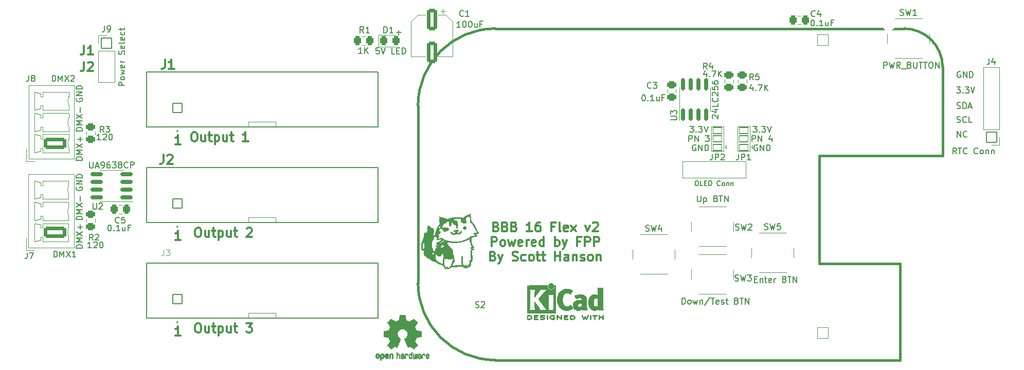
<source format=gbr>
%TF.GenerationSoftware,KiCad,Pcbnew,(6.0.7)*%
%TF.CreationDate,2022-08-24T09:29:56-04:00*%
%TF.ProjectId,BBB_16_Flex,4242425f-3136-45f4-966c-65782e6b6963,v2*%
%TF.SameCoordinates,Original*%
%TF.FileFunction,Legend,Top*%
%TF.FilePolarity,Positive*%
%FSLAX46Y46*%
G04 Gerber Fmt 4.6, Leading zero omitted, Abs format (unit mm)*
G04 Created by KiCad (PCBNEW (6.0.7)) date 2022-08-24 09:29:56*
%MOMM*%
%LPD*%
G01*
G04 APERTURE LIST*
G04 Aperture macros list*
%AMRoundRect*
0 Rectangle with rounded corners*
0 $1 Rounding radius*
0 $2 $3 $4 $5 $6 $7 $8 $9 X,Y pos of 4 corners*
0 Add a 4 corners polygon primitive as box body*
4,1,4,$2,$3,$4,$5,$6,$7,$8,$9,$2,$3,0*
0 Add four circle primitives for the rounded corners*
1,1,$1+$1,$2,$3*
1,1,$1+$1,$4,$5*
1,1,$1+$1,$6,$7*
1,1,$1+$1,$8,$9*
0 Add four rect primitives between the rounded corners*
20,1,$1+$1,$2,$3,$4,$5,0*
20,1,$1+$1,$4,$5,$6,$7,0*
20,1,$1+$1,$6,$7,$8,$9,0*
20,1,$1+$1,$8,$9,$2,$3,0*%
G04 Aperture macros list end*
%ADD10C,0.150000*%
%ADD11C,0.300000*%
%ADD12C,0.015000*%
%ADD13C,0.120000*%
%ADD14C,0.010000*%
%ADD15C,0.127000*%
%ADD16C,0.200000*%
%ADD17C,0.381000*%
%ADD18R,1.800000X1.800000*%
%ADD19C,1.800000*%
%ADD20C,4.572000*%
%ADD21RoundRect,0.301000X-0.550000X1.500000X-0.550000X-1.500000X0.550000X-1.500000X0.550000X1.500000X0*%
%ADD22RoundRect,0.300999X-0.325001X-0.450001X0.325001X-0.450001X0.325001X0.450001X-0.325001X0.450001X0*%
%ADD23C,5.000000*%
%ADD24C,1.802000*%
%ADD25RoundRect,0.051000X0.850000X0.850000X-0.850000X0.850000X-0.850000X-0.850000X0.850000X-0.850000X0*%
%ADD26O,1.802000X1.802000*%
%ADD27C,3.302000*%
%ADD28RoundRect,0.300999X-0.450001X0.325001X-0.450001X-0.325001X0.450001X-0.325001X0.450001X0.325001X0*%
%ADD29RoundRect,0.300999X0.450001X-0.325001X0.450001X0.325001X-0.450001X0.325001X-0.450001X-0.325001X0*%
%ADD30RoundRect,0.201000X0.150000X-0.825000X0.150000X0.825000X-0.150000X0.825000X-0.150000X-0.825000X0*%
%ADD31RoundRect,0.301000X1.550000X-0.650000X1.550000X0.650000X-1.550000X0.650000X-1.550000X-0.650000X0*%
%ADD32O,3.702000X1.902000*%
%ADD33RoundRect,0.201000X0.825000X0.150000X-0.825000X0.150000X-0.825000X-0.150000X0.825000X-0.150000X0*%
%ADD34RoundRect,0.300999X0.325001X0.450001X-0.325001X0.450001X-0.325001X-0.450001X0.325001X-0.450001X0*%
%ADD35RoundRect,0.051000X0.750000X-0.500000X0.750000X0.500000X-0.750000X0.500000X-0.750000X-0.500000X0*%
%ADD36C,2.102000*%
%ADD37RoundRect,0.051000X-0.765000X-0.765000X0.765000X-0.765000X0.765000X0.765000X-0.765000X0.765000X0*%
%ADD38C,1.632000*%
%ADD39RoundRect,0.051000X-0.850000X-0.850000X0.850000X-0.850000X0.850000X0.850000X-0.850000X0.850000X0*%
%ADD40RoundRect,0.051000X-0.900000X-0.900000X0.900000X-0.900000X0.900000X0.900000X-0.900000X0.900000X0*%
%ADD41C,1.902000*%
%ADD42C,4.674000*%
%ADD43C,2.302000*%
G04 APERTURE END LIST*
D10*
X240558587Y-84443240D02*
X241177635Y-84443240D01*
X240844301Y-84824193D01*
X240987158Y-84824193D01*
X241082397Y-84871812D01*
X241130016Y-84919431D01*
X241177635Y-85014669D01*
X241177635Y-85252764D01*
X241130016Y-85348002D01*
X241082397Y-85395621D01*
X240987158Y-85443240D01*
X240701444Y-85443240D01*
X240606206Y-85395621D01*
X240558587Y-85348002D01*
X241606206Y-85348002D02*
X241653825Y-85395621D01*
X241606206Y-85443240D01*
X241558587Y-85395621D01*
X241606206Y-85348002D01*
X241606206Y-85443240D01*
X241987158Y-84443240D02*
X242606206Y-84443240D01*
X242272873Y-84824193D01*
X242415730Y-84824193D01*
X242510968Y-84871812D01*
X242558587Y-84919431D01*
X242606206Y-85014669D01*
X242606206Y-85252764D01*
X242558587Y-85348002D01*
X242510968Y-85395621D01*
X242415730Y-85443240D01*
X242130016Y-85443240D01*
X242034778Y-85395621D01*
X241987158Y-85348002D01*
X242891920Y-84443240D02*
X243225254Y-85443240D01*
X243558587Y-84443240D01*
X240606206Y-90229061D02*
X240749063Y-90276680D01*
X240987159Y-90276680D01*
X241082397Y-90229061D01*
X241130016Y-90181442D01*
X241177635Y-90086204D01*
X241177635Y-89990966D01*
X241130016Y-89895728D01*
X241082397Y-89848109D01*
X240987159Y-89800490D01*
X240796683Y-89752871D01*
X240701444Y-89705252D01*
X240653825Y-89657633D01*
X240606206Y-89562395D01*
X240606206Y-89467157D01*
X240653825Y-89371919D01*
X240701444Y-89324300D01*
X240796683Y-89276680D01*
X241034778Y-89276680D01*
X241177635Y-89324300D01*
X242177635Y-90181442D02*
X242130016Y-90229061D01*
X241987159Y-90276680D01*
X241891921Y-90276680D01*
X241749063Y-90229061D01*
X241653825Y-90133823D01*
X241606206Y-90038585D01*
X241558587Y-89848109D01*
X241558587Y-89705252D01*
X241606206Y-89514776D01*
X241653825Y-89419538D01*
X241749063Y-89324300D01*
X241891921Y-89276680D01*
X241987159Y-89276680D01*
X242130016Y-89324300D01*
X242177635Y-89371919D01*
X243082397Y-90276680D02*
X242606206Y-90276680D01*
X242606206Y-89276680D01*
X240606207Y-87935621D02*
X240749064Y-87983240D01*
X240987159Y-87983240D01*
X241082397Y-87935621D01*
X241130016Y-87888002D01*
X241177635Y-87792764D01*
X241177635Y-87697526D01*
X241130016Y-87602288D01*
X241082397Y-87554669D01*
X240987159Y-87507050D01*
X240796683Y-87459431D01*
X240701445Y-87411812D01*
X240653826Y-87364193D01*
X240606207Y-87268955D01*
X240606207Y-87173717D01*
X240653826Y-87078479D01*
X240701445Y-87030860D01*
X240796683Y-86983240D01*
X241034778Y-86983240D01*
X241177635Y-87030860D01*
X241606207Y-87983240D02*
X241606207Y-86983240D01*
X241844302Y-86983240D01*
X241987159Y-87030860D01*
X242082397Y-87126098D01*
X242130016Y-87221336D01*
X242177635Y-87411812D01*
X242177635Y-87554669D01*
X242130016Y-87745145D01*
X242082397Y-87840383D01*
X241987159Y-87935621D01*
X241844302Y-87983240D01*
X241606207Y-87983240D01*
X242558588Y-87697526D02*
X243034778Y-87697526D01*
X242463350Y-87983240D02*
X242796683Y-86983240D01*
X243130016Y-87983240D01*
X241177635Y-81910860D02*
X241082397Y-81863240D01*
X240939540Y-81863240D01*
X240796682Y-81910860D01*
X240701444Y-82006098D01*
X240653825Y-82101336D01*
X240606206Y-82291812D01*
X240606206Y-82434669D01*
X240653825Y-82625145D01*
X240701444Y-82720383D01*
X240796682Y-82815621D01*
X240939540Y-82863240D01*
X241034778Y-82863240D01*
X241177635Y-82815621D01*
X241225254Y-82768002D01*
X241225254Y-82434669D01*
X241034778Y-82434669D01*
X241653825Y-82863240D02*
X241653825Y-81863240D01*
X242225254Y-82863240D01*
X242225254Y-81863240D01*
X242701444Y-82863240D02*
X242701444Y-81863240D01*
X242939540Y-81863240D01*
X243082397Y-81910860D01*
X243177635Y-82006098D01*
X243225254Y-82101336D01*
X243272873Y-82291812D01*
X243272873Y-82434669D01*
X243225254Y-82625145D01*
X243177635Y-82720383D01*
X243082397Y-82815621D01*
X242939540Y-82863240D01*
X242701444Y-82863240D01*
X240653825Y-92686680D02*
X240653825Y-91686680D01*
X241225254Y-92686680D01*
X241225254Y-91686680D01*
X242272873Y-92591442D02*
X242225254Y-92639061D01*
X242082397Y-92686680D01*
X241987159Y-92686680D01*
X241844301Y-92639061D01*
X241749063Y-92543823D01*
X241701444Y-92448585D01*
X241653825Y-92258109D01*
X241653825Y-92115252D01*
X241701444Y-91924776D01*
X241749063Y-91829538D01*
X241844301Y-91734300D01*
X241987159Y-91686680D01*
X242082397Y-91686680D01*
X242225254Y-91734300D01*
X242272873Y-91781919D01*
X207772095Y-93988000D02*
X207676857Y-93940380D01*
X207534000Y-93940380D01*
X207391142Y-93988000D01*
X207295904Y-94083238D01*
X207248285Y-94178476D01*
X207200666Y-94368952D01*
X207200666Y-94511809D01*
X207248285Y-94702285D01*
X207295904Y-94797523D01*
X207391142Y-94892761D01*
X207534000Y-94940380D01*
X207629238Y-94940380D01*
X207772095Y-94892761D01*
X207819714Y-94845142D01*
X207819714Y-94511809D01*
X207629238Y-94511809D01*
X208248285Y-94940380D02*
X208248285Y-93940380D01*
X208819714Y-94940380D01*
X208819714Y-93940380D01*
X209295904Y-94940380D02*
X209295904Y-93940380D01*
X209534000Y-93940380D01*
X209676857Y-93988000D01*
X209772095Y-94083238D01*
X209819714Y-94178476D01*
X209867333Y-94368952D01*
X209867333Y-94511809D01*
X209819714Y-94702285D01*
X209772095Y-94797523D01*
X209676857Y-94892761D01*
X209534000Y-94940380D01*
X209295904Y-94940380D01*
X196643809Y-90892380D02*
X197262857Y-90892380D01*
X196929523Y-91273333D01*
X197072380Y-91273333D01*
X197167619Y-91320952D01*
X197215238Y-91368571D01*
X197262857Y-91463809D01*
X197262857Y-91701904D01*
X197215238Y-91797142D01*
X197167619Y-91844761D01*
X197072380Y-91892380D01*
X196786666Y-91892380D01*
X196691428Y-91844761D01*
X196643809Y-91797142D01*
X197691428Y-91797142D02*
X197739047Y-91844761D01*
X197691428Y-91892380D01*
X197643809Y-91844761D01*
X197691428Y-91797142D01*
X197691428Y-91892380D01*
X198072380Y-90892380D02*
X198691428Y-90892380D01*
X198358095Y-91273333D01*
X198500952Y-91273333D01*
X198596190Y-91320952D01*
X198643809Y-91368571D01*
X198691428Y-91463809D01*
X198691428Y-91701904D01*
X198643809Y-91797142D01*
X198596190Y-91844761D01*
X198500952Y-91892380D01*
X198215238Y-91892380D01*
X198120000Y-91844761D01*
X198072380Y-91797142D01*
X198977142Y-90892380D02*
X199310476Y-91892380D01*
X199643809Y-90892380D01*
X196477142Y-93416380D02*
X196477142Y-92416380D01*
X196858095Y-92416380D01*
X196953333Y-92464000D01*
X197000952Y-92511619D01*
X197048571Y-92606857D01*
X197048571Y-92749714D01*
X197000952Y-92844952D01*
X196953333Y-92892571D01*
X196858095Y-92940190D01*
X196477142Y-92940190D01*
X197477142Y-93416380D02*
X197477142Y-92416380D01*
X198048571Y-93416380D01*
X198048571Y-92416380D01*
X199191428Y-92416380D02*
X199810476Y-92416380D01*
X199477142Y-92797333D01*
X199620000Y-92797333D01*
X199715238Y-92844952D01*
X199762857Y-92892571D01*
X199810476Y-92987809D01*
X199810476Y-93225904D01*
X199762857Y-93321142D01*
X199715238Y-93368761D01*
X199620000Y-93416380D01*
X199334285Y-93416380D01*
X199239047Y-93368761D01*
X199191428Y-93321142D01*
X207057809Y-90892380D02*
X207676857Y-90892380D01*
X207343523Y-91273333D01*
X207486380Y-91273333D01*
X207581619Y-91320952D01*
X207629238Y-91368571D01*
X207676857Y-91463809D01*
X207676857Y-91701904D01*
X207629238Y-91797142D01*
X207581619Y-91844761D01*
X207486380Y-91892380D01*
X207200666Y-91892380D01*
X207105428Y-91844761D01*
X207057809Y-91797142D01*
X208105428Y-91797142D02*
X208153047Y-91844761D01*
X208105428Y-91892380D01*
X208057809Y-91844761D01*
X208105428Y-91797142D01*
X208105428Y-91892380D01*
X208486380Y-90892380D02*
X209105428Y-90892380D01*
X208772095Y-91273333D01*
X208914952Y-91273333D01*
X209010190Y-91320952D01*
X209057809Y-91368571D01*
X209105428Y-91463809D01*
X209105428Y-91701904D01*
X209057809Y-91797142D01*
X209010190Y-91844761D01*
X208914952Y-91892380D01*
X208629238Y-91892380D01*
X208534000Y-91844761D01*
X208486380Y-91797142D01*
X209391142Y-90892380D02*
X209724476Y-91892380D01*
X210057809Y-90892380D01*
X206891142Y-93416380D02*
X206891142Y-92416380D01*
X207272095Y-92416380D01*
X207367333Y-92464000D01*
X207414952Y-92511619D01*
X207462571Y-92606857D01*
X207462571Y-92749714D01*
X207414952Y-92844952D01*
X207367333Y-92892571D01*
X207272095Y-92940190D01*
X206891142Y-92940190D01*
X207891142Y-93416380D02*
X207891142Y-92416380D01*
X208462571Y-93416380D01*
X208462571Y-92416380D01*
X210129238Y-92749714D02*
X210129238Y-93416380D01*
X209891142Y-92368761D02*
X209653047Y-93083047D01*
X210272095Y-93083047D01*
X197612095Y-93988000D02*
X197516857Y-93940380D01*
X197374000Y-93940380D01*
X197231142Y-93988000D01*
X197135904Y-94083238D01*
X197088285Y-94178476D01*
X197040666Y-94368952D01*
X197040666Y-94511809D01*
X197088285Y-94702285D01*
X197135904Y-94797523D01*
X197231142Y-94892761D01*
X197374000Y-94940380D01*
X197469238Y-94940380D01*
X197612095Y-94892761D01*
X197659714Y-94845142D01*
X197659714Y-94511809D01*
X197469238Y-94511809D01*
X198088285Y-94940380D02*
X198088285Y-93940380D01*
X198659714Y-94940380D01*
X198659714Y-93940380D01*
X199135904Y-94940380D02*
X199135904Y-93940380D01*
X199374000Y-93940380D01*
X199516857Y-93988000D01*
X199612095Y-94083238D01*
X199659714Y-94178476D01*
X199707333Y-94368952D01*
X199707333Y-94511809D01*
X199659714Y-94702285D01*
X199612095Y-94797523D01*
X199516857Y-94892761D01*
X199374000Y-94940380D01*
X199135904Y-94940380D01*
X95686200Y-100923504D02*
X95638580Y-101018742D01*
X95638580Y-101161600D01*
X95686200Y-101304457D01*
X95781438Y-101399695D01*
X95876676Y-101447314D01*
X96067152Y-101494933D01*
X96210009Y-101494933D01*
X96400485Y-101447314D01*
X96495723Y-101399695D01*
X96590961Y-101304457D01*
X96638580Y-101161600D01*
X96638580Y-101066361D01*
X96590961Y-100923504D01*
X96543342Y-100875885D01*
X96210009Y-100875885D01*
X96210009Y-101066361D01*
X96638580Y-100447314D02*
X95638580Y-100447314D01*
X96638580Y-99875885D01*
X95638580Y-99875885D01*
X96638580Y-99399695D02*
X95638580Y-99399695D01*
X95638580Y-99161600D01*
X95686200Y-99018742D01*
X95781438Y-98923504D01*
X95876676Y-98875885D01*
X96067152Y-98828266D01*
X96210009Y-98828266D01*
X96400485Y-98875885D01*
X96495723Y-98923504D01*
X96590961Y-99018742D01*
X96638580Y-99161600D01*
X96638580Y-99399695D01*
X96638580Y-106281171D02*
X95638580Y-106281171D01*
X95638580Y-106043076D01*
X95686200Y-105900219D01*
X95781438Y-105804980D01*
X95876676Y-105757361D01*
X96067152Y-105709742D01*
X96210009Y-105709742D01*
X96400485Y-105757361D01*
X96495723Y-105804980D01*
X96590961Y-105900219D01*
X96638580Y-106043076D01*
X96638580Y-106281171D01*
X96638580Y-105281171D02*
X95638580Y-105281171D01*
X96352866Y-104947838D01*
X95638580Y-104614504D01*
X96638580Y-104614504D01*
X95638580Y-104233552D02*
X96638580Y-103566885D01*
X95638580Y-103566885D02*
X96638580Y-104233552D01*
X96257628Y-103185933D02*
X96257628Y-102424028D01*
D11*
X96916000Y-77612571D02*
X96916000Y-78684000D01*
X96844571Y-78898285D01*
X96701714Y-79041142D01*
X96487428Y-79112571D01*
X96344571Y-79112571D01*
X98416000Y-79112571D02*
X97558857Y-79112571D01*
X97987428Y-79112571D02*
X97987428Y-77612571D01*
X97844571Y-77826857D01*
X97701714Y-77969714D01*
X97558857Y-78041142D01*
X112823571Y-125392571D02*
X111966428Y-125392571D01*
X112395000Y-125392571D02*
X112395000Y-123892571D01*
X112252142Y-124106857D01*
X112109285Y-124249714D01*
X111966428Y-124321142D01*
X112823571Y-109644571D02*
X111966428Y-109644571D01*
X112395000Y-109644571D02*
X112395000Y-108144571D01*
X112252142Y-108358857D01*
X112109285Y-108501714D01*
X111966428Y-108573142D01*
X112823571Y-93896571D02*
X111966428Y-93896571D01*
X112395000Y-93896571D02*
X112395000Y-92396571D01*
X112252142Y-92610857D01*
X112109285Y-92753714D01*
X111966428Y-92825142D01*
X164738857Y-107441857D02*
X164953142Y-107513285D01*
X165024571Y-107584714D01*
X165096000Y-107727571D01*
X165096000Y-107941857D01*
X165024571Y-108084714D01*
X164953142Y-108156142D01*
X164810285Y-108227571D01*
X164238857Y-108227571D01*
X164238857Y-106727571D01*
X164738857Y-106727571D01*
X164881714Y-106799000D01*
X164953142Y-106870428D01*
X165024571Y-107013285D01*
X165024571Y-107156142D01*
X164953142Y-107299000D01*
X164881714Y-107370428D01*
X164738857Y-107441857D01*
X164238857Y-107441857D01*
X166238857Y-107441857D02*
X166453142Y-107513285D01*
X166524571Y-107584714D01*
X166596000Y-107727571D01*
X166596000Y-107941857D01*
X166524571Y-108084714D01*
X166453142Y-108156142D01*
X166310285Y-108227571D01*
X165738857Y-108227571D01*
X165738857Y-106727571D01*
X166238857Y-106727571D01*
X166381714Y-106799000D01*
X166453142Y-106870428D01*
X166524571Y-107013285D01*
X166524571Y-107156142D01*
X166453142Y-107299000D01*
X166381714Y-107370428D01*
X166238857Y-107441857D01*
X165738857Y-107441857D01*
X167738857Y-107441857D02*
X167953142Y-107513285D01*
X168024571Y-107584714D01*
X168096000Y-107727571D01*
X168096000Y-107941857D01*
X168024571Y-108084714D01*
X167953142Y-108156142D01*
X167810285Y-108227571D01*
X167238857Y-108227571D01*
X167238857Y-106727571D01*
X167738857Y-106727571D01*
X167881714Y-106799000D01*
X167953142Y-106870428D01*
X168024571Y-107013285D01*
X168024571Y-107156142D01*
X167953142Y-107299000D01*
X167881714Y-107370428D01*
X167738857Y-107441857D01*
X167238857Y-107441857D01*
X170667428Y-108227571D02*
X169810285Y-108227571D01*
X170238857Y-108227571D02*
X170238857Y-106727571D01*
X170096000Y-106941857D01*
X169953142Y-107084714D01*
X169810285Y-107156142D01*
X171953142Y-106727571D02*
X171667428Y-106727571D01*
X171524571Y-106799000D01*
X171453142Y-106870428D01*
X171310285Y-107084714D01*
X171238857Y-107370428D01*
X171238857Y-107941857D01*
X171310285Y-108084714D01*
X171381714Y-108156142D01*
X171524571Y-108227571D01*
X171810285Y-108227571D01*
X171953142Y-108156142D01*
X172024571Y-108084714D01*
X172096000Y-107941857D01*
X172096000Y-107584714D01*
X172024571Y-107441857D01*
X171953142Y-107370428D01*
X171810285Y-107299000D01*
X171524571Y-107299000D01*
X171381714Y-107370428D01*
X171310285Y-107441857D01*
X171238857Y-107584714D01*
X174381714Y-107441857D02*
X173881714Y-107441857D01*
X173881714Y-108227571D02*
X173881714Y-106727571D01*
X174596000Y-106727571D01*
X175381714Y-108227571D02*
X175238857Y-108156142D01*
X175167428Y-108013285D01*
X175167428Y-106727571D01*
X176524571Y-108156142D02*
X176381714Y-108227571D01*
X176096000Y-108227571D01*
X175953142Y-108156142D01*
X175881714Y-108013285D01*
X175881714Y-107441857D01*
X175953142Y-107299000D01*
X176096000Y-107227571D01*
X176381714Y-107227571D01*
X176524571Y-107299000D01*
X176596000Y-107441857D01*
X176596000Y-107584714D01*
X175881714Y-107727571D01*
X177096000Y-108227571D02*
X177881714Y-107227571D01*
X177096000Y-107227571D02*
X177881714Y-108227571D01*
X179453142Y-107227571D02*
X179810285Y-108227571D01*
X180167428Y-107227571D01*
X180667428Y-106870428D02*
X180738857Y-106799000D01*
X180881714Y-106727571D01*
X181238857Y-106727571D01*
X181381714Y-106799000D01*
X181453142Y-106870428D01*
X181524571Y-107013285D01*
X181524571Y-107156142D01*
X181453142Y-107370428D01*
X180596000Y-108227571D01*
X181524571Y-108227571D01*
X164024571Y-110642571D02*
X164024571Y-109142571D01*
X164596000Y-109142571D01*
X164738857Y-109214000D01*
X164810285Y-109285428D01*
X164881714Y-109428285D01*
X164881714Y-109642571D01*
X164810285Y-109785428D01*
X164738857Y-109856857D01*
X164596000Y-109928285D01*
X164024571Y-109928285D01*
X165738857Y-110642571D02*
X165596000Y-110571142D01*
X165524571Y-110499714D01*
X165453142Y-110356857D01*
X165453142Y-109928285D01*
X165524571Y-109785428D01*
X165596000Y-109714000D01*
X165738857Y-109642571D01*
X165953142Y-109642571D01*
X166096000Y-109714000D01*
X166167428Y-109785428D01*
X166238857Y-109928285D01*
X166238857Y-110356857D01*
X166167428Y-110499714D01*
X166096000Y-110571142D01*
X165953142Y-110642571D01*
X165738857Y-110642571D01*
X166738857Y-109642571D02*
X167024571Y-110642571D01*
X167310285Y-109928285D01*
X167596000Y-110642571D01*
X167881714Y-109642571D01*
X169024571Y-110571142D02*
X168881714Y-110642571D01*
X168596000Y-110642571D01*
X168453142Y-110571142D01*
X168381714Y-110428285D01*
X168381714Y-109856857D01*
X168453142Y-109714000D01*
X168596000Y-109642571D01*
X168881714Y-109642571D01*
X169024571Y-109714000D01*
X169096000Y-109856857D01*
X169096000Y-109999714D01*
X168381714Y-110142571D01*
X169738857Y-110642571D02*
X169738857Y-109642571D01*
X169738857Y-109928285D02*
X169810285Y-109785428D01*
X169881714Y-109714000D01*
X170024571Y-109642571D01*
X170167428Y-109642571D01*
X171238857Y-110571142D02*
X171096000Y-110642571D01*
X170810285Y-110642571D01*
X170667428Y-110571142D01*
X170596000Y-110428285D01*
X170596000Y-109856857D01*
X170667428Y-109714000D01*
X170810285Y-109642571D01*
X171096000Y-109642571D01*
X171238857Y-109714000D01*
X171310285Y-109856857D01*
X171310285Y-109999714D01*
X170596000Y-110142571D01*
X172596000Y-110642571D02*
X172596000Y-109142571D01*
X172596000Y-110571142D02*
X172453142Y-110642571D01*
X172167428Y-110642571D01*
X172024571Y-110571142D01*
X171953142Y-110499714D01*
X171881714Y-110356857D01*
X171881714Y-109928285D01*
X171953142Y-109785428D01*
X172024571Y-109714000D01*
X172167428Y-109642571D01*
X172453142Y-109642571D01*
X172596000Y-109714000D01*
X174453142Y-110642571D02*
X174453142Y-109142571D01*
X174453142Y-109714000D02*
X174596000Y-109642571D01*
X174881714Y-109642571D01*
X175024571Y-109714000D01*
X175096000Y-109785428D01*
X175167428Y-109928285D01*
X175167428Y-110356857D01*
X175096000Y-110499714D01*
X175024571Y-110571142D01*
X174881714Y-110642571D01*
X174596000Y-110642571D01*
X174453142Y-110571142D01*
X175667428Y-109642571D02*
X176024571Y-110642571D01*
X176381714Y-109642571D02*
X176024571Y-110642571D01*
X175881714Y-110999714D01*
X175810285Y-111071142D01*
X175667428Y-111142571D01*
X178596000Y-109856857D02*
X178096000Y-109856857D01*
X178096000Y-110642571D02*
X178096000Y-109142571D01*
X178810285Y-109142571D01*
X179381714Y-110642571D02*
X179381714Y-109142571D01*
X179953142Y-109142571D01*
X180096000Y-109214000D01*
X180167428Y-109285428D01*
X180238857Y-109428285D01*
X180238857Y-109642571D01*
X180167428Y-109785428D01*
X180096000Y-109856857D01*
X179953142Y-109928285D01*
X179381714Y-109928285D01*
X180881714Y-110642571D02*
X180881714Y-109142571D01*
X181453142Y-109142571D01*
X181596000Y-109214000D01*
X181667428Y-109285428D01*
X181738857Y-109428285D01*
X181738857Y-109642571D01*
X181667428Y-109785428D01*
X181596000Y-109856857D01*
X181453142Y-109928285D01*
X180881714Y-109928285D01*
X164238857Y-112271857D02*
X164453142Y-112343285D01*
X164524571Y-112414714D01*
X164596000Y-112557571D01*
X164596000Y-112771857D01*
X164524571Y-112914714D01*
X164453142Y-112986142D01*
X164310285Y-113057571D01*
X163738857Y-113057571D01*
X163738857Y-111557571D01*
X164238857Y-111557571D01*
X164381714Y-111629000D01*
X164453142Y-111700428D01*
X164524571Y-111843285D01*
X164524571Y-111986142D01*
X164453142Y-112129000D01*
X164381714Y-112200428D01*
X164238857Y-112271857D01*
X163738857Y-112271857D01*
X165096000Y-112057571D02*
X165453142Y-113057571D01*
X165810285Y-112057571D02*
X165453142Y-113057571D01*
X165310285Y-113414714D01*
X165238857Y-113486142D01*
X165096000Y-113557571D01*
X167453142Y-112986142D02*
X167667428Y-113057571D01*
X168024571Y-113057571D01*
X168167428Y-112986142D01*
X168238857Y-112914714D01*
X168310285Y-112771857D01*
X168310285Y-112629000D01*
X168238857Y-112486142D01*
X168167428Y-112414714D01*
X168024571Y-112343285D01*
X167738857Y-112271857D01*
X167596000Y-112200428D01*
X167524571Y-112129000D01*
X167453142Y-111986142D01*
X167453142Y-111843285D01*
X167524571Y-111700428D01*
X167596000Y-111629000D01*
X167738857Y-111557571D01*
X168096000Y-111557571D01*
X168310285Y-111629000D01*
X169596000Y-112986142D02*
X169453142Y-113057571D01*
X169167428Y-113057571D01*
X169024571Y-112986142D01*
X168953142Y-112914714D01*
X168881714Y-112771857D01*
X168881714Y-112343285D01*
X168953142Y-112200428D01*
X169024571Y-112129000D01*
X169167428Y-112057571D01*
X169453142Y-112057571D01*
X169596000Y-112129000D01*
X170453142Y-113057571D02*
X170310285Y-112986142D01*
X170238857Y-112914714D01*
X170167428Y-112771857D01*
X170167428Y-112343285D01*
X170238857Y-112200428D01*
X170310285Y-112129000D01*
X170453142Y-112057571D01*
X170667428Y-112057571D01*
X170810285Y-112129000D01*
X170881714Y-112200428D01*
X170953142Y-112343285D01*
X170953142Y-112771857D01*
X170881714Y-112914714D01*
X170810285Y-112986142D01*
X170667428Y-113057571D01*
X170453142Y-113057571D01*
X171381714Y-112057571D02*
X171953142Y-112057571D01*
X171596000Y-111557571D02*
X171596000Y-112843285D01*
X171667428Y-112986142D01*
X171810285Y-113057571D01*
X171953142Y-113057571D01*
X172238857Y-112057571D02*
X172810285Y-112057571D01*
X172453142Y-111557571D02*
X172453142Y-112843285D01*
X172524571Y-112986142D01*
X172667428Y-113057571D01*
X172810285Y-113057571D01*
X174453142Y-113057571D02*
X174453142Y-111557571D01*
X174453142Y-112271857D02*
X175310285Y-112271857D01*
X175310285Y-113057571D02*
X175310285Y-111557571D01*
X176667428Y-113057571D02*
X176667428Y-112271857D01*
X176596000Y-112129000D01*
X176453142Y-112057571D01*
X176167428Y-112057571D01*
X176024571Y-112129000D01*
X176667428Y-112986142D02*
X176524571Y-113057571D01*
X176167428Y-113057571D01*
X176024571Y-112986142D01*
X175953142Y-112843285D01*
X175953142Y-112700428D01*
X176024571Y-112557571D01*
X176167428Y-112486142D01*
X176524571Y-112486142D01*
X176667428Y-112414714D01*
X177381714Y-112057571D02*
X177381714Y-113057571D01*
X177381714Y-112200428D02*
X177453142Y-112129000D01*
X177596000Y-112057571D01*
X177810285Y-112057571D01*
X177953142Y-112129000D01*
X178024571Y-112271857D01*
X178024571Y-113057571D01*
X178667428Y-112986142D02*
X178810285Y-113057571D01*
X179096000Y-113057571D01*
X179238857Y-112986142D01*
X179310285Y-112843285D01*
X179310285Y-112771857D01*
X179238857Y-112629000D01*
X179096000Y-112557571D01*
X178881714Y-112557571D01*
X178738857Y-112486142D01*
X178667428Y-112343285D01*
X178667428Y-112271857D01*
X178738857Y-112129000D01*
X178881714Y-112057571D01*
X179096000Y-112057571D01*
X179238857Y-112129000D01*
X180167428Y-113057571D02*
X180024571Y-112986142D01*
X179953142Y-112914714D01*
X179881714Y-112771857D01*
X179881714Y-112343285D01*
X179953142Y-112200428D01*
X180024571Y-112129000D01*
X180167428Y-112057571D01*
X180381714Y-112057571D01*
X180524571Y-112129000D01*
X180596000Y-112200428D01*
X180667428Y-112343285D01*
X180667428Y-112771857D01*
X180596000Y-112914714D01*
X180524571Y-112986142D01*
X180381714Y-113057571D01*
X180167428Y-113057571D01*
X181310285Y-112057571D02*
X181310285Y-113057571D01*
X181310285Y-112200428D02*
X181381714Y-112129000D01*
X181524571Y-112057571D01*
X181738857Y-112057571D01*
X181881714Y-112129000D01*
X181953142Y-112271857D01*
X181953142Y-113057571D01*
D10*
X149096952Y-75462571D02*
X148335047Y-75462571D01*
X148716000Y-75081619D02*
X148716000Y-75843523D01*
X95686200Y-86293104D02*
X95638580Y-86388342D01*
X95638580Y-86531200D01*
X95686200Y-86674057D01*
X95781438Y-86769295D01*
X95876676Y-86816914D01*
X96067152Y-86864533D01*
X96210009Y-86864533D01*
X96400485Y-86816914D01*
X96495723Y-86769295D01*
X96590961Y-86674057D01*
X96638580Y-86531200D01*
X96638580Y-86435961D01*
X96590961Y-86293104D01*
X96543342Y-86245485D01*
X96210009Y-86245485D01*
X96210009Y-86435961D01*
X96638580Y-85816914D02*
X95638580Y-85816914D01*
X96638580Y-85245485D01*
X95638580Y-85245485D01*
X96638580Y-84769295D02*
X95638580Y-84769295D01*
X95638580Y-84531200D01*
X95686200Y-84388342D01*
X95781438Y-84293104D01*
X95876676Y-84245485D01*
X96067152Y-84197866D01*
X96210009Y-84197866D01*
X96400485Y-84245485D01*
X96495723Y-84293104D01*
X96590961Y-84388342D01*
X96638580Y-84531200D01*
X96638580Y-84769295D01*
X96638580Y-96476771D02*
X95638580Y-96476771D01*
X95638580Y-96238676D01*
X95686200Y-96095819D01*
X95781438Y-96000580D01*
X95876676Y-95952961D01*
X96067152Y-95905342D01*
X96210009Y-95905342D01*
X96400485Y-95952961D01*
X96495723Y-96000580D01*
X96590961Y-96095819D01*
X96638580Y-96238676D01*
X96638580Y-96476771D01*
X96638580Y-95476771D02*
X95638580Y-95476771D01*
X96352866Y-95143438D01*
X95638580Y-94810104D01*
X96638580Y-94810104D01*
X95638580Y-94429152D02*
X96638580Y-93762485D01*
X95638580Y-93762485D02*
X96638580Y-94429152D01*
X96257628Y-93381533D02*
X96257628Y-92619628D01*
X96638580Y-93000580D02*
X95876676Y-93000580D01*
X96638580Y-110980171D02*
X95638580Y-110980171D01*
X95638580Y-110742076D01*
X95686200Y-110599219D01*
X95781438Y-110503980D01*
X95876676Y-110456361D01*
X96067152Y-110408742D01*
X96210009Y-110408742D01*
X96400485Y-110456361D01*
X96495723Y-110503980D01*
X96590961Y-110599219D01*
X96638580Y-110742076D01*
X96638580Y-110980171D01*
X96638580Y-109980171D02*
X95638580Y-109980171D01*
X96352866Y-109646838D01*
X95638580Y-109313504D01*
X96638580Y-109313504D01*
X95638580Y-108932552D02*
X96638580Y-108265885D01*
X95638580Y-108265885D02*
X96638580Y-108932552D01*
X96257628Y-107884933D02*
X96257628Y-107123028D01*
X96638580Y-107503980D02*
X95876676Y-107503980D01*
D11*
X96916000Y-80312571D02*
X96916000Y-81384000D01*
X96844571Y-81598285D01*
X96701714Y-81741142D01*
X96487428Y-81812571D01*
X96344571Y-81812571D01*
X97558857Y-80455428D02*
X97630285Y-80384000D01*
X97773142Y-80312571D01*
X98130285Y-80312571D01*
X98273142Y-80384000D01*
X98344571Y-80455428D01*
X98416000Y-80598285D01*
X98416000Y-80741142D01*
X98344571Y-80955428D01*
X97487428Y-81812571D01*
X98416000Y-81812571D01*
D10*
X96638580Y-91650771D02*
X95638580Y-91650771D01*
X95638580Y-91412676D01*
X95686200Y-91269819D01*
X95781438Y-91174580D01*
X95876676Y-91126961D01*
X96067152Y-91079342D01*
X96210009Y-91079342D01*
X96400485Y-91126961D01*
X96495723Y-91174580D01*
X96590961Y-91269819D01*
X96638580Y-91412676D01*
X96638580Y-91650771D01*
X96638580Y-90650771D02*
X95638580Y-90650771D01*
X96352866Y-90317438D01*
X95638580Y-89984104D01*
X96638580Y-89984104D01*
X95638580Y-89603152D02*
X96638580Y-88936485D01*
X95638580Y-88936485D02*
X96638580Y-89603152D01*
X96257628Y-88555533D02*
X96257628Y-87793628D01*
%TO.C,C1*%
X159349333Y-72691142D02*
X159301714Y-72738761D01*
X159158857Y-72786380D01*
X159063619Y-72786380D01*
X158920761Y-72738761D01*
X158825523Y-72643523D01*
X158777904Y-72548285D01*
X158730285Y-72357809D01*
X158730285Y-72214952D01*
X158777904Y-72024476D01*
X158825523Y-71929238D01*
X158920761Y-71834000D01*
X159063619Y-71786380D01*
X159158857Y-71786380D01*
X159301714Y-71834000D01*
X159349333Y-71881619D01*
X160301714Y-72786380D02*
X159730285Y-72786380D01*
X160016000Y-72786380D02*
X160016000Y-71786380D01*
X159920761Y-71929238D01*
X159825523Y-72024476D01*
X159730285Y-72072095D01*
X158868380Y-74586380D02*
X158296952Y-74586380D01*
X158582666Y-74586380D02*
X158582666Y-73586380D01*
X158487428Y-73729238D01*
X158392190Y-73824476D01*
X158296952Y-73872095D01*
X159487428Y-73586380D02*
X159582666Y-73586380D01*
X159677904Y-73634000D01*
X159725523Y-73681619D01*
X159773142Y-73776857D01*
X159820761Y-73967333D01*
X159820761Y-74205428D01*
X159773142Y-74395904D01*
X159725523Y-74491142D01*
X159677904Y-74538761D01*
X159582666Y-74586380D01*
X159487428Y-74586380D01*
X159392190Y-74538761D01*
X159344571Y-74491142D01*
X159296952Y-74395904D01*
X159249333Y-74205428D01*
X159249333Y-73967333D01*
X159296952Y-73776857D01*
X159344571Y-73681619D01*
X159392190Y-73634000D01*
X159487428Y-73586380D01*
X160439809Y-73586380D02*
X160535047Y-73586380D01*
X160630285Y-73634000D01*
X160677904Y-73681619D01*
X160725523Y-73776857D01*
X160773142Y-73967333D01*
X160773142Y-74205428D01*
X160725523Y-74395904D01*
X160677904Y-74491142D01*
X160630285Y-74538761D01*
X160535047Y-74586380D01*
X160439809Y-74586380D01*
X160344571Y-74538761D01*
X160296952Y-74491142D01*
X160249333Y-74395904D01*
X160201714Y-74205428D01*
X160201714Y-73967333D01*
X160249333Y-73776857D01*
X160296952Y-73681619D01*
X160344571Y-73634000D01*
X160439809Y-73586380D01*
X161630285Y-73919714D02*
X161630285Y-74586380D01*
X161201714Y-73919714D02*
X161201714Y-74443523D01*
X161249333Y-74538761D01*
X161344571Y-74586380D01*
X161487428Y-74586380D01*
X161582666Y-74538761D01*
X161630285Y-74491142D01*
X162439809Y-74062571D02*
X162106476Y-74062571D01*
X162106476Y-74586380D02*
X162106476Y-73586380D01*
X162582666Y-73586380D01*
%TO.C,D1*%
X146277904Y-75486380D02*
X146277904Y-74486380D01*
X146516000Y-74486380D01*
X146658857Y-74534000D01*
X146754095Y-74629238D01*
X146801714Y-74724476D01*
X146849333Y-74914952D01*
X146849333Y-75057809D01*
X146801714Y-75248285D01*
X146754095Y-75343523D01*
X146658857Y-75438761D01*
X146516000Y-75486380D01*
X146277904Y-75486380D01*
X147801714Y-75486380D02*
X147230285Y-75486380D01*
X147516000Y-75486380D02*
X147516000Y-74486380D01*
X147420761Y-74629238D01*
X147325523Y-74724476D01*
X147230285Y-74772095D01*
X145487428Y-77986380D02*
X145011238Y-77986380D01*
X144963619Y-78462571D01*
X145011238Y-78414952D01*
X145106476Y-78367333D01*
X145344571Y-78367333D01*
X145439809Y-78414952D01*
X145487428Y-78462571D01*
X145535047Y-78557809D01*
X145535047Y-78795904D01*
X145487428Y-78891142D01*
X145439809Y-78938761D01*
X145344571Y-78986380D01*
X145106476Y-78986380D01*
X145011238Y-78938761D01*
X144963619Y-78891142D01*
X145820761Y-77986380D02*
X146154095Y-78986380D01*
X146487428Y-77986380D01*
X148058857Y-78986380D02*
X147582666Y-78986380D01*
X147582666Y-77986380D01*
X148392190Y-78462571D02*
X148725523Y-78462571D01*
X148868380Y-78986380D02*
X148392190Y-78986380D01*
X148392190Y-77986380D01*
X148868380Y-77986380D01*
X149296952Y-78986380D02*
X149296952Y-77986380D01*
X149535047Y-77986380D01*
X149677904Y-78034000D01*
X149773142Y-78129238D01*
X149820761Y-78224476D01*
X149868380Y-78414952D01*
X149868380Y-78557809D01*
X149820761Y-78748285D01*
X149773142Y-78843523D01*
X149677904Y-78938761D01*
X149535047Y-78986380D01*
X149296952Y-78986380D01*
%TO.C,J5*%
X197707619Y-99891904D02*
X197860000Y-99891904D01*
X197936190Y-99930000D01*
X198012380Y-100006190D01*
X198050476Y-100158571D01*
X198050476Y-100425238D01*
X198012380Y-100577619D01*
X197936190Y-100653809D01*
X197860000Y-100691904D01*
X197707619Y-100691904D01*
X197631428Y-100653809D01*
X197555238Y-100577619D01*
X197517142Y-100425238D01*
X197517142Y-100158571D01*
X197555238Y-100006190D01*
X197631428Y-99930000D01*
X197707619Y-99891904D01*
X198774285Y-100691904D02*
X198393333Y-100691904D01*
X198393333Y-99891904D01*
X199040952Y-100272857D02*
X199307619Y-100272857D01*
X199421904Y-100691904D02*
X199040952Y-100691904D01*
X199040952Y-99891904D01*
X199421904Y-99891904D01*
X199764761Y-100691904D02*
X199764761Y-99891904D01*
X199955238Y-99891904D01*
X200069523Y-99930000D01*
X200145714Y-100006190D01*
X200183809Y-100082380D01*
X200221904Y-100234761D01*
X200221904Y-100349047D01*
X200183809Y-100501428D01*
X200145714Y-100577619D01*
X200069523Y-100653809D01*
X199955238Y-100691904D01*
X199764761Y-100691904D01*
X201631428Y-100615714D02*
X201593333Y-100653809D01*
X201479047Y-100691904D01*
X201402857Y-100691904D01*
X201288571Y-100653809D01*
X201212380Y-100577619D01*
X201174285Y-100501428D01*
X201136190Y-100349047D01*
X201136190Y-100234761D01*
X201174285Y-100082380D01*
X201212380Y-100006190D01*
X201288571Y-99930000D01*
X201402857Y-99891904D01*
X201479047Y-99891904D01*
X201593333Y-99930000D01*
X201631428Y-99968095D01*
X202088571Y-100691904D02*
X202012380Y-100653809D01*
X201974285Y-100615714D01*
X201936190Y-100539523D01*
X201936190Y-100310952D01*
X201974285Y-100234761D01*
X202012380Y-100196666D01*
X202088571Y-100158571D01*
X202202857Y-100158571D01*
X202279047Y-100196666D01*
X202317142Y-100234761D01*
X202355238Y-100310952D01*
X202355238Y-100539523D01*
X202317142Y-100615714D01*
X202279047Y-100653809D01*
X202202857Y-100691904D01*
X202088571Y-100691904D01*
X202698095Y-100158571D02*
X202698095Y-100691904D01*
X202698095Y-100234761D02*
X202736190Y-100196666D01*
X202812380Y-100158571D01*
X202926666Y-100158571D01*
X203002857Y-100196666D01*
X203040952Y-100272857D01*
X203040952Y-100691904D01*
X203421904Y-100158571D02*
X203421904Y-100691904D01*
X203421904Y-100234761D02*
X203460000Y-100196666D01*
X203536190Y-100158571D01*
X203650476Y-100158571D01*
X203726666Y-100196666D01*
X203764761Y-100272857D01*
X203764761Y-100691904D01*
%TO.C,J4*%
X245919666Y-79716380D02*
X245919666Y-80430666D01*
X245872047Y-80573523D01*
X245776809Y-80668761D01*
X245633952Y-80716380D01*
X245538714Y-80716380D01*
X246824428Y-80049714D02*
X246824428Y-80716380D01*
X246586333Y-79668761D02*
X246348238Y-80383047D01*
X246967285Y-80383047D01*
X240522476Y-95448380D02*
X240189142Y-94972190D01*
X239951047Y-95448380D02*
X239951047Y-94448380D01*
X240332000Y-94448380D01*
X240427238Y-94496000D01*
X240474857Y-94543619D01*
X240522476Y-94638857D01*
X240522476Y-94781714D01*
X240474857Y-94876952D01*
X240427238Y-94924571D01*
X240332000Y-94972190D01*
X239951047Y-94972190D01*
X240808190Y-94448380D02*
X241379619Y-94448380D01*
X241093904Y-95448380D02*
X241093904Y-94448380D01*
X242284380Y-95353142D02*
X242236761Y-95400761D01*
X242093904Y-95448380D01*
X241998666Y-95448380D01*
X241855809Y-95400761D01*
X241760571Y-95305523D01*
X241712952Y-95210285D01*
X241665333Y-95019809D01*
X241665333Y-94876952D01*
X241712952Y-94686476D01*
X241760571Y-94591238D01*
X241855809Y-94496000D01*
X241998666Y-94448380D01*
X242093904Y-94448380D01*
X242236761Y-94496000D01*
X242284380Y-94543619D01*
X244046285Y-95353142D02*
X243998666Y-95400761D01*
X243855809Y-95448380D01*
X243760571Y-95448380D01*
X243617714Y-95400761D01*
X243522476Y-95305523D01*
X243474857Y-95210285D01*
X243427238Y-95019809D01*
X243427238Y-94876952D01*
X243474857Y-94686476D01*
X243522476Y-94591238D01*
X243617714Y-94496000D01*
X243760571Y-94448380D01*
X243855809Y-94448380D01*
X243998666Y-94496000D01*
X244046285Y-94543619D01*
X244617714Y-95448380D02*
X244522476Y-95400761D01*
X244474857Y-95353142D01*
X244427238Y-95257904D01*
X244427238Y-94972190D01*
X244474857Y-94876952D01*
X244522476Y-94829333D01*
X244617714Y-94781714D01*
X244760571Y-94781714D01*
X244855809Y-94829333D01*
X244903428Y-94876952D01*
X244951047Y-94972190D01*
X244951047Y-95257904D01*
X244903428Y-95353142D01*
X244855809Y-95400761D01*
X244760571Y-95448380D01*
X244617714Y-95448380D01*
X245379619Y-94781714D02*
X245379619Y-95448380D01*
X245379619Y-94876952D02*
X245427238Y-94829333D01*
X245522476Y-94781714D01*
X245665333Y-94781714D01*
X245760571Y-94829333D01*
X245808190Y-94924571D01*
X245808190Y-95448380D01*
X246284380Y-94781714D02*
X246284380Y-95448380D01*
X246284380Y-94876952D02*
X246332000Y-94829333D01*
X246427238Y-94781714D01*
X246570095Y-94781714D01*
X246665333Y-94829333D01*
X246712952Y-94924571D01*
X246712952Y-95448380D01*
%TO.C,R4*%
X199477333Y-81478380D02*
X199144000Y-81002190D01*
X198905904Y-81478380D02*
X198905904Y-80478380D01*
X199286857Y-80478380D01*
X199382095Y-80526000D01*
X199429714Y-80573619D01*
X199477333Y-80668857D01*
X199477333Y-80811714D01*
X199429714Y-80906952D01*
X199382095Y-80954571D01*
X199286857Y-81002190D01*
X198905904Y-81002190D01*
X200334476Y-80811714D02*
X200334476Y-81478380D01*
X200096380Y-80430761D02*
X199858285Y-81145047D01*
X200477333Y-81145047D01*
X199382190Y-82081714D02*
X199382190Y-82748380D01*
X199144095Y-81700761D02*
X198906000Y-82415047D01*
X199525047Y-82415047D01*
X199906000Y-82653142D02*
X199953619Y-82700761D01*
X199906000Y-82748380D01*
X199858380Y-82700761D01*
X199906000Y-82653142D01*
X199906000Y-82748380D01*
X200286952Y-81748380D02*
X200953619Y-81748380D01*
X200525047Y-82748380D01*
X201334571Y-82748380D02*
X201334571Y-81748380D01*
X201906000Y-82748380D02*
X201477428Y-82176952D01*
X201906000Y-81748380D02*
X201334571Y-82319809D01*
%TO.C,C3*%
X190279533Y-84552342D02*
X190231914Y-84599961D01*
X190089057Y-84647580D01*
X189993819Y-84647580D01*
X189850961Y-84599961D01*
X189755723Y-84504723D01*
X189708104Y-84409485D01*
X189660485Y-84219009D01*
X189660485Y-84076152D01*
X189708104Y-83885676D01*
X189755723Y-83790438D01*
X189850961Y-83695200D01*
X189993819Y-83647580D01*
X190089057Y-83647580D01*
X190231914Y-83695200D01*
X190279533Y-83742819D01*
X190612866Y-83647580D02*
X191231914Y-83647580D01*
X190898580Y-84028533D01*
X191041438Y-84028533D01*
X191136676Y-84076152D01*
X191184295Y-84123771D01*
X191231914Y-84219009D01*
X191231914Y-84457104D01*
X191184295Y-84552342D01*
X191136676Y-84599961D01*
X191041438Y-84647580D01*
X190755723Y-84647580D01*
X190660485Y-84599961D01*
X190612866Y-84552342D01*
X188981142Y-85704980D02*
X189076380Y-85704980D01*
X189171619Y-85752600D01*
X189219238Y-85800219D01*
X189266857Y-85895457D01*
X189314476Y-86085933D01*
X189314476Y-86324028D01*
X189266857Y-86514504D01*
X189219238Y-86609742D01*
X189171619Y-86657361D01*
X189076380Y-86704980D01*
X188981142Y-86704980D01*
X188885904Y-86657361D01*
X188838285Y-86609742D01*
X188790666Y-86514504D01*
X188743047Y-86324028D01*
X188743047Y-86085933D01*
X188790666Y-85895457D01*
X188838285Y-85800219D01*
X188885904Y-85752600D01*
X188981142Y-85704980D01*
X189743047Y-86609742D02*
X189790666Y-86657361D01*
X189743047Y-86704980D01*
X189695428Y-86657361D01*
X189743047Y-86609742D01*
X189743047Y-86704980D01*
X190743047Y-86704980D02*
X190171619Y-86704980D01*
X190457333Y-86704980D02*
X190457333Y-85704980D01*
X190362095Y-85847838D01*
X190266857Y-85943076D01*
X190171619Y-85990695D01*
X191600190Y-86038314D02*
X191600190Y-86704980D01*
X191171619Y-86038314D02*
X191171619Y-86562123D01*
X191219238Y-86657361D01*
X191314476Y-86704980D01*
X191457333Y-86704980D01*
X191552571Y-86657361D01*
X191600190Y-86609742D01*
X192409714Y-86181171D02*
X192076380Y-86181171D01*
X192076380Y-86704980D02*
X192076380Y-85704980D01*
X192552571Y-85704980D01*
%TO.C,U3*%
X193479980Y-89833904D02*
X194289504Y-89833904D01*
X194384742Y-89786285D01*
X194432361Y-89738666D01*
X194479980Y-89643428D01*
X194479980Y-89452952D01*
X194432361Y-89357714D01*
X194384742Y-89310095D01*
X194289504Y-89262476D01*
X193479980Y-89262476D01*
X193479980Y-88881523D02*
X193479980Y-88262476D01*
X193860933Y-88595809D01*
X193860933Y-88452952D01*
X193908552Y-88357714D01*
X193956171Y-88310095D01*
X194051409Y-88262476D01*
X194289504Y-88262476D01*
X194384742Y-88310095D01*
X194432361Y-88357714D01*
X194479980Y-88452952D01*
X194479980Y-88738666D01*
X194432361Y-88833904D01*
X194384742Y-88881523D01*
X200404219Y-89576438D02*
X200356600Y-89528819D01*
X200308980Y-89433580D01*
X200308980Y-89195485D01*
X200356600Y-89100247D01*
X200404219Y-89052628D01*
X200499457Y-89005009D01*
X200594695Y-89005009D01*
X200737552Y-89052628D01*
X201308980Y-89624057D01*
X201308980Y-89005009D01*
X200642314Y-88147866D02*
X201308980Y-88147866D01*
X200261361Y-88385961D02*
X200975647Y-88624057D01*
X200975647Y-88005009D01*
X201308980Y-87147866D02*
X201308980Y-87624057D01*
X200308980Y-87624057D01*
X201213742Y-86243104D02*
X201261361Y-86290723D01*
X201308980Y-86433580D01*
X201308980Y-86528819D01*
X201261361Y-86671676D01*
X201166123Y-86766914D01*
X201070885Y-86814533D01*
X200880409Y-86862152D01*
X200737552Y-86862152D01*
X200547076Y-86814533D01*
X200451838Y-86766914D01*
X200356600Y-86671676D01*
X200308980Y-86528819D01*
X200308980Y-86433580D01*
X200356600Y-86290723D01*
X200404219Y-86243104D01*
X200404219Y-85862152D02*
X200356600Y-85814533D01*
X200308980Y-85719295D01*
X200308980Y-85481200D01*
X200356600Y-85385961D01*
X200404219Y-85338342D01*
X200499457Y-85290723D01*
X200594695Y-85290723D01*
X200737552Y-85338342D01*
X201308980Y-85909771D01*
X201308980Y-85290723D01*
X200308980Y-84385961D02*
X200308980Y-84862152D01*
X200785171Y-84909771D01*
X200737552Y-84862152D01*
X200689933Y-84766914D01*
X200689933Y-84528819D01*
X200737552Y-84433580D01*
X200785171Y-84385961D01*
X200880409Y-84338342D01*
X201118504Y-84338342D01*
X201213742Y-84385961D01*
X201261361Y-84433580D01*
X201308980Y-84528819D01*
X201308980Y-84766914D01*
X201261361Y-84862152D01*
X201213742Y-84909771D01*
X200308980Y-83481200D02*
X200308980Y-83671676D01*
X200356600Y-83766914D01*
X200404219Y-83814533D01*
X200547076Y-83909771D01*
X200737552Y-83957390D01*
X201118504Y-83957390D01*
X201213742Y-83909771D01*
X201261361Y-83862152D01*
X201308980Y-83766914D01*
X201308980Y-83576438D01*
X201261361Y-83481200D01*
X201213742Y-83433580D01*
X201118504Y-83385961D01*
X200880409Y-83385961D01*
X200785171Y-83433580D01*
X200737552Y-83481200D01*
X200689933Y-83576438D01*
X200689933Y-83766914D01*
X200737552Y-83862152D01*
X200785171Y-83909771D01*
X200880409Y-83957390D01*
%TO.C,R1*%
X142949333Y-75486380D02*
X142616000Y-75010190D01*
X142377904Y-75486380D02*
X142377904Y-74486380D01*
X142758857Y-74486380D01*
X142854095Y-74534000D01*
X142901714Y-74581619D01*
X142949333Y-74676857D01*
X142949333Y-74819714D01*
X142901714Y-74914952D01*
X142854095Y-74962571D01*
X142758857Y-75010190D01*
X142377904Y-75010190D01*
X143901714Y-75486380D02*
X143330285Y-75486380D01*
X143616000Y-75486380D02*
X143616000Y-74486380D01*
X143520761Y-74629238D01*
X143425523Y-74724476D01*
X143330285Y-74772095D01*
X142694314Y-78922380D02*
X142122885Y-78922380D01*
X142408600Y-78922380D02*
X142408600Y-77922380D01*
X142313361Y-78065238D01*
X142218123Y-78160476D01*
X142122885Y-78208095D01*
X143122885Y-78922380D02*
X143122885Y-77922380D01*
X143694314Y-78922380D02*
X143265742Y-78350952D01*
X143694314Y-77922380D02*
X143122885Y-78493809D01*
%TO.C,J7*%
X87550666Y-111720380D02*
X87550666Y-112434666D01*
X87503047Y-112577523D01*
X87407809Y-112672761D01*
X87264952Y-112720380D01*
X87169714Y-112720380D01*
X87931619Y-111720380D02*
X88598285Y-111720380D01*
X88169714Y-112720380D01*
X91940285Y-112466380D02*
X91940285Y-111466380D01*
X92178380Y-111466380D01*
X92321238Y-111514000D01*
X92416476Y-111609238D01*
X92464095Y-111704476D01*
X92511714Y-111894952D01*
X92511714Y-112037809D01*
X92464095Y-112228285D01*
X92416476Y-112323523D01*
X92321238Y-112418761D01*
X92178380Y-112466380D01*
X91940285Y-112466380D01*
X92940285Y-112466380D02*
X92940285Y-111466380D01*
X93273619Y-112180666D01*
X93606952Y-111466380D01*
X93606952Y-112466380D01*
X93987904Y-111466380D02*
X94654571Y-112466380D01*
X94654571Y-111466380D02*
X93987904Y-112466380D01*
X95559333Y-112466380D02*
X94987904Y-112466380D01*
X95273619Y-112466380D02*
X95273619Y-111466380D01*
X95178380Y-111609238D01*
X95083142Y-111704476D01*
X94987904Y-111752095D01*
%TO.C,R3*%
X100163333Y-91892380D02*
X99830000Y-91416190D01*
X99591904Y-91892380D02*
X99591904Y-90892380D01*
X99972857Y-90892380D01*
X100068095Y-90940000D01*
X100115714Y-90987619D01*
X100163333Y-91082857D01*
X100163333Y-91225714D01*
X100115714Y-91320952D01*
X100068095Y-91368571D01*
X99972857Y-91416190D01*
X99591904Y-91416190D01*
X100496666Y-90892380D02*
X101115714Y-90892380D01*
X100782380Y-91273333D01*
X100925238Y-91273333D01*
X101020476Y-91320952D01*
X101068095Y-91368571D01*
X101115714Y-91463809D01*
X101115714Y-91701904D01*
X101068095Y-91797142D01*
X101020476Y-91844761D01*
X100925238Y-91892380D01*
X100639523Y-91892380D01*
X100544285Y-91844761D01*
X100496666Y-91797142D01*
X99663333Y-93162380D02*
X99091904Y-93162380D01*
X99377619Y-93162380D02*
X99377619Y-92162380D01*
X99282380Y-92305238D01*
X99187142Y-92400476D01*
X99091904Y-92448095D01*
X100044285Y-92257619D02*
X100091904Y-92210000D01*
X100187142Y-92162380D01*
X100425238Y-92162380D01*
X100520476Y-92210000D01*
X100568095Y-92257619D01*
X100615714Y-92352857D01*
X100615714Y-92448095D01*
X100568095Y-92590952D01*
X99996666Y-93162380D01*
X100615714Y-93162380D01*
X101234761Y-92162380D02*
X101330000Y-92162380D01*
X101425238Y-92210000D01*
X101472857Y-92257619D01*
X101520476Y-92352857D01*
X101568095Y-92543333D01*
X101568095Y-92781428D01*
X101520476Y-92971904D01*
X101472857Y-93067142D01*
X101425238Y-93114761D01*
X101330000Y-93162380D01*
X101234761Y-93162380D01*
X101139523Y-93114761D01*
X101091904Y-93067142D01*
X101044285Y-92971904D01*
X100996666Y-92781428D01*
X100996666Y-92543333D01*
X101044285Y-92352857D01*
X101091904Y-92257619D01*
X101139523Y-92210000D01*
X101234761Y-92162380D01*
%TO.C,C4*%
X217257333Y-72747142D02*
X217209714Y-72794761D01*
X217066857Y-72842380D01*
X216971619Y-72842380D01*
X216828761Y-72794761D01*
X216733523Y-72699523D01*
X216685904Y-72604285D01*
X216638285Y-72413809D01*
X216638285Y-72270952D01*
X216685904Y-72080476D01*
X216733523Y-71985238D01*
X216828761Y-71890000D01*
X216971619Y-71842380D01*
X217066857Y-71842380D01*
X217209714Y-71890000D01*
X217257333Y-71937619D01*
X218114476Y-72175714D02*
X218114476Y-72842380D01*
X217876380Y-71794761D02*
X217638285Y-72509047D01*
X218257333Y-72509047D01*
X216797142Y-73366380D02*
X216892380Y-73366380D01*
X216987619Y-73414000D01*
X217035238Y-73461619D01*
X217082857Y-73556857D01*
X217130476Y-73747333D01*
X217130476Y-73985428D01*
X217082857Y-74175904D01*
X217035238Y-74271142D01*
X216987619Y-74318761D01*
X216892380Y-74366380D01*
X216797142Y-74366380D01*
X216701904Y-74318761D01*
X216654285Y-74271142D01*
X216606666Y-74175904D01*
X216559047Y-73985428D01*
X216559047Y-73747333D01*
X216606666Y-73556857D01*
X216654285Y-73461619D01*
X216701904Y-73414000D01*
X216797142Y-73366380D01*
X217559047Y-74271142D02*
X217606666Y-74318761D01*
X217559047Y-74366380D01*
X217511428Y-74318761D01*
X217559047Y-74271142D01*
X217559047Y-74366380D01*
X218559047Y-74366380D02*
X217987619Y-74366380D01*
X218273333Y-74366380D02*
X218273333Y-73366380D01*
X218178095Y-73509238D01*
X218082857Y-73604476D01*
X217987619Y-73652095D01*
X219416190Y-73699714D02*
X219416190Y-74366380D01*
X218987619Y-73699714D02*
X218987619Y-74223523D01*
X219035238Y-74318761D01*
X219130476Y-74366380D01*
X219273333Y-74366380D01*
X219368571Y-74318761D01*
X219416190Y-74271142D01*
X220225714Y-73842571D02*
X219892380Y-73842571D01*
X219892380Y-74366380D02*
X219892380Y-73366380D01*
X220368571Y-73366380D01*
%TO.C,U2*%
X98396095Y-103572780D02*
X98396095Y-104382304D01*
X98443714Y-104477542D01*
X98491333Y-104525161D01*
X98586571Y-104572780D01*
X98777047Y-104572780D01*
X98872285Y-104525161D01*
X98919904Y-104477542D01*
X98967523Y-104382304D01*
X98967523Y-103572780D01*
X99396095Y-103668019D02*
X99443714Y-103620400D01*
X99538952Y-103572780D01*
X99777047Y-103572780D01*
X99872285Y-103620400D01*
X99919904Y-103668019D01*
X99967523Y-103763257D01*
X99967523Y-103858495D01*
X99919904Y-104001352D01*
X99348476Y-104572780D01*
X99967523Y-104572780D01*
X97850352Y-96772780D02*
X97850352Y-97582304D01*
X97897971Y-97677542D01*
X97945590Y-97725161D01*
X98040828Y-97772780D01*
X98231304Y-97772780D01*
X98326542Y-97725161D01*
X98374161Y-97677542D01*
X98421780Y-97582304D01*
X98421780Y-96772780D01*
X98850352Y-97487066D02*
X99326542Y-97487066D01*
X98755114Y-97772780D02*
X99088447Y-96772780D01*
X99421780Y-97772780D01*
X99802733Y-97772780D02*
X99993209Y-97772780D01*
X100088447Y-97725161D01*
X100136066Y-97677542D01*
X100231304Y-97534685D01*
X100278923Y-97344209D01*
X100278923Y-96963257D01*
X100231304Y-96868019D01*
X100183685Y-96820400D01*
X100088447Y-96772780D01*
X99897971Y-96772780D01*
X99802733Y-96820400D01*
X99755114Y-96868019D01*
X99707495Y-96963257D01*
X99707495Y-97201352D01*
X99755114Y-97296590D01*
X99802733Y-97344209D01*
X99897971Y-97391828D01*
X100088447Y-97391828D01*
X100183685Y-97344209D01*
X100231304Y-97296590D01*
X100278923Y-97201352D01*
X101136066Y-96772780D02*
X100945590Y-96772780D01*
X100850352Y-96820400D01*
X100802733Y-96868019D01*
X100707495Y-97010876D01*
X100659876Y-97201352D01*
X100659876Y-97582304D01*
X100707495Y-97677542D01*
X100755114Y-97725161D01*
X100850352Y-97772780D01*
X101040828Y-97772780D01*
X101136066Y-97725161D01*
X101183685Y-97677542D01*
X101231304Y-97582304D01*
X101231304Y-97344209D01*
X101183685Y-97248971D01*
X101136066Y-97201352D01*
X101040828Y-97153733D01*
X100850352Y-97153733D01*
X100755114Y-97201352D01*
X100707495Y-97248971D01*
X100659876Y-97344209D01*
X101564638Y-96772780D02*
X102183685Y-96772780D01*
X101850352Y-97153733D01*
X101993209Y-97153733D01*
X102088447Y-97201352D01*
X102136066Y-97248971D01*
X102183685Y-97344209D01*
X102183685Y-97582304D01*
X102136066Y-97677542D01*
X102088447Y-97725161D01*
X101993209Y-97772780D01*
X101707495Y-97772780D01*
X101612257Y-97725161D01*
X101564638Y-97677542D01*
X102755114Y-97201352D02*
X102659876Y-97153733D01*
X102612257Y-97106114D01*
X102564638Y-97010876D01*
X102564638Y-96963257D01*
X102612257Y-96868019D01*
X102659876Y-96820400D01*
X102755114Y-96772780D01*
X102945590Y-96772780D01*
X103040828Y-96820400D01*
X103088447Y-96868019D01*
X103136066Y-96963257D01*
X103136066Y-97010876D01*
X103088447Y-97106114D01*
X103040828Y-97153733D01*
X102945590Y-97201352D01*
X102755114Y-97201352D01*
X102659876Y-97248971D01*
X102612257Y-97296590D01*
X102564638Y-97391828D01*
X102564638Y-97582304D01*
X102612257Y-97677542D01*
X102659876Y-97725161D01*
X102755114Y-97772780D01*
X102945590Y-97772780D01*
X103040828Y-97725161D01*
X103088447Y-97677542D01*
X103136066Y-97582304D01*
X103136066Y-97391828D01*
X103088447Y-97296590D01*
X103040828Y-97248971D01*
X102945590Y-97201352D01*
X104136066Y-97677542D02*
X104088447Y-97725161D01*
X103945590Y-97772780D01*
X103850352Y-97772780D01*
X103707495Y-97725161D01*
X103612257Y-97629923D01*
X103564638Y-97534685D01*
X103517019Y-97344209D01*
X103517019Y-97201352D01*
X103564638Y-97010876D01*
X103612257Y-96915638D01*
X103707495Y-96820400D01*
X103850352Y-96772780D01*
X103945590Y-96772780D01*
X104088447Y-96820400D01*
X104136066Y-96868019D01*
X104564638Y-97772780D02*
X104564638Y-96772780D01*
X104945590Y-96772780D01*
X105040828Y-96820400D01*
X105088447Y-96868019D01*
X105136066Y-96963257D01*
X105136066Y-97106114D01*
X105088447Y-97201352D01*
X105040828Y-97248971D01*
X104945590Y-97296590D01*
X104564638Y-97296590D01*
%TO.C,C5*%
X102703333Y-106783142D02*
X102655714Y-106830761D01*
X102512857Y-106878380D01*
X102417619Y-106878380D01*
X102274761Y-106830761D01*
X102179523Y-106735523D01*
X102131904Y-106640285D01*
X102084285Y-106449809D01*
X102084285Y-106306952D01*
X102131904Y-106116476D01*
X102179523Y-106021238D01*
X102274761Y-105926000D01*
X102417619Y-105878380D01*
X102512857Y-105878380D01*
X102655714Y-105926000D01*
X102703333Y-105973619D01*
X103608095Y-105878380D02*
X103131904Y-105878380D01*
X103084285Y-106354571D01*
X103131904Y-106306952D01*
X103227142Y-106259333D01*
X103465238Y-106259333D01*
X103560476Y-106306952D01*
X103608095Y-106354571D01*
X103655714Y-106449809D01*
X103655714Y-106687904D01*
X103608095Y-106783142D01*
X103560476Y-106830761D01*
X103465238Y-106878380D01*
X103227142Y-106878380D01*
X103131904Y-106830761D01*
X103084285Y-106783142D01*
X101071142Y-107148380D02*
X101166380Y-107148380D01*
X101261619Y-107196000D01*
X101309238Y-107243619D01*
X101356857Y-107338857D01*
X101404476Y-107529333D01*
X101404476Y-107767428D01*
X101356857Y-107957904D01*
X101309238Y-108053142D01*
X101261619Y-108100761D01*
X101166380Y-108148380D01*
X101071142Y-108148380D01*
X100975904Y-108100761D01*
X100928285Y-108053142D01*
X100880666Y-107957904D01*
X100833047Y-107767428D01*
X100833047Y-107529333D01*
X100880666Y-107338857D01*
X100928285Y-107243619D01*
X100975904Y-107196000D01*
X101071142Y-107148380D01*
X101833047Y-108053142D02*
X101880666Y-108100761D01*
X101833047Y-108148380D01*
X101785428Y-108100761D01*
X101833047Y-108053142D01*
X101833047Y-108148380D01*
X102833047Y-108148380D02*
X102261619Y-108148380D01*
X102547333Y-108148380D02*
X102547333Y-107148380D01*
X102452095Y-107291238D01*
X102356857Y-107386476D01*
X102261619Y-107434095D01*
X103690190Y-107481714D02*
X103690190Y-108148380D01*
X103261619Y-107481714D02*
X103261619Y-108005523D01*
X103309238Y-108100761D01*
X103404476Y-108148380D01*
X103547333Y-108148380D01*
X103642571Y-108100761D01*
X103690190Y-108053142D01*
X104499714Y-107624571D02*
X104166380Y-107624571D01*
X104166380Y-108148380D02*
X104166380Y-107148380D01*
X104642571Y-107148380D01*
%TO.C,J8*%
X87804666Y-82510380D02*
X87804666Y-83224666D01*
X87757047Y-83367523D01*
X87661809Y-83462761D01*
X87518952Y-83510380D01*
X87423714Y-83510380D01*
X88423714Y-82938952D02*
X88328476Y-82891333D01*
X88280857Y-82843714D01*
X88233238Y-82748476D01*
X88233238Y-82700857D01*
X88280857Y-82605619D01*
X88328476Y-82558000D01*
X88423714Y-82510380D01*
X88614190Y-82510380D01*
X88709428Y-82558000D01*
X88757047Y-82605619D01*
X88804666Y-82700857D01*
X88804666Y-82748476D01*
X88757047Y-82843714D01*
X88709428Y-82891333D01*
X88614190Y-82938952D01*
X88423714Y-82938952D01*
X88328476Y-82986571D01*
X88280857Y-83034190D01*
X88233238Y-83129428D01*
X88233238Y-83319904D01*
X88280857Y-83415142D01*
X88328476Y-83462761D01*
X88423714Y-83510380D01*
X88614190Y-83510380D01*
X88709428Y-83462761D01*
X88757047Y-83415142D01*
X88804666Y-83319904D01*
X88804666Y-83129428D01*
X88757047Y-83034190D01*
X88709428Y-82986571D01*
X88614190Y-82938952D01*
X91686285Y-83510380D02*
X91686285Y-82510380D01*
X91924380Y-82510380D01*
X92067238Y-82558000D01*
X92162476Y-82653238D01*
X92210095Y-82748476D01*
X92257714Y-82938952D01*
X92257714Y-83081809D01*
X92210095Y-83272285D01*
X92162476Y-83367523D01*
X92067238Y-83462761D01*
X91924380Y-83510380D01*
X91686285Y-83510380D01*
X92686285Y-83510380D02*
X92686285Y-82510380D01*
X93019619Y-83224666D01*
X93352952Y-82510380D01*
X93352952Y-83510380D01*
X93733904Y-82510380D02*
X94400571Y-83510380D01*
X94400571Y-82510380D02*
X93733904Y-83510380D01*
X94733904Y-82605619D02*
X94781523Y-82558000D01*
X94876761Y-82510380D01*
X95114857Y-82510380D01*
X95210095Y-82558000D01*
X95257714Y-82605619D01*
X95305333Y-82700857D01*
X95305333Y-82796095D01*
X95257714Y-82938952D01*
X94686285Y-83510380D01*
X95305333Y-83510380D01*
%TO.C,R2*%
X98385333Y-109672380D02*
X98052000Y-109196190D01*
X97813904Y-109672380D02*
X97813904Y-108672380D01*
X98194857Y-108672380D01*
X98290095Y-108720000D01*
X98337714Y-108767619D01*
X98385333Y-108862857D01*
X98385333Y-109005714D01*
X98337714Y-109100952D01*
X98290095Y-109148571D01*
X98194857Y-109196190D01*
X97813904Y-109196190D01*
X98766285Y-108767619D02*
X98813904Y-108720000D01*
X98909142Y-108672380D01*
X99147238Y-108672380D01*
X99242476Y-108720000D01*
X99290095Y-108767619D01*
X99337714Y-108862857D01*
X99337714Y-108958095D01*
X99290095Y-109100952D01*
X98718666Y-109672380D01*
X99337714Y-109672380D01*
X98139333Y-110942380D02*
X97567904Y-110942380D01*
X97853619Y-110942380D02*
X97853619Y-109942380D01*
X97758380Y-110085238D01*
X97663142Y-110180476D01*
X97567904Y-110228095D01*
X98520285Y-110037619D02*
X98567904Y-109990000D01*
X98663142Y-109942380D01*
X98901238Y-109942380D01*
X98996476Y-109990000D01*
X99044095Y-110037619D01*
X99091714Y-110132857D01*
X99091714Y-110228095D01*
X99044095Y-110370952D01*
X98472666Y-110942380D01*
X99091714Y-110942380D01*
X99710761Y-109942380D02*
X99806000Y-109942380D01*
X99901238Y-109990000D01*
X99948857Y-110037619D01*
X99996476Y-110132857D01*
X100044095Y-110323333D01*
X100044095Y-110561428D01*
X99996476Y-110751904D01*
X99948857Y-110847142D01*
X99901238Y-110894761D01*
X99806000Y-110942380D01*
X99710761Y-110942380D01*
X99615523Y-110894761D01*
X99567904Y-110847142D01*
X99520285Y-110751904D01*
X99472666Y-110561428D01*
X99472666Y-110323333D01*
X99520285Y-110132857D01*
X99567904Y-110037619D01*
X99615523Y-109990000D01*
X99710761Y-109942380D01*
%TO.C,JP1*%
X204652666Y-95464380D02*
X204652666Y-96178666D01*
X204605047Y-96321523D01*
X204509809Y-96416761D01*
X204366952Y-96464380D01*
X204271714Y-96464380D01*
X205128857Y-96464380D02*
X205128857Y-95464380D01*
X205509809Y-95464380D01*
X205605047Y-95512000D01*
X205652666Y-95559619D01*
X205700285Y-95654857D01*
X205700285Y-95797714D01*
X205652666Y-95892952D01*
X205605047Y-95940571D01*
X205509809Y-95988190D01*
X205128857Y-95988190D01*
X206652666Y-96464380D02*
X206081238Y-96464380D01*
X206366952Y-96464380D02*
X206366952Y-95464380D01*
X206271714Y-95607238D01*
X206176476Y-95702476D01*
X206081238Y-95750095D01*
%TO.C,JP2*%
X200334666Y-95464380D02*
X200334666Y-96178666D01*
X200287047Y-96321523D01*
X200191809Y-96416761D01*
X200048952Y-96464380D01*
X199953714Y-96464380D01*
X200810857Y-96464380D02*
X200810857Y-95464380D01*
X201191809Y-95464380D01*
X201287047Y-95512000D01*
X201334666Y-95559619D01*
X201382285Y-95654857D01*
X201382285Y-95797714D01*
X201334666Y-95892952D01*
X201287047Y-95940571D01*
X201191809Y-95988190D01*
X200810857Y-95988190D01*
X201763238Y-95559619D02*
X201810857Y-95512000D01*
X201906095Y-95464380D01*
X202144190Y-95464380D01*
X202239428Y-95512000D01*
X202287047Y-95559619D01*
X202334666Y-95654857D01*
X202334666Y-95750095D01*
X202287047Y-95892952D01*
X201715619Y-96464380D01*
X202334666Y-96464380D01*
%TO.C,SW1*%
X231278666Y-72572761D02*
X231421523Y-72620380D01*
X231659619Y-72620380D01*
X231754857Y-72572761D01*
X231802476Y-72525142D01*
X231850095Y-72429904D01*
X231850095Y-72334666D01*
X231802476Y-72239428D01*
X231754857Y-72191809D01*
X231659619Y-72144190D01*
X231469142Y-72096571D01*
X231373904Y-72048952D01*
X231326285Y-72001333D01*
X231278666Y-71906095D01*
X231278666Y-71810857D01*
X231326285Y-71715619D01*
X231373904Y-71668000D01*
X231469142Y-71620380D01*
X231707238Y-71620380D01*
X231850095Y-71668000D01*
X232183428Y-71620380D02*
X232421523Y-72620380D01*
X232612000Y-71906095D01*
X232802476Y-72620380D01*
X233040571Y-71620380D01*
X233945333Y-72620380D02*
X233373904Y-72620380D01*
X233659619Y-72620380D02*
X233659619Y-71620380D01*
X233564380Y-71763238D01*
X233469142Y-71858476D01*
X233373904Y-71906095D01*
X228564380Y-81320380D02*
X228564380Y-80320380D01*
X228945333Y-80320380D01*
X229040571Y-80368000D01*
X229088190Y-80415619D01*
X229135809Y-80510857D01*
X229135809Y-80653714D01*
X229088190Y-80748952D01*
X229040571Y-80796571D01*
X228945333Y-80844190D01*
X228564380Y-80844190D01*
X229469142Y-80320380D02*
X229707238Y-81320380D01*
X229897714Y-80606095D01*
X230088190Y-81320380D01*
X230326285Y-80320380D01*
X231278666Y-81320380D02*
X230945333Y-80844190D01*
X230707238Y-81320380D02*
X230707238Y-80320380D01*
X231088190Y-80320380D01*
X231183428Y-80368000D01*
X231231047Y-80415619D01*
X231278666Y-80510857D01*
X231278666Y-80653714D01*
X231231047Y-80748952D01*
X231183428Y-80796571D01*
X231088190Y-80844190D01*
X230707238Y-80844190D01*
X231469142Y-81415619D02*
X232231047Y-81415619D01*
X232802476Y-80796571D02*
X232945333Y-80844190D01*
X232992952Y-80891809D01*
X233040571Y-80987047D01*
X233040571Y-81129904D01*
X232992952Y-81225142D01*
X232945333Y-81272761D01*
X232850095Y-81320380D01*
X232469142Y-81320380D01*
X232469142Y-80320380D01*
X232802476Y-80320380D01*
X232897714Y-80368000D01*
X232945333Y-80415619D01*
X232992952Y-80510857D01*
X232992952Y-80606095D01*
X232945333Y-80701333D01*
X232897714Y-80748952D01*
X232802476Y-80796571D01*
X232469142Y-80796571D01*
X233469142Y-80320380D02*
X233469142Y-81129904D01*
X233516761Y-81225142D01*
X233564380Y-81272761D01*
X233659619Y-81320380D01*
X233850095Y-81320380D01*
X233945333Y-81272761D01*
X233992952Y-81225142D01*
X234040571Y-81129904D01*
X234040571Y-80320380D01*
X234373904Y-80320380D02*
X234945333Y-80320380D01*
X234659619Y-81320380D02*
X234659619Y-80320380D01*
X235135809Y-80320380D02*
X235707238Y-80320380D01*
X235421523Y-81320380D02*
X235421523Y-80320380D01*
X236231047Y-80320380D02*
X236421523Y-80320380D01*
X236516761Y-80368000D01*
X236612000Y-80463238D01*
X236659619Y-80653714D01*
X236659619Y-80987047D01*
X236612000Y-81177523D01*
X236516761Y-81272761D01*
X236421523Y-81320380D01*
X236231047Y-81320380D01*
X236135809Y-81272761D01*
X236040571Y-81177523D01*
X235992952Y-80987047D01*
X235992952Y-80653714D01*
X236040571Y-80463238D01*
X236135809Y-80368000D01*
X236231047Y-80320380D01*
X237088190Y-81320380D02*
X237088190Y-80320380D01*
X237659619Y-81320380D01*
X237659619Y-80320380D01*
D11*
%TO.C,J2*%
X109990000Y-95571571D02*
X109990000Y-96643000D01*
X109918571Y-96857285D01*
X109775714Y-97000142D01*
X109561428Y-97071571D01*
X109418571Y-97071571D01*
X110632857Y-95714428D02*
X110704285Y-95643000D01*
X110847142Y-95571571D01*
X111204285Y-95571571D01*
X111347142Y-95643000D01*
X111418571Y-95714428D01*
X111490000Y-95857285D01*
X111490000Y-96000142D01*
X111418571Y-96214428D01*
X110561428Y-97071571D01*
X111490000Y-97071571D01*
X115566571Y-107636571D02*
X115852285Y-107636571D01*
X115995142Y-107708000D01*
X116138000Y-107850857D01*
X116209428Y-108136571D01*
X116209428Y-108636571D01*
X116138000Y-108922285D01*
X115995142Y-109065142D01*
X115852285Y-109136571D01*
X115566571Y-109136571D01*
X115423714Y-109065142D01*
X115280857Y-108922285D01*
X115209428Y-108636571D01*
X115209428Y-108136571D01*
X115280857Y-107850857D01*
X115423714Y-107708000D01*
X115566571Y-107636571D01*
X117495142Y-108136571D02*
X117495142Y-109136571D01*
X116852285Y-108136571D02*
X116852285Y-108922285D01*
X116923714Y-109065142D01*
X117066571Y-109136571D01*
X117280857Y-109136571D01*
X117423714Y-109065142D01*
X117495142Y-108993714D01*
X117995142Y-108136571D02*
X118566571Y-108136571D01*
X118209428Y-107636571D02*
X118209428Y-108922285D01*
X118280857Y-109065142D01*
X118423714Y-109136571D01*
X118566571Y-109136571D01*
X119066571Y-108136571D02*
X119066571Y-109636571D01*
X119066571Y-108208000D02*
X119209428Y-108136571D01*
X119495142Y-108136571D01*
X119638000Y-108208000D01*
X119709428Y-108279428D01*
X119780857Y-108422285D01*
X119780857Y-108850857D01*
X119709428Y-108993714D01*
X119638000Y-109065142D01*
X119495142Y-109136571D01*
X119209428Y-109136571D01*
X119066571Y-109065142D01*
X121066571Y-108136571D02*
X121066571Y-109136571D01*
X120423714Y-108136571D02*
X120423714Y-108922285D01*
X120495142Y-109065142D01*
X120638000Y-109136571D01*
X120852285Y-109136571D01*
X120995142Y-109065142D01*
X121066571Y-108993714D01*
X121566571Y-108136571D02*
X122138000Y-108136571D01*
X121780857Y-107636571D02*
X121780857Y-108922285D01*
X121852285Y-109065142D01*
X121995142Y-109136571D01*
X122138000Y-109136571D01*
X123709428Y-107779428D02*
X123780857Y-107708000D01*
X123923714Y-107636571D01*
X124280857Y-107636571D01*
X124423714Y-107708000D01*
X124495142Y-107779428D01*
X124566571Y-107922285D01*
X124566571Y-108065142D01*
X124495142Y-108279428D01*
X123638000Y-109136571D01*
X124566571Y-109136571D01*
D10*
%TO.C,J9*%
X100282666Y-74356380D02*
X100282666Y-75070666D01*
X100235047Y-75213523D01*
X100139809Y-75308761D01*
X99996952Y-75356380D01*
X99901714Y-75356380D01*
X100806476Y-75356380D02*
X100996952Y-75356380D01*
X101092190Y-75308761D01*
X101139809Y-75261142D01*
X101235047Y-75118285D01*
X101282666Y-74927809D01*
X101282666Y-74546857D01*
X101235047Y-74451619D01*
X101187428Y-74404000D01*
X101092190Y-74356380D01*
X100901714Y-74356380D01*
X100806476Y-74404000D01*
X100758857Y-74451619D01*
X100711238Y-74546857D01*
X100711238Y-74784952D01*
X100758857Y-74880190D01*
X100806476Y-74927809D01*
X100901714Y-74975428D01*
X101092190Y-74975428D01*
X101187428Y-74927809D01*
X101235047Y-74880190D01*
X101282666Y-74784952D01*
X103608380Y-84186666D02*
X102608380Y-84186666D01*
X102608380Y-83805714D01*
X102656000Y-83710476D01*
X102703619Y-83662857D01*
X102798857Y-83615238D01*
X102941714Y-83615238D01*
X103036952Y-83662857D01*
X103084571Y-83710476D01*
X103132190Y-83805714D01*
X103132190Y-84186666D01*
X103608380Y-83043809D02*
X103560761Y-83139047D01*
X103513142Y-83186666D01*
X103417904Y-83234285D01*
X103132190Y-83234285D01*
X103036952Y-83186666D01*
X102989333Y-83139047D01*
X102941714Y-83043809D01*
X102941714Y-82900952D01*
X102989333Y-82805714D01*
X103036952Y-82758095D01*
X103132190Y-82710476D01*
X103417904Y-82710476D01*
X103513142Y-82758095D01*
X103560761Y-82805714D01*
X103608380Y-82900952D01*
X103608380Y-83043809D01*
X102941714Y-82377142D02*
X103608380Y-82186666D01*
X103132190Y-81996190D01*
X103608380Y-81805714D01*
X102941714Y-81615238D01*
X103560761Y-80853333D02*
X103608380Y-80948571D01*
X103608380Y-81139047D01*
X103560761Y-81234285D01*
X103465523Y-81281904D01*
X103084571Y-81281904D01*
X102989333Y-81234285D01*
X102941714Y-81139047D01*
X102941714Y-80948571D01*
X102989333Y-80853333D01*
X103084571Y-80805714D01*
X103179809Y-80805714D01*
X103275047Y-81281904D01*
X103608380Y-80377142D02*
X102941714Y-80377142D01*
X103132190Y-80377142D02*
X103036952Y-80329523D01*
X102989333Y-80281904D01*
X102941714Y-80186666D01*
X102941714Y-80091428D01*
X103560761Y-79043809D02*
X103608380Y-78900952D01*
X103608380Y-78662857D01*
X103560761Y-78567619D01*
X103513142Y-78520000D01*
X103417904Y-78472380D01*
X103322666Y-78472380D01*
X103227428Y-78520000D01*
X103179809Y-78567619D01*
X103132190Y-78662857D01*
X103084571Y-78853333D01*
X103036952Y-78948571D01*
X102989333Y-78996190D01*
X102894095Y-79043809D01*
X102798857Y-79043809D01*
X102703619Y-78996190D01*
X102656000Y-78948571D01*
X102608380Y-78853333D01*
X102608380Y-78615238D01*
X102656000Y-78472380D01*
X103560761Y-77662857D02*
X103608380Y-77758095D01*
X103608380Y-77948571D01*
X103560761Y-78043809D01*
X103465523Y-78091428D01*
X103084571Y-78091428D01*
X102989333Y-78043809D01*
X102941714Y-77948571D01*
X102941714Y-77758095D01*
X102989333Y-77662857D01*
X103084571Y-77615238D01*
X103179809Y-77615238D01*
X103275047Y-78091428D01*
X103608380Y-77043809D02*
X103560761Y-77139047D01*
X103465523Y-77186666D01*
X102608380Y-77186666D01*
X103560761Y-76281904D02*
X103608380Y-76377142D01*
X103608380Y-76567619D01*
X103560761Y-76662857D01*
X103465523Y-76710476D01*
X103084571Y-76710476D01*
X102989333Y-76662857D01*
X102941714Y-76567619D01*
X102941714Y-76377142D01*
X102989333Y-76281904D01*
X103084571Y-76234285D01*
X103179809Y-76234285D01*
X103275047Y-76710476D01*
X103560761Y-75377142D02*
X103608380Y-75472380D01*
X103608380Y-75662857D01*
X103560761Y-75758095D01*
X103513142Y-75805714D01*
X103417904Y-75853333D01*
X103132190Y-75853333D01*
X103036952Y-75805714D01*
X102989333Y-75758095D01*
X102941714Y-75662857D01*
X102941714Y-75472380D01*
X102989333Y-75377142D01*
X102941714Y-75091428D02*
X102941714Y-74710476D01*
X102608380Y-74948571D02*
X103465523Y-74948571D01*
X103560761Y-74900952D01*
X103608380Y-74805714D01*
X103608380Y-74710476D01*
D11*
%TO.C,J1*%
X110244000Y-79950571D02*
X110244000Y-81022000D01*
X110172571Y-81236285D01*
X110029714Y-81379142D01*
X109815428Y-81450571D01*
X109672571Y-81450571D01*
X111744000Y-81450571D02*
X110886857Y-81450571D01*
X111315428Y-81450571D02*
X111315428Y-79950571D01*
X111172571Y-80164857D01*
X111029714Y-80307714D01*
X110886857Y-80379142D01*
X114931571Y-91888571D02*
X115217285Y-91888571D01*
X115360142Y-91960000D01*
X115503000Y-92102857D01*
X115574428Y-92388571D01*
X115574428Y-92888571D01*
X115503000Y-93174285D01*
X115360142Y-93317142D01*
X115217285Y-93388571D01*
X114931571Y-93388571D01*
X114788714Y-93317142D01*
X114645857Y-93174285D01*
X114574428Y-92888571D01*
X114574428Y-92388571D01*
X114645857Y-92102857D01*
X114788714Y-91960000D01*
X114931571Y-91888571D01*
X116860142Y-92388571D02*
X116860142Y-93388571D01*
X116217285Y-92388571D02*
X116217285Y-93174285D01*
X116288714Y-93317142D01*
X116431571Y-93388571D01*
X116645857Y-93388571D01*
X116788714Y-93317142D01*
X116860142Y-93245714D01*
X117360142Y-92388571D02*
X117931571Y-92388571D01*
X117574428Y-91888571D02*
X117574428Y-93174285D01*
X117645857Y-93317142D01*
X117788714Y-93388571D01*
X117931571Y-93388571D01*
X118431571Y-92388571D02*
X118431571Y-93888571D01*
X118431571Y-92460000D02*
X118574428Y-92388571D01*
X118860142Y-92388571D01*
X119003000Y-92460000D01*
X119074428Y-92531428D01*
X119145857Y-92674285D01*
X119145857Y-93102857D01*
X119074428Y-93245714D01*
X119003000Y-93317142D01*
X118860142Y-93388571D01*
X118574428Y-93388571D01*
X118431571Y-93317142D01*
X120431571Y-92388571D02*
X120431571Y-93388571D01*
X119788714Y-92388571D02*
X119788714Y-93174285D01*
X119860142Y-93317142D01*
X120003000Y-93388571D01*
X120217285Y-93388571D01*
X120360142Y-93317142D01*
X120431571Y-93245714D01*
X120931571Y-92388571D02*
X121503000Y-92388571D01*
X121145857Y-91888571D02*
X121145857Y-93174285D01*
X121217285Y-93317142D01*
X121360142Y-93388571D01*
X121503000Y-93388571D01*
X123931571Y-93388571D02*
X123074428Y-93388571D01*
X123503000Y-93388571D02*
X123503000Y-91888571D01*
X123360142Y-92102857D01*
X123217285Y-92245714D01*
X123074428Y-92317142D01*
D12*
%TO.C,J3*%
X110029666Y-111212380D02*
X110029666Y-111926666D01*
X109982047Y-112069523D01*
X109886809Y-112164761D01*
X109743952Y-112212380D01*
X109648714Y-112212380D01*
X110410619Y-111212380D02*
X111029666Y-111212380D01*
X110696333Y-111593333D01*
X110839190Y-111593333D01*
X110934428Y-111640952D01*
X110982047Y-111688571D01*
X111029666Y-111783809D01*
X111029666Y-112021904D01*
X110982047Y-112117142D01*
X110934428Y-112164761D01*
X110839190Y-112212380D01*
X110553476Y-112212380D01*
X110458238Y-112164761D01*
X110410619Y-112117142D01*
D11*
X115566571Y-123384571D02*
X115852285Y-123384571D01*
X115995142Y-123456000D01*
X116138000Y-123598857D01*
X116209428Y-123884571D01*
X116209428Y-124384571D01*
X116138000Y-124670285D01*
X115995142Y-124813142D01*
X115852285Y-124884571D01*
X115566571Y-124884571D01*
X115423714Y-124813142D01*
X115280857Y-124670285D01*
X115209428Y-124384571D01*
X115209428Y-123884571D01*
X115280857Y-123598857D01*
X115423714Y-123456000D01*
X115566571Y-123384571D01*
X117495142Y-123884571D02*
X117495142Y-124884571D01*
X116852285Y-123884571D02*
X116852285Y-124670285D01*
X116923714Y-124813142D01*
X117066571Y-124884571D01*
X117280857Y-124884571D01*
X117423714Y-124813142D01*
X117495142Y-124741714D01*
X117995142Y-123884571D02*
X118566571Y-123884571D01*
X118209428Y-123384571D02*
X118209428Y-124670285D01*
X118280857Y-124813142D01*
X118423714Y-124884571D01*
X118566571Y-124884571D01*
X119066571Y-123884571D02*
X119066571Y-125384571D01*
X119066571Y-123956000D02*
X119209428Y-123884571D01*
X119495142Y-123884571D01*
X119638000Y-123956000D01*
X119709428Y-124027428D01*
X119780857Y-124170285D01*
X119780857Y-124598857D01*
X119709428Y-124741714D01*
X119638000Y-124813142D01*
X119495142Y-124884571D01*
X119209428Y-124884571D01*
X119066571Y-124813142D01*
X121066571Y-123884571D02*
X121066571Y-124884571D01*
X120423714Y-123884571D02*
X120423714Y-124670285D01*
X120495142Y-124813142D01*
X120638000Y-124884571D01*
X120852285Y-124884571D01*
X120995142Y-124813142D01*
X121066571Y-124741714D01*
X121566571Y-123884571D02*
X122138000Y-123884571D01*
X121780857Y-123384571D02*
X121780857Y-124670285D01*
X121852285Y-124813142D01*
X121995142Y-124884571D01*
X122138000Y-124884571D01*
X123638000Y-123384571D02*
X124566571Y-123384571D01*
X124066571Y-123956000D01*
X124280857Y-123956000D01*
X124423714Y-124027428D01*
X124495142Y-124098857D01*
X124566571Y-124241714D01*
X124566571Y-124598857D01*
X124495142Y-124741714D01*
X124423714Y-124813142D01*
X124280857Y-124884571D01*
X123852285Y-124884571D01*
X123709428Y-124813142D01*
X123638000Y-124741714D01*
D10*
%TO.C,SW5*%
X208926666Y-107878761D02*
X209069523Y-107926380D01*
X209307619Y-107926380D01*
X209402857Y-107878761D01*
X209450476Y-107831142D01*
X209498095Y-107735904D01*
X209498095Y-107640666D01*
X209450476Y-107545428D01*
X209402857Y-107497809D01*
X209307619Y-107450190D01*
X209117142Y-107402571D01*
X209021904Y-107354952D01*
X208974285Y-107307333D01*
X208926666Y-107212095D01*
X208926666Y-107116857D01*
X208974285Y-107021619D01*
X209021904Y-106974000D01*
X209117142Y-106926380D01*
X209355238Y-106926380D01*
X209498095Y-106974000D01*
X209831428Y-106926380D02*
X210069523Y-107926380D01*
X210260000Y-107212095D01*
X210450476Y-107926380D01*
X210688571Y-106926380D01*
X211545714Y-106926380D02*
X211069523Y-106926380D01*
X211021904Y-107402571D01*
X211069523Y-107354952D01*
X211164761Y-107307333D01*
X211402857Y-107307333D01*
X211498095Y-107354952D01*
X211545714Y-107402571D01*
X211593333Y-107497809D01*
X211593333Y-107735904D01*
X211545714Y-107831142D01*
X211498095Y-107878761D01*
X211402857Y-107926380D01*
X211164761Y-107926380D01*
X211069523Y-107878761D01*
X211021904Y-107831142D01*
X207283809Y-116102571D02*
X207617142Y-116102571D01*
X207760000Y-116626380D02*
X207283809Y-116626380D01*
X207283809Y-115626380D01*
X207760000Y-115626380D01*
X208188571Y-115959714D02*
X208188571Y-116626380D01*
X208188571Y-116054952D02*
X208236190Y-116007333D01*
X208331428Y-115959714D01*
X208474285Y-115959714D01*
X208569523Y-116007333D01*
X208617142Y-116102571D01*
X208617142Y-116626380D01*
X208950476Y-115959714D02*
X209331428Y-115959714D01*
X209093333Y-115626380D02*
X209093333Y-116483523D01*
X209140952Y-116578761D01*
X209236190Y-116626380D01*
X209331428Y-116626380D01*
X210045714Y-116578761D02*
X209950476Y-116626380D01*
X209760000Y-116626380D01*
X209664761Y-116578761D01*
X209617142Y-116483523D01*
X209617142Y-116102571D01*
X209664761Y-116007333D01*
X209760000Y-115959714D01*
X209950476Y-115959714D01*
X210045714Y-116007333D01*
X210093333Y-116102571D01*
X210093333Y-116197809D01*
X209617142Y-116293047D01*
X210521904Y-116626380D02*
X210521904Y-115959714D01*
X210521904Y-116150190D02*
X210569523Y-116054952D01*
X210617142Y-116007333D01*
X210712380Y-115959714D01*
X210807619Y-115959714D01*
X212236190Y-116102571D02*
X212379047Y-116150190D01*
X212426666Y-116197809D01*
X212474285Y-116293047D01*
X212474285Y-116435904D01*
X212426666Y-116531142D01*
X212379047Y-116578761D01*
X212283809Y-116626380D01*
X211902857Y-116626380D01*
X211902857Y-115626380D01*
X212236190Y-115626380D01*
X212331428Y-115674000D01*
X212379047Y-115721619D01*
X212426666Y-115816857D01*
X212426666Y-115912095D01*
X212379047Y-116007333D01*
X212331428Y-116054952D01*
X212236190Y-116102571D01*
X211902857Y-116102571D01*
X212760000Y-115626380D02*
X213331428Y-115626380D01*
X213045714Y-116626380D02*
X213045714Y-115626380D01*
X213664761Y-116626380D02*
X213664761Y-115626380D01*
X214236190Y-116626380D01*
X214236190Y-115626380D01*
%TO.C,SW4*%
X189368666Y-108132761D02*
X189511523Y-108180380D01*
X189749619Y-108180380D01*
X189844857Y-108132761D01*
X189892476Y-108085142D01*
X189940095Y-107989904D01*
X189940095Y-107894666D01*
X189892476Y-107799428D01*
X189844857Y-107751809D01*
X189749619Y-107704190D01*
X189559142Y-107656571D01*
X189463904Y-107608952D01*
X189416285Y-107561333D01*
X189368666Y-107466095D01*
X189368666Y-107370857D01*
X189416285Y-107275619D01*
X189463904Y-107228000D01*
X189559142Y-107180380D01*
X189797238Y-107180380D01*
X189940095Y-107228000D01*
X190273428Y-107180380D02*
X190511523Y-108180380D01*
X190702000Y-107466095D01*
X190892476Y-108180380D01*
X191130571Y-107180380D01*
X191940095Y-107513714D02*
X191940095Y-108180380D01*
X191702000Y-107132761D02*
X191463904Y-107847047D01*
X192082952Y-107847047D01*
%TO.C,SW2*%
X204176666Y-107950761D02*
X204319523Y-107998380D01*
X204557619Y-107998380D01*
X204652857Y-107950761D01*
X204700476Y-107903142D01*
X204748095Y-107807904D01*
X204748095Y-107712666D01*
X204700476Y-107617428D01*
X204652857Y-107569809D01*
X204557619Y-107522190D01*
X204367142Y-107474571D01*
X204271904Y-107426952D01*
X204224285Y-107379333D01*
X204176666Y-107284095D01*
X204176666Y-107188857D01*
X204224285Y-107093619D01*
X204271904Y-107046000D01*
X204367142Y-106998380D01*
X204605238Y-106998380D01*
X204748095Y-107046000D01*
X205081428Y-106998380D02*
X205319523Y-107998380D01*
X205510000Y-107284095D01*
X205700476Y-107998380D01*
X205938571Y-106998380D01*
X206271904Y-107093619D02*
X206319523Y-107046000D01*
X206414761Y-106998380D01*
X206652857Y-106998380D01*
X206748095Y-107046000D01*
X206795714Y-107093619D01*
X206843333Y-107188857D01*
X206843333Y-107284095D01*
X206795714Y-107426952D01*
X206224285Y-107998380D01*
X206843333Y-107998380D01*
X197882190Y-102322380D02*
X197882190Y-103131904D01*
X197929809Y-103227142D01*
X197977428Y-103274761D01*
X198072666Y-103322380D01*
X198263142Y-103322380D01*
X198358380Y-103274761D01*
X198406000Y-103227142D01*
X198453619Y-103131904D01*
X198453619Y-102322380D01*
X198929809Y-102655714D02*
X198929809Y-103655714D01*
X198929809Y-102703333D02*
X199025047Y-102655714D01*
X199215523Y-102655714D01*
X199310761Y-102703333D01*
X199358380Y-102750952D01*
X199406000Y-102846190D01*
X199406000Y-103131904D01*
X199358380Y-103227142D01*
X199310761Y-103274761D01*
X199215523Y-103322380D01*
X199025047Y-103322380D01*
X198929809Y-103274761D01*
X200929809Y-102798571D02*
X201072666Y-102846190D01*
X201120285Y-102893809D01*
X201167904Y-102989047D01*
X201167904Y-103131904D01*
X201120285Y-103227142D01*
X201072666Y-103274761D01*
X200977428Y-103322380D01*
X200596476Y-103322380D01*
X200596476Y-102322380D01*
X200929809Y-102322380D01*
X201025047Y-102370000D01*
X201072666Y-102417619D01*
X201120285Y-102512857D01*
X201120285Y-102608095D01*
X201072666Y-102703333D01*
X201025047Y-102750952D01*
X200929809Y-102798571D01*
X200596476Y-102798571D01*
X201453619Y-102322380D02*
X202025047Y-102322380D01*
X201739333Y-103322380D02*
X201739333Y-102322380D01*
X202358380Y-103322380D02*
X202358380Y-102322380D01*
X202929809Y-103322380D01*
X202929809Y-102322380D01*
%TO.C,SW3*%
X204082666Y-116338761D02*
X204225523Y-116386380D01*
X204463619Y-116386380D01*
X204558857Y-116338761D01*
X204606476Y-116291142D01*
X204654095Y-116195904D01*
X204654095Y-116100666D01*
X204606476Y-116005428D01*
X204558857Y-115957809D01*
X204463619Y-115910190D01*
X204273142Y-115862571D01*
X204177904Y-115814952D01*
X204130285Y-115767333D01*
X204082666Y-115672095D01*
X204082666Y-115576857D01*
X204130285Y-115481619D01*
X204177904Y-115434000D01*
X204273142Y-115386380D01*
X204511238Y-115386380D01*
X204654095Y-115434000D01*
X204987428Y-115386380D02*
X205225523Y-116386380D01*
X205416000Y-115672095D01*
X205606476Y-116386380D01*
X205844571Y-115386380D01*
X206130285Y-115386380D02*
X206749333Y-115386380D01*
X206416000Y-115767333D01*
X206558857Y-115767333D01*
X206654095Y-115814952D01*
X206701714Y-115862571D01*
X206749333Y-115957809D01*
X206749333Y-116195904D01*
X206701714Y-116291142D01*
X206654095Y-116338761D01*
X206558857Y-116386380D01*
X206273142Y-116386380D01*
X206177904Y-116338761D01*
X206130285Y-116291142D01*
X195354000Y-120182380D02*
X195354000Y-119182380D01*
X195592095Y-119182380D01*
X195734952Y-119230000D01*
X195830190Y-119325238D01*
X195877809Y-119420476D01*
X195925428Y-119610952D01*
X195925428Y-119753809D01*
X195877809Y-119944285D01*
X195830190Y-120039523D01*
X195734952Y-120134761D01*
X195592095Y-120182380D01*
X195354000Y-120182380D01*
X196496857Y-120182380D02*
X196401619Y-120134761D01*
X196354000Y-120087142D01*
X196306380Y-119991904D01*
X196306380Y-119706190D01*
X196354000Y-119610952D01*
X196401619Y-119563333D01*
X196496857Y-119515714D01*
X196639714Y-119515714D01*
X196734952Y-119563333D01*
X196782571Y-119610952D01*
X196830190Y-119706190D01*
X196830190Y-119991904D01*
X196782571Y-120087142D01*
X196734952Y-120134761D01*
X196639714Y-120182380D01*
X196496857Y-120182380D01*
X197163523Y-119515714D02*
X197354000Y-120182380D01*
X197544476Y-119706190D01*
X197734952Y-120182380D01*
X197925428Y-119515714D01*
X198306380Y-119515714D02*
X198306380Y-120182380D01*
X198306380Y-119610952D02*
X198354000Y-119563333D01*
X198449238Y-119515714D01*
X198592095Y-119515714D01*
X198687333Y-119563333D01*
X198734952Y-119658571D01*
X198734952Y-120182380D01*
X199925428Y-119134761D02*
X199068285Y-120420476D01*
X200115904Y-119182380D02*
X200687333Y-119182380D01*
X200401619Y-120182380D02*
X200401619Y-119182380D01*
X201401619Y-120134761D02*
X201306380Y-120182380D01*
X201115904Y-120182380D01*
X201020666Y-120134761D01*
X200973047Y-120039523D01*
X200973047Y-119658571D01*
X201020666Y-119563333D01*
X201115904Y-119515714D01*
X201306380Y-119515714D01*
X201401619Y-119563333D01*
X201449238Y-119658571D01*
X201449238Y-119753809D01*
X200973047Y-119849047D01*
X201830190Y-120134761D02*
X201925428Y-120182380D01*
X202115904Y-120182380D01*
X202211142Y-120134761D01*
X202258761Y-120039523D01*
X202258761Y-119991904D01*
X202211142Y-119896666D01*
X202115904Y-119849047D01*
X201973047Y-119849047D01*
X201877809Y-119801428D01*
X201830190Y-119706190D01*
X201830190Y-119658571D01*
X201877809Y-119563333D01*
X201973047Y-119515714D01*
X202115904Y-119515714D01*
X202211142Y-119563333D01*
X202544476Y-119515714D02*
X202925428Y-119515714D01*
X202687333Y-119182380D02*
X202687333Y-120039523D01*
X202734952Y-120134761D01*
X202830190Y-120182380D01*
X202925428Y-120182380D01*
X204354000Y-119658571D02*
X204496857Y-119706190D01*
X204544476Y-119753809D01*
X204592095Y-119849047D01*
X204592095Y-119991904D01*
X204544476Y-120087142D01*
X204496857Y-120134761D01*
X204401619Y-120182380D01*
X204020666Y-120182380D01*
X204020666Y-119182380D01*
X204354000Y-119182380D01*
X204449238Y-119230000D01*
X204496857Y-119277619D01*
X204544476Y-119372857D01*
X204544476Y-119468095D01*
X204496857Y-119563333D01*
X204449238Y-119610952D01*
X204354000Y-119658571D01*
X204020666Y-119658571D01*
X204877809Y-119182380D02*
X205449238Y-119182380D01*
X205163523Y-120182380D02*
X205163523Y-119182380D01*
X205782571Y-120182380D02*
X205782571Y-119182380D01*
X206354000Y-120182380D01*
X206354000Y-119182380D01*
%TO.C,R5*%
X207097333Y-83256380D02*
X206764000Y-82780190D01*
X206525904Y-83256380D02*
X206525904Y-82256380D01*
X206906857Y-82256380D01*
X207002095Y-82304000D01*
X207049714Y-82351619D01*
X207097333Y-82446857D01*
X207097333Y-82589714D01*
X207049714Y-82684952D01*
X207002095Y-82732571D01*
X206906857Y-82780190D01*
X206525904Y-82780190D01*
X208002095Y-82256380D02*
X207525904Y-82256380D01*
X207478285Y-82732571D01*
X207525904Y-82684952D01*
X207621142Y-82637333D01*
X207859238Y-82637333D01*
X207954476Y-82684952D01*
X208002095Y-82732571D01*
X208049714Y-82827809D01*
X208049714Y-83065904D01*
X208002095Y-83161142D01*
X207954476Y-83208761D01*
X207859238Y-83256380D01*
X207621142Y-83256380D01*
X207525904Y-83208761D01*
X207478285Y-83161142D01*
X207002190Y-84367714D02*
X207002190Y-85034380D01*
X206764095Y-83986761D02*
X206526000Y-84701047D01*
X207145047Y-84701047D01*
X207526000Y-84939142D02*
X207573619Y-84986761D01*
X207526000Y-85034380D01*
X207478380Y-84986761D01*
X207526000Y-84939142D01*
X207526000Y-85034380D01*
X207906952Y-84034380D02*
X208573619Y-84034380D01*
X208145047Y-85034380D01*
X208954571Y-85034380D02*
X208954571Y-84034380D01*
X209526000Y-85034380D02*
X209097428Y-84462952D01*
X209526000Y-84034380D02*
X208954571Y-84605809D01*
%TO.C,S2*%
X161354095Y-120738761D02*
X161496952Y-120786380D01*
X161735047Y-120786380D01*
X161830285Y-120738761D01*
X161877904Y-120691142D01*
X161925523Y-120595904D01*
X161925523Y-120500666D01*
X161877904Y-120405428D01*
X161830285Y-120357809D01*
X161735047Y-120310190D01*
X161544571Y-120262571D01*
X161449333Y-120214952D01*
X161401714Y-120167333D01*
X161354095Y-120072095D01*
X161354095Y-119976857D01*
X161401714Y-119881619D01*
X161449333Y-119834000D01*
X161544571Y-119786380D01*
X161782666Y-119786380D01*
X161925523Y-119834000D01*
X162306476Y-119881619D02*
X162354095Y-119834000D01*
X162449333Y-119786380D01*
X162687428Y-119786380D01*
X162782666Y-119834000D01*
X162830285Y-119881619D01*
X162877904Y-119976857D01*
X162877904Y-120072095D01*
X162830285Y-120214952D01*
X162258857Y-120786380D01*
X162877904Y-120786380D01*
%TO.C,*%
D13*
%TO.C,C1*%
X157574000Y-79410000D02*
X155224000Y-79410000D01*
X156011500Y-71562500D02*
X156011500Y-72350000D01*
X156405250Y-71956250D02*
X155617750Y-71956250D01*
X156509563Y-72590000D02*
X157574000Y-73654437D01*
X156509563Y-72590000D02*
X155224000Y-72590000D01*
X157574000Y-73654437D02*
X157574000Y-79410000D01*
X150754000Y-73654437D02*
X150754000Y-79410000D01*
X151818437Y-72590000D02*
X150754000Y-73654437D01*
X151818437Y-72590000D02*
X153104000Y-72590000D01*
X150754000Y-79410000D02*
X153104000Y-79410000D01*
%TO.C,D1*%
X145366600Y-75860000D02*
X145366600Y-77780000D01*
X148226600Y-75860000D02*
X145366600Y-75860000D01*
X145366600Y-77780000D02*
X148226600Y-77780000D01*
%TO.C,J5*%
X205850000Y-96684000D02*
X205850000Y-99404000D01*
X195470000Y-96684000D02*
X195470000Y-99404000D01*
X195470000Y-99404000D02*
X205850000Y-99404000D01*
X205850000Y-96684000D02*
X195470000Y-96684000D01*
%TO.C,J4*%
X247608400Y-94001900D02*
X246278400Y-94001900D01*
X247608400Y-92671900D02*
X247608400Y-94001900D01*
X244948400Y-91401900D02*
X244948400Y-81181900D01*
X247608400Y-91401900D02*
X244948400Y-91401900D01*
X247608400Y-91401900D02*
X247608400Y-81181900D01*
X247608400Y-81181900D02*
X244948400Y-81181900D01*
%TO.C,R4*%
X202360000Y-83184648D02*
X202360000Y-83707152D01*
X203780000Y-83184648D02*
X203780000Y-83707152D01*
%TO.C,C3*%
X194356600Y-85320052D02*
X194356600Y-84797548D01*
X192936600Y-85320052D02*
X192936600Y-84797548D01*
%TO.C,U3*%
X200016600Y-86481200D02*
X200016600Y-88431200D01*
X194896600Y-86481200D02*
X194896600Y-84531200D01*
X194896600Y-86481200D02*
X194896600Y-89931200D01*
X200016600Y-86481200D02*
X200016600Y-84531200D01*
%TO.C,R1*%
X142647348Y-77530000D02*
X143169852Y-77530000D01*
X142647348Y-76110000D02*
X143169852Y-76110000D01*
%TO.C,J7*%
X90077280Y-99886120D02*
X94377280Y-99886120D01*
X94377280Y-102136120D02*
X94377280Y-102886120D01*
X89727280Y-109636120D02*
X88727280Y-109886120D01*
X94377280Y-99886120D02*
X94377280Y-100636120D01*
X87767280Y-98826120D02*
X87767280Y-110946120D01*
X94377280Y-109136120D02*
X94377280Y-109886120D01*
X90077280Y-109136120D02*
X89727280Y-109136120D01*
X88727280Y-109886120D02*
X88727280Y-106886120D01*
X89727280Y-106136120D02*
X88727280Y-106386120D01*
X89727280Y-107636120D02*
X90077280Y-107636120D01*
X94377280Y-109886120D02*
X90077280Y-109886120D01*
X89727280Y-100136120D02*
X89727280Y-100636120D01*
X89727280Y-102136120D02*
X89727280Y-102636120D01*
X94377280Y-102886120D02*
X90077280Y-102886120D01*
X89727280Y-105636120D02*
X89727280Y-106136120D01*
X94377280Y-106386120D02*
X90077280Y-106386120D01*
X90077280Y-102136120D02*
X89727280Y-102136120D01*
X90077280Y-102886120D02*
X90077280Y-102136120D01*
X90077280Y-106886120D02*
X94377280Y-106886120D01*
X94377280Y-105636120D02*
X94377280Y-106386120D01*
X88727280Y-106886120D02*
X89727280Y-107136120D01*
X90077280Y-103386120D02*
X94377280Y-103386120D01*
X90077280Y-109886120D02*
X90077280Y-109136120D01*
X88727280Y-102886120D02*
X88727280Y-99886120D01*
X95237280Y-98826120D02*
X87767280Y-98826120D01*
X89727280Y-103636120D02*
X89727280Y-104136120D01*
X88727280Y-106386120D02*
X88727280Y-103386120D01*
X89727280Y-109136120D02*
X89727280Y-109636120D01*
X90077280Y-105636120D02*
X89727280Y-105636120D01*
X89727280Y-102636120D02*
X88727280Y-102886120D01*
X87377280Y-111336120D02*
X87377280Y-109336120D01*
X94377280Y-106886120D02*
X94377280Y-107636120D01*
X95237280Y-110946120D02*
X95237280Y-98826120D01*
X89727280Y-100636120D02*
X90077280Y-100636120D01*
X90077280Y-100636120D02*
X90077280Y-99886120D01*
X89727280Y-104136120D02*
X90077280Y-104136120D01*
X88727280Y-99886120D02*
X89727280Y-100136120D01*
X90077280Y-104136120D02*
X90077280Y-103386120D01*
X90077280Y-106386120D02*
X90077280Y-105636120D01*
X94377280Y-103386120D02*
X94377280Y-104136120D01*
X90077280Y-107636120D02*
X90077280Y-106886120D01*
X87767280Y-110946120D02*
X95237280Y-110946120D01*
X89727280Y-107136120D02*
X89727280Y-107636120D01*
X88727280Y-103386120D02*
X89727280Y-103636120D01*
X88627280Y-111336120D02*
X87377280Y-111336120D01*
X94377125Y-104136473D02*
G75*
G03*
X94377280Y-105636120I1700155J-749647D01*
G01*
X94377125Y-107636473D02*
G75*
G03*
X94377280Y-109136120I1700155J-749647D01*
G01*
X94377125Y-100636473D02*
G75*
G03*
X94377280Y-102136120I1700155J-749647D01*
G01*
%TO.C,R3*%
X97305000Y-92269452D02*
X97305000Y-91746948D01*
X98725000Y-92269452D02*
X98725000Y-91746948D01*
%TO.C,C4*%
X214368748Y-74116000D02*
X214891252Y-74116000D01*
X214368748Y-72696000D02*
X214891252Y-72696000D01*
%TO.C,REF\u002A\u002A*%
G36*
X152886807Y-128370782D02*
G01*
X152910161Y-128380988D01*
X152965902Y-128425134D01*
X153013569Y-128488967D01*
X153043048Y-128557087D01*
X153047846Y-128590670D01*
X153031760Y-128637556D01*
X152996475Y-128662365D01*
X152958644Y-128677387D01*
X152941321Y-128680155D01*
X152932886Y-128660066D01*
X152916230Y-128616351D01*
X152908923Y-128596598D01*
X152867948Y-128528271D01*
X152808622Y-128494191D01*
X152732552Y-128495239D01*
X152726918Y-128496581D01*
X152686305Y-128515836D01*
X152656448Y-128553375D01*
X152636055Y-128613809D01*
X152623836Y-128701751D01*
X152618500Y-128821813D01*
X152618000Y-128885698D01*
X152617752Y-128986403D01*
X152616126Y-129055054D01*
X152611801Y-129098673D01*
X152603454Y-129124282D01*
X152589765Y-129138903D01*
X152569411Y-129149558D01*
X152568234Y-129150095D01*
X152529038Y-129166667D01*
X152509619Y-129172769D01*
X152506635Y-129154319D01*
X152504081Y-129103323D01*
X152502140Y-129026308D01*
X152500997Y-128929805D01*
X152500769Y-128859184D01*
X152501932Y-128722525D01*
X152506479Y-128618851D01*
X152515999Y-128542108D01*
X152532081Y-128486246D01*
X152556313Y-128445212D01*
X152590286Y-128412954D01*
X152623833Y-128390440D01*
X152704499Y-128360476D01*
X152798381Y-128353718D01*
X152886807Y-128370782D01*
G37*
D14*
X152886807Y-128370782D02*
X152910161Y-128380988D01*
X152965902Y-128425134D01*
X153013569Y-128488967D01*
X153043048Y-128557087D01*
X153047846Y-128590670D01*
X153031760Y-128637556D01*
X152996475Y-128662365D01*
X152958644Y-128677387D01*
X152941321Y-128680155D01*
X152932886Y-128660066D01*
X152916230Y-128616351D01*
X152908923Y-128596598D01*
X152867948Y-128528271D01*
X152808622Y-128494191D01*
X152732552Y-128495239D01*
X152726918Y-128496581D01*
X152686305Y-128515836D01*
X152656448Y-128553375D01*
X152636055Y-128613809D01*
X152623836Y-128701751D01*
X152618500Y-128821813D01*
X152618000Y-128885698D01*
X152617752Y-128986403D01*
X152616126Y-129055054D01*
X152611801Y-129098673D01*
X152603454Y-129124282D01*
X152589765Y-129138903D01*
X152569411Y-129149558D01*
X152568234Y-129150095D01*
X152529038Y-129166667D01*
X152509619Y-129172769D01*
X152506635Y-129154319D01*
X152504081Y-129103323D01*
X152502140Y-129026308D01*
X152500997Y-128929805D01*
X152500769Y-128859184D01*
X152501932Y-128722525D01*
X152506479Y-128618851D01*
X152515999Y-128542108D01*
X152532081Y-128486246D01*
X152556313Y-128445212D01*
X152590286Y-128412954D01*
X152623833Y-128390440D01*
X152704499Y-128360476D01*
X152798381Y-128353718D01*
X152886807Y-128370782D01*
G36*
X150372362Y-128547577D02*
G01*
X150402528Y-128478269D01*
X150449629Y-128424211D01*
X150486312Y-128396505D01*
X150552990Y-128366572D01*
X150630272Y-128352678D01*
X150702110Y-128356397D01*
X150742308Y-128371400D01*
X150758082Y-128375670D01*
X150768550Y-128359750D01*
X150775856Y-128317089D01*
X150781385Y-128252106D01*
X150787437Y-128179732D01*
X150795844Y-128136187D01*
X150811141Y-128111287D01*
X150837864Y-128094845D01*
X150854654Y-128087564D01*
X150918154Y-128060963D01*
X150918081Y-128514289D01*
X150917833Y-128660320D01*
X150916872Y-128772655D01*
X150914794Y-128856678D01*
X150911193Y-128917769D01*
X150905665Y-128961309D01*
X150897804Y-128992679D01*
X150887207Y-129017262D01*
X150879182Y-129031294D01*
X150812728Y-129107388D01*
X150728470Y-129155084D01*
X150635249Y-129172199D01*
X150541900Y-129156546D01*
X150486312Y-129128418D01*
X150427957Y-129079760D01*
X150388186Y-129020333D01*
X150364190Y-128942507D01*
X150353161Y-128838652D01*
X150351599Y-128762462D01*
X150351809Y-128756986D01*
X150488308Y-128756986D01*
X150489141Y-128844355D01*
X150492961Y-128902192D01*
X150501746Y-128940029D01*
X150517474Y-128967398D01*
X150536266Y-128988042D01*
X150599375Y-129027890D01*
X150667137Y-129031295D01*
X150731179Y-128998025D01*
X150736164Y-128993517D01*
X150757439Y-128970067D01*
X150770779Y-128942166D01*
X150778001Y-128900641D01*
X150780923Y-128836316D01*
X150781385Y-128765200D01*
X150780383Y-128675858D01*
X150776238Y-128616258D01*
X150767236Y-128577089D01*
X150751667Y-128549040D01*
X150738902Y-128534144D01*
X150679600Y-128496575D01*
X150611301Y-128492057D01*
X150546110Y-128520753D01*
X150533528Y-128531406D01*
X150512111Y-128555063D01*
X150498744Y-128583251D01*
X150491566Y-128625245D01*
X150488719Y-128690319D01*
X150488308Y-128756986D01*
X150351809Y-128756986D01*
X150356322Y-128639765D01*
X150372362Y-128547577D01*
G37*
X150372362Y-128547577D02*
X150402528Y-128478269D01*
X150449629Y-128424211D01*
X150486312Y-128396505D01*
X150552990Y-128366572D01*
X150630272Y-128352678D01*
X150702110Y-128356397D01*
X150742308Y-128371400D01*
X150758082Y-128375670D01*
X150768550Y-128359750D01*
X150775856Y-128317089D01*
X150781385Y-128252106D01*
X150787437Y-128179732D01*
X150795844Y-128136187D01*
X150811141Y-128111287D01*
X150837864Y-128094845D01*
X150854654Y-128087564D01*
X150918154Y-128060963D01*
X150918081Y-128514289D01*
X150917833Y-128660320D01*
X150916872Y-128772655D01*
X150914794Y-128856678D01*
X150911193Y-128917769D01*
X150905665Y-128961309D01*
X150897804Y-128992679D01*
X150887207Y-129017262D01*
X150879182Y-129031294D01*
X150812728Y-129107388D01*
X150728470Y-129155084D01*
X150635249Y-129172199D01*
X150541900Y-129156546D01*
X150486312Y-129128418D01*
X150427957Y-129079760D01*
X150388186Y-129020333D01*
X150364190Y-128942507D01*
X150353161Y-128838652D01*
X150351599Y-128762462D01*
X150351809Y-128756986D01*
X150488308Y-128756986D01*
X150489141Y-128844355D01*
X150492961Y-128902192D01*
X150501746Y-128940029D01*
X150517474Y-128967398D01*
X150536266Y-128988042D01*
X150599375Y-129027890D01*
X150667137Y-129031295D01*
X150731179Y-128998025D01*
X150736164Y-128993517D01*
X150757439Y-128970067D01*
X150770779Y-128942166D01*
X150778001Y-128900641D01*
X150780923Y-128836316D01*
X150781385Y-128765200D01*
X150780383Y-128675858D01*
X150776238Y-128616258D01*
X150767236Y-128577089D01*
X150751667Y-128549040D01*
X150738902Y-128534144D01*
X150679600Y-128496575D01*
X150611301Y-128492057D01*
X150546110Y-128520753D01*
X150533528Y-128531406D01*
X150512111Y-128555063D01*
X150498744Y-128583251D01*
X150491566Y-128625245D01*
X150488719Y-128690319D01*
X150488308Y-128756986D01*
X150351809Y-128756986D01*
X150356322Y-128639765D01*
X150372362Y-128547577D01*
G36*
X144923629Y-128571906D02*
G01*
X144930322Y-128523163D01*
X144941960Y-128487288D01*
X144959853Y-128455548D01*
X144963808Y-128449648D01*
X145030267Y-128370104D01*
X145102685Y-128323929D01*
X145190849Y-128305599D01*
X145220787Y-128304703D01*
X145332886Y-128321256D01*
X145424464Y-128369409D01*
X145492049Y-128446905D01*
X145516057Y-128496727D01*
X145534738Y-128571533D01*
X145544301Y-128666052D01*
X145545208Y-128769210D01*
X145537921Y-128869935D01*
X145522903Y-128957153D01*
X145500615Y-129019791D01*
X145493765Y-129030579D01*
X145412632Y-129111105D01*
X145316266Y-129159336D01*
X145211701Y-129173450D01*
X145105968Y-129151629D01*
X145076543Y-129138547D01*
X145019241Y-129098231D01*
X144968950Y-129044775D01*
X144964197Y-129037995D01*
X144944878Y-129005321D01*
X144932108Y-128970394D01*
X144924564Y-128924414D01*
X144920924Y-128858584D01*
X144919865Y-128764105D01*
X144919846Y-128742923D01*
X144919894Y-128736182D01*
X145115231Y-128736182D01*
X145116368Y-128825349D01*
X145120841Y-128884520D01*
X145130246Y-128922741D01*
X145146176Y-128949053D01*
X145154308Y-128957846D01*
X145201058Y-128991261D01*
X145246447Y-128989737D01*
X145292340Y-128960752D01*
X145319712Y-128929809D01*
X145335923Y-128884643D01*
X145345026Y-128813420D01*
X145345651Y-128805114D01*
X145347204Y-128676037D01*
X145330965Y-128580172D01*
X145297152Y-128518107D01*
X145245984Y-128490432D01*
X145227720Y-128488923D01*
X145179760Y-128496513D01*
X145146953Y-128522808D01*
X145126895Y-128573095D01*
X145117178Y-128652664D01*
X145115231Y-128736182D01*
X144919894Y-128736182D01*
X144920574Y-128642249D01*
X144923629Y-128571906D01*
G37*
X144923629Y-128571906D02*
X144930322Y-128523163D01*
X144941960Y-128487288D01*
X144959853Y-128455548D01*
X144963808Y-128449648D01*
X145030267Y-128370104D01*
X145102685Y-128323929D01*
X145190849Y-128305599D01*
X145220787Y-128304703D01*
X145332886Y-128321256D01*
X145424464Y-128369409D01*
X145492049Y-128446905D01*
X145516057Y-128496727D01*
X145534738Y-128571533D01*
X145544301Y-128666052D01*
X145545208Y-128769210D01*
X145537921Y-128869935D01*
X145522903Y-128957153D01*
X145500615Y-129019791D01*
X145493765Y-129030579D01*
X145412632Y-129111105D01*
X145316266Y-129159336D01*
X145211701Y-129173450D01*
X145105968Y-129151629D01*
X145076543Y-129138547D01*
X145019241Y-129098231D01*
X144968950Y-129044775D01*
X144964197Y-129037995D01*
X144944878Y-129005321D01*
X144932108Y-128970394D01*
X144924564Y-128924414D01*
X144920924Y-128858584D01*
X144919865Y-128764105D01*
X144919846Y-128742923D01*
X144919894Y-128736182D01*
X145115231Y-128736182D01*
X145116368Y-128825349D01*
X145120841Y-128884520D01*
X145130246Y-128922741D01*
X145146176Y-128949053D01*
X145154308Y-128957846D01*
X145201058Y-128991261D01*
X145246447Y-128989737D01*
X145292340Y-128960752D01*
X145319712Y-128929809D01*
X145335923Y-128884643D01*
X145345026Y-128813420D01*
X145345651Y-128805114D01*
X145347204Y-128676037D01*
X145330965Y-128580172D01*
X145297152Y-128518107D01*
X145245984Y-128490432D01*
X145227720Y-128488923D01*
X145179760Y-128496513D01*
X145146953Y-128522808D01*
X145126895Y-128573095D01*
X145117178Y-128652664D01*
X145115231Y-128736182D01*
X144919894Y-128736182D01*
X144920574Y-128642249D01*
X144923629Y-128571906D01*
G36*
X153177032Y-128554710D02*
G01*
X153195460Y-128489167D01*
X153225360Y-128440912D01*
X153269080Y-128402767D01*
X153288141Y-128390440D01*
X153374726Y-128358336D01*
X153469522Y-128356316D01*
X153561224Y-128381838D01*
X153638528Y-128432361D01*
X153675814Y-128477590D01*
X153705353Y-128559663D01*
X153707699Y-128624607D01*
X153702385Y-128711445D01*
X153502115Y-128799103D01*
X153404739Y-128843887D01*
X153341113Y-128879913D01*
X153308029Y-128911117D01*
X153302280Y-128941436D01*
X153320658Y-128974805D01*
X153340923Y-128996923D01*
X153399889Y-129032393D01*
X153464024Y-129034879D01*
X153522926Y-129007235D01*
X153566197Y-128952320D01*
X153573936Y-128932928D01*
X153611006Y-128872364D01*
X153653654Y-128846552D01*
X153712154Y-128824471D01*
X153712154Y-128908184D01*
X153706982Y-128965150D01*
X153686723Y-129013189D01*
X153644262Y-129068346D01*
X153637951Y-129075514D01*
X153590720Y-129124585D01*
X153550121Y-129150920D01*
X153499328Y-129163035D01*
X153457220Y-129167003D01*
X153381902Y-129167991D01*
X153328286Y-129155466D01*
X153294838Y-129136869D01*
X153242268Y-129095975D01*
X153205879Y-129051748D01*
X153182850Y-128996126D01*
X153170359Y-128921047D01*
X153165587Y-128818449D01*
X153165206Y-128766376D01*
X153166501Y-128703948D01*
X153284471Y-128703948D01*
X153285839Y-128737438D01*
X153289249Y-128742923D01*
X153311753Y-128735472D01*
X153360182Y-128715753D01*
X153424908Y-128687718D01*
X153438443Y-128681692D01*
X153520244Y-128640096D01*
X153565312Y-128603538D01*
X153575217Y-128569296D01*
X153551526Y-128534648D01*
X153531960Y-128519339D01*
X153461360Y-128488721D01*
X153395280Y-128493780D01*
X153339959Y-128531151D01*
X153301636Y-128597473D01*
X153289349Y-128650116D01*
X153284471Y-128703948D01*
X153166501Y-128703948D01*
X153167730Y-128644720D01*
X153177032Y-128554710D01*
G37*
X153177032Y-128554710D02*
X153195460Y-128489167D01*
X153225360Y-128440912D01*
X153269080Y-128402767D01*
X153288141Y-128390440D01*
X153374726Y-128358336D01*
X153469522Y-128356316D01*
X153561224Y-128381838D01*
X153638528Y-128432361D01*
X153675814Y-128477590D01*
X153705353Y-128559663D01*
X153707699Y-128624607D01*
X153702385Y-128711445D01*
X153502115Y-128799103D01*
X153404739Y-128843887D01*
X153341113Y-128879913D01*
X153308029Y-128911117D01*
X153302280Y-128941436D01*
X153320658Y-128974805D01*
X153340923Y-128996923D01*
X153399889Y-129032393D01*
X153464024Y-129034879D01*
X153522926Y-129007235D01*
X153566197Y-128952320D01*
X153573936Y-128932928D01*
X153611006Y-128872364D01*
X153653654Y-128846552D01*
X153712154Y-128824471D01*
X153712154Y-128908184D01*
X153706982Y-128965150D01*
X153686723Y-129013189D01*
X153644262Y-129068346D01*
X153637951Y-129075514D01*
X153590720Y-129124585D01*
X153550121Y-129150920D01*
X153499328Y-129163035D01*
X153457220Y-129167003D01*
X153381902Y-129167991D01*
X153328286Y-129155466D01*
X153294838Y-129136869D01*
X153242268Y-129095975D01*
X153205879Y-129051748D01*
X153182850Y-128996126D01*
X153170359Y-128921047D01*
X153165587Y-128818449D01*
X153165206Y-128766376D01*
X153166501Y-128703948D01*
X153284471Y-128703948D01*
X153285839Y-128737438D01*
X153289249Y-128742923D01*
X153311753Y-128735472D01*
X153360182Y-128715753D01*
X153424908Y-128687718D01*
X153438443Y-128681692D01*
X153520244Y-128640096D01*
X153565312Y-128603538D01*
X153575217Y-128569296D01*
X153551526Y-128534648D01*
X153531960Y-128519339D01*
X153461360Y-128488721D01*
X153395280Y-128493780D01*
X153339959Y-128531151D01*
X153301636Y-128597473D01*
X153289349Y-128650116D01*
X153284471Y-128703948D01*
X153166501Y-128703948D01*
X153167730Y-128644720D01*
X153177032Y-128554710D01*
G36*
X146450778Y-128475055D02*
G01*
X146496421Y-128409215D01*
X146578802Y-128342681D01*
X146669546Y-128309676D01*
X146762185Y-128307573D01*
X146850254Y-128333745D01*
X146927286Y-128385567D01*
X146986816Y-128460412D01*
X147022378Y-128555654D01*
X147029571Y-128625756D01*
X147028754Y-128655009D01*
X147021914Y-128677407D01*
X147003112Y-128697474D01*
X146966408Y-128719733D01*
X146905862Y-128748709D01*
X146815534Y-128788927D01*
X146815077Y-128789129D01*
X146731933Y-128827210D01*
X146663753Y-128861025D01*
X146617505Y-128886933D01*
X146600158Y-128901295D01*
X146600154Y-128901411D01*
X146615443Y-128932685D01*
X146651196Y-128967157D01*
X146692242Y-128991990D01*
X146713037Y-128996923D01*
X146769770Y-128979862D01*
X146818627Y-128937133D01*
X146842465Y-128890155D01*
X146865397Y-128855522D01*
X146910318Y-128816081D01*
X146963123Y-128782009D01*
X147009710Y-128763480D01*
X147019452Y-128762462D01*
X147030418Y-128779215D01*
X147031079Y-128822039D01*
X147023020Y-128879781D01*
X147007827Y-128941289D01*
X146987086Y-128995409D01*
X146986038Y-128997510D01*
X146923621Y-129084660D01*
X146842726Y-129143939D01*
X146750856Y-129173034D01*
X146655513Y-129169634D01*
X146564198Y-129131428D01*
X146560138Y-129128741D01*
X146488306Y-129063642D01*
X146441073Y-128978705D01*
X146414934Y-128867021D01*
X146411426Y-128835643D01*
X146405213Y-128687536D01*
X146412661Y-128618468D01*
X146600154Y-128618468D01*
X146602590Y-128661552D01*
X146615914Y-128674126D01*
X146649132Y-128664719D01*
X146701494Y-128642483D01*
X146760024Y-128614610D01*
X146761479Y-128613872D01*
X146811089Y-128587777D01*
X146831000Y-128570363D01*
X146826090Y-128552107D01*
X146805416Y-128528120D01*
X146752819Y-128493406D01*
X146696177Y-128490856D01*
X146645369Y-128516119D01*
X146610276Y-128564847D01*
X146600154Y-128618468D01*
X146412661Y-128618468D01*
X146417992Y-128569036D01*
X146450778Y-128475055D01*
G37*
X146450778Y-128475055D02*
X146496421Y-128409215D01*
X146578802Y-128342681D01*
X146669546Y-128309676D01*
X146762185Y-128307573D01*
X146850254Y-128333745D01*
X146927286Y-128385567D01*
X146986816Y-128460412D01*
X147022378Y-128555654D01*
X147029571Y-128625756D01*
X147028754Y-128655009D01*
X147021914Y-128677407D01*
X147003112Y-128697474D01*
X146966408Y-128719733D01*
X146905862Y-128748709D01*
X146815534Y-128788927D01*
X146815077Y-128789129D01*
X146731933Y-128827210D01*
X146663753Y-128861025D01*
X146617505Y-128886933D01*
X146600158Y-128901295D01*
X146600154Y-128901411D01*
X146615443Y-128932685D01*
X146651196Y-128967157D01*
X146692242Y-128991990D01*
X146713037Y-128996923D01*
X146769770Y-128979862D01*
X146818627Y-128937133D01*
X146842465Y-128890155D01*
X146865397Y-128855522D01*
X146910318Y-128816081D01*
X146963123Y-128782009D01*
X147009710Y-128763480D01*
X147019452Y-128762462D01*
X147030418Y-128779215D01*
X147031079Y-128822039D01*
X147023020Y-128879781D01*
X147007827Y-128941289D01*
X146987086Y-128995409D01*
X146986038Y-128997510D01*
X146923621Y-129084660D01*
X146842726Y-129143939D01*
X146750856Y-129173034D01*
X146655513Y-129169634D01*
X146564198Y-129131428D01*
X146560138Y-129128741D01*
X146488306Y-129063642D01*
X146441073Y-128978705D01*
X146414934Y-128867021D01*
X146411426Y-128835643D01*
X146405213Y-128687536D01*
X146412661Y-128618468D01*
X146600154Y-128618468D01*
X146602590Y-128661552D01*
X146615914Y-128674126D01*
X146649132Y-128664719D01*
X146701494Y-128642483D01*
X146760024Y-128614610D01*
X146761479Y-128613872D01*
X146811089Y-128587777D01*
X146831000Y-128570363D01*
X146826090Y-128552107D01*
X146805416Y-128528120D01*
X146752819Y-128493406D01*
X146696177Y-128490856D01*
X146645369Y-128516119D01*
X146610276Y-128564847D01*
X146600154Y-128618468D01*
X146412661Y-128618468D01*
X146417992Y-128569036D01*
X146450778Y-128475055D01*
G36*
X152203333Y-128367528D02*
G01*
X152259590Y-128393117D01*
X152303747Y-128424124D01*
X152336101Y-128458795D01*
X152358438Y-128503520D01*
X152372546Y-128564692D01*
X152380211Y-128648701D01*
X152383220Y-128761940D01*
X152383538Y-128836509D01*
X152383538Y-129127420D01*
X152333773Y-129150095D01*
X152294576Y-129166667D01*
X152275157Y-129172769D01*
X152271442Y-129154610D01*
X152268495Y-129105648D01*
X152266691Y-129034153D01*
X152266308Y-128977385D01*
X152264661Y-128895371D01*
X152260222Y-128830309D01*
X152253740Y-128790467D01*
X152248590Y-128782000D01*
X152213977Y-128790646D01*
X152159640Y-128812823D01*
X152096722Y-128842886D01*
X152036368Y-128875192D01*
X151989721Y-128904098D01*
X151967926Y-128923961D01*
X151967839Y-128924175D01*
X151969714Y-128960935D01*
X151986525Y-128996026D01*
X152016039Y-129024528D01*
X152059116Y-129034061D01*
X152095932Y-129032950D01*
X152148074Y-129032133D01*
X152175444Y-129044349D01*
X152191882Y-129076624D01*
X152193955Y-129082710D01*
X152201081Y-129128739D01*
X152182024Y-129156687D01*
X152132353Y-129170007D01*
X152078697Y-129172470D01*
X151982142Y-129154210D01*
X151932159Y-129128131D01*
X151870429Y-129066868D01*
X151837690Y-128991670D01*
X151834753Y-128912211D01*
X151862424Y-128838167D01*
X151904047Y-128791769D01*
X151945604Y-128765793D01*
X152010922Y-128732907D01*
X152087038Y-128699557D01*
X152099726Y-128694461D01*
X152183333Y-128657565D01*
X152231530Y-128625046D01*
X152247030Y-128592718D01*
X152232550Y-128556394D01*
X152207692Y-128528000D01*
X152148939Y-128493039D01*
X152084293Y-128490417D01*
X152025008Y-128517358D01*
X151982339Y-128571088D01*
X151976739Y-128584950D01*
X151944133Y-128635936D01*
X151896530Y-128673787D01*
X151836461Y-128704850D01*
X151836461Y-128616768D01*
X151839997Y-128562951D01*
X151855156Y-128520534D01*
X151888768Y-128475279D01*
X151921035Y-128440420D01*
X151971209Y-128391062D01*
X152010193Y-128364547D01*
X152052064Y-128353911D01*
X152099460Y-128352154D01*
X152203333Y-128367528D01*
G37*
X152203333Y-128367528D02*
X152259590Y-128393117D01*
X152303747Y-128424124D01*
X152336101Y-128458795D01*
X152358438Y-128503520D01*
X152372546Y-128564692D01*
X152380211Y-128648701D01*
X152383220Y-128761940D01*
X152383538Y-128836509D01*
X152383538Y-129127420D01*
X152333773Y-129150095D01*
X152294576Y-129166667D01*
X152275157Y-129172769D01*
X152271442Y-129154610D01*
X152268495Y-129105648D01*
X152266691Y-129034153D01*
X152266308Y-128977385D01*
X152264661Y-128895371D01*
X152260222Y-128830309D01*
X152253740Y-128790467D01*
X152248590Y-128782000D01*
X152213977Y-128790646D01*
X152159640Y-128812823D01*
X152096722Y-128842886D01*
X152036368Y-128875192D01*
X151989721Y-128904098D01*
X151967926Y-128923961D01*
X151967839Y-128924175D01*
X151969714Y-128960935D01*
X151986525Y-128996026D01*
X152016039Y-129024528D01*
X152059116Y-129034061D01*
X152095932Y-129032950D01*
X152148074Y-129032133D01*
X152175444Y-129044349D01*
X152191882Y-129076624D01*
X152193955Y-129082710D01*
X152201081Y-129128739D01*
X152182024Y-129156687D01*
X152132353Y-129170007D01*
X152078697Y-129172470D01*
X151982142Y-129154210D01*
X151932159Y-129128131D01*
X151870429Y-129066868D01*
X151837690Y-128991670D01*
X151834753Y-128912211D01*
X151862424Y-128838167D01*
X151904047Y-128791769D01*
X151945604Y-128765793D01*
X152010922Y-128732907D01*
X152087038Y-128699557D01*
X152099726Y-128694461D01*
X152183333Y-128657565D01*
X152231530Y-128625046D01*
X152247030Y-128592718D01*
X152232550Y-128556394D01*
X152207692Y-128528000D01*
X152148939Y-128493039D01*
X152084293Y-128490417D01*
X152025008Y-128517358D01*
X151982339Y-128571088D01*
X151976739Y-128584950D01*
X151944133Y-128635936D01*
X151896530Y-128673787D01*
X151836461Y-128704850D01*
X151836461Y-128616768D01*
X151839997Y-128562951D01*
X151855156Y-128520534D01*
X151888768Y-128475279D01*
X151921035Y-128440420D01*
X151971209Y-128391062D01*
X152010193Y-128364547D01*
X152052064Y-128353911D01*
X152099460Y-128352154D01*
X152203333Y-128367528D01*
G36*
X149455878Y-122021776D02*
G01*
X149561612Y-122022355D01*
X149638132Y-122023922D01*
X149690372Y-122026972D01*
X149723263Y-122031996D01*
X149741737Y-122039489D01*
X149750727Y-122049944D01*
X149755163Y-122063853D01*
X149755594Y-122065654D01*
X149762333Y-122098145D01*
X149774808Y-122162252D01*
X149791719Y-122251151D01*
X149811771Y-122358019D01*
X149833664Y-122476033D01*
X149834429Y-122480178D01*
X149856359Y-122595831D01*
X149876877Y-122698014D01*
X149894659Y-122780598D01*
X149908381Y-122837456D01*
X149916718Y-122862458D01*
X149917116Y-122862901D01*
X149941677Y-122875110D01*
X149992315Y-122895456D01*
X150058095Y-122919545D01*
X150058461Y-122919674D01*
X150141317Y-122950818D01*
X150239000Y-122990491D01*
X150331077Y-123030381D01*
X150335434Y-123032353D01*
X150485407Y-123100420D01*
X150817498Y-122873639D01*
X150919374Y-122804504D01*
X151011657Y-122742697D01*
X151089003Y-122691733D01*
X151146064Y-122655127D01*
X151177495Y-122636394D01*
X151180479Y-122635004D01*
X151203321Y-122641190D01*
X151245982Y-122671035D01*
X151310128Y-122725947D01*
X151397421Y-122807334D01*
X151486535Y-122893922D01*
X151572441Y-122979247D01*
X151649327Y-123057108D01*
X151712564Y-123122697D01*
X151757523Y-123171205D01*
X151779576Y-123197825D01*
X151780396Y-123199195D01*
X151782834Y-123217463D01*
X151773650Y-123247295D01*
X151750574Y-123292721D01*
X151711337Y-123357770D01*
X151653670Y-123446470D01*
X151576795Y-123560657D01*
X151508570Y-123661162D01*
X151447582Y-123751303D01*
X151397356Y-123825849D01*
X151361416Y-123879565D01*
X151343287Y-123907218D01*
X151342146Y-123909095D01*
X151344359Y-123935590D01*
X151361138Y-123987086D01*
X151389142Y-124053851D01*
X151399122Y-124075172D01*
X151442672Y-124170159D01*
X151489134Y-124277937D01*
X151526877Y-124371192D01*
X151554073Y-124440406D01*
X151575675Y-124493006D01*
X151588158Y-124520497D01*
X151589709Y-124522616D01*
X151612668Y-124526124D01*
X151666786Y-124535738D01*
X151744868Y-124550089D01*
X151839719Y-124567807D01*
X151944143Y-124587525D01*
X152050944Y-124607874D01*
X152152926Y-124627486D01*
X152242894Y-124644991D01*
X152313653Y-124659022D01*
X152358006Y-124668209D01*
X152368885Y-124670807D01*
X152380122Y-124677218D01*
X152388605Y-124691697D01*
X152394714Y-124719133D01*
X152398832Y-124764411D01*
X152401341Y-124832420D01*
X152402621Y-124928047D01*
X152403054Y-125056180D01*
X152403077Y-125108701D01*
X152403077Y-125535845D01*
X152300500Y-125556091D01*
X152243431Y-125567070D01*
X152158269Y-125583095D01*
X152055372Y-125602233D01*
X151945096Y-125622551D01*
X151914615Y-125628132D01*
X151812855Y-125647917D01*
X151724205Y-125667373D01*
X151656108Y-125684697D01*
X151616004Y-125698088D01*
X151609323Y-125702079D01*
X151592919Y-125730342D01*
X151569399Y-125785109D01*
X151543316Y-125855588D01*
X151538142Y-125870769D01*
X151503956Y-125964896D01*
X151461523Y-126071101D01*
X151419997Y-126166473D01*
X151419792Y-126166916D01*
X151350640Y-126316525D01*
X151805512Y-126985617D01*
X151513500Y-127278116D01*
X151425180Y-127365170D01*
X151344625Y-127441909D01*
X151276360Y-127504237D01*
X151224908Y-127548056D01*
X151194794Y-127569270D01*
X151190474Y-127570616D01*
X151165111Y-127560016D01*
X151113358Y-127530547D01*
X151040868Y-127485705D01*
X150953294Y-127428984D01*
X150858612Y-127365462D01*
X150762516Y-127300668D01*
X150676837Y-127244287D01*
X150607016Y-127199788D01*
X150558494Y-127170639D01*
X150536782Y-127160308D01*
X150510293Y-127169050D01*
X150460062Y-127192087D01*
X150396451Y-127224631D01*
X150389708Y-127228249D01*
X150304046Y-127271210D01*
X150245306Y-127292279D01*
X150208772Y-127292503D01*
X150189731Y-127272928D01*
X150189620Y-127272654D01*
X150180102Y-127249472D01*
X150157403Y-127194441D01*
X150123282Y-127111822D01*
X150079500Y-127005872D01*
X150027816Y-126880852D01*
X149969992Y-126741020D01*
X149913991Y-126605637D01*
X149852447Y-126456234D01*
X149795939Y-126317832D01*
X149746161Y-126194673D01*
X149704806Y-126091002D01*
X149673568Y-126011059D01*
X149654141Y-125959088D01*
X149648154Y-125939692D01*
X149663168Y-125917443D01*
X149702439Y-125881982D01*
X149754807Y-125842887D01*
X149903941Y-125719245D01*
X150020511Y-125577522D01*
X150103118Y-125420704D01*
X150150366Y-125251775D01*
X150160857Y-125073722D01*
X150153231Y-124991539D01*
X150111682Y-124821031D01*
X150040123Y-124670459D01*
X149942995Y-124541309D01*
X149824734Y-124435064D01*
X149689780Y-124353210D01*
X149542571Y-124297232D01*
X149387544Y-124268615D01*
X149229139Y-124268844D01*
X149071794Y-124299405D01*
X148919946Y-124361782D01*
X148778035Y-124457460D01*
X148718803Y-124511572D01*
X148605203Y-124650520D01*
X148526106Y-124802361D01*
X148480986Y-124962667D01*
X148469316Y-125127012D01*
X148490569Y-125290971D01*
X148544220Y-125450118D01*
X148629740Y-125600025D01*
X148746605Y-125736267D01*
X148877193Y-125842887D01*
X148931588Y-125883642D01*
X148970014Y-125918718D01*
X148983846Y-125939726D01*
X148976603Y-125962635D01*
X148956005Y-126017365D01*
X148923746Y-126099672D01*
X148881521Y-126205315D01*
X148831023Y-126330050D01*
X148773948Y-126469636D01*
X148717854Y-126605670D01*
X148655967Y-126755201D01*
X148598644Y-126893767D01*
X148547644Y-127017107D01*
X148504727Y-127120964D01*
X148471653Y-127201080D01*
X148450181Y-127253195D01*
X148442225Y-127272654D01*
X148423429Y-127292423D01*
X148387074Y-127292365D01*
X148328479Y-127271441D01*
X148242968Y-127228613D01*
X148242292Y-127228249D01*
X148177907Y-127195012D01*
X148125861Y-127170802D01*
X148096512Y-127160404D01*
X148095217Y-127160308D01*
X148073124Y-127170855D01*
X148024348Y-127200184D01*
X147954331Y-127244827D01*
X147868514Y-127301314D01*
X147773388Y-127365462D01*
X147676540Y-127430411D01*
X147589253Y-127486896D01*
X147517181Y-127531421D01*
X147465977Y-127560490D01*
X147441526Y-127570616D01*
X147419010Y-127557307D01*
X147373742Y-127520112D01*
X147310244Y-127463128D01*
X147233039Y-127390449D01*
X147146651Y-127306171D01*
X147118399Y-127278016D01*
X146826287Y-126985416D01*
X147048631Y-126659104D01*
X147116202Y-126558897D01*
X147175507Y-126468963D01*
X147223217Y-126394510D01*
X147256007Y-126340751D01*
X147270548Y-126312894D01*
X147270974Y-126310912D01*
X147263308Y-126284655D01*
X147242689Y-126231837D01*
X147212685Y-126161310D01*
X147191625Y-126114093D01*
X147152248Y-126023694D01*
X147115165Y-125932366D01*
X147086415Y-125855200D01*
X147078605Y-125831692D01*
X147056417Y-125768916D01*
X147034727Y-125720411D01*
X147022813Y-125702079D01*
X146996523Y-125690859D01*
X146939142Y-125674954D01*
X146858118Y-125656167D01*
X146760895Y-125636299D01*
X146717385Y-125628132D01*
X146606896Y-125607829D01*
X146500916Y-125588170D01*
X146409801Y-125571088D01*
X146343908Y-125558518D01*
X146331500Y-125556091D01*
X146228923Y-125535845D01*
X146228923Y-125108701D01*
X146229153Y-124968246D01*
X146230099Y-124861979D01*
X146232141Y-124785013D01*
X146235662Y-124732460D01*
X146241043Y-124699433D01*
X146248666Y-124681045D01*
X146258912Y-124672408D01*
X146263115Y-124670807D01*
X146288470Y-124665127D01*
X146344484Y-124653795D01*
X146423964Y-124638179D01*
X146519712Y-124619647D01*
X146624533Y-124599569D01*
X146731232Y-124579312D01*
X146832613Y-124560246D01*
X146921479Y-124543739D01*
X146990637Y-124531159D01*
X147032889Y-124523875D01*
X147042290Y-124522616D01*
X147050807Y-124505763D01*
X147069660Y-124460870D01*
X147095324Y-124396430D01*
X147105123Y-124371192D01*
X147144648Y-124273686D01*
X147191192Y-124165959D01*
X147232877Y-124075172D01*
X147263550Y-124005753D01*
X147283956Y-123948710D01*
X147290768Y-123913777D01*
X147289682Y-123909095D01*
X147275285Y-123886991D01*
X147242412Y-123837831D01*
X147194590Y-123766848D01*
X147135348Y-123679278D01*
X147068215Y-123580357D01*
X147054941Y-123560830D01*
X146977046Y-123445140D01*
X146919787Y-123357044D01*
X146880881Y-123292486D01*
X146858044Y-123247411D01*
X146848994Y-123217763D01*
X146851448Y-123199485D01*
X146851511Y-123199369D01*
X146870827Y-123175361D01*
X146913551Y-123128947D01*
X146975051Y-123064937D01*
X147050698Y-122988145D01*
X147135861Y-122903382D01*
X147145465Y-122893922D01*
X147252790Y-122789989D01*
X147335615Y-122713675D01*
X147395605Y-122663571D01*
X147434423Y-122638270D01*
X147451520Y-122635004D01*
X147476473Y-122649250D01*
X147528255Y-122682156D01*
X147601520Y-122730208D01*
X147690920Y-122789890D01*
X147791111Y-122857688D01*
X147814501Y-122873639D01*
X148146593Y-123100420D01*
X148296565Y-123032353D01*
X148387770Y-122992685D01*
X148485669Y-122952791D01*
X148569831Y-122920983D01*
X148573538Y-122919674D01*
X148639369Y-122895576D01*
X148690116Y-122875200D01*
X148714842Y-122862936D01*
X148714884Y-122862901D01*
X148722729Y-122840734D01*
X148736066Y-122786217D01*
X148753570Y-122705480D01*
X148773917Y-122604650D01*
X148795782Y-122489856D01*
X148797571Y-122480178D01*
X148819504Y-122361904D01*
X148839640Y-122254542D01*
X148856680Y-122164917D01*
X148869328Y-122099851D01*
X148876284Y-122066168D01*
X148876406Y-122065654D01*
X148880639Y-122051325D01*
X148888871Y-122040507D01*
X148906033Y-122032706D01*
X148937058Y-122027429D01*
X148986878Y-122024182D01*
X149060424Y-122022472D01*
X149162629Y-122021807D01*
X149298425Y-122021693D01*
X149316000Y-122021692D01*
X149455878Y-122021776D01*
G37*
X149455878Y-122021776D02*
X149561612Y-122022355D01*
X149638132Y-122023922D01*
X149690372Y-122026972D01*
X149723263Y-122031996D01*
X149741737Y-122039489D01*
X149750727Y-122049944D01*
X149755163Y-122063853D01*
X149755594Y-122065654D01*
X149762333Y-122098145D01*
X149774808Y-122162252D01*
X149791719Y-122251151D01*
X149811771Y-122358019D01*
X149833664Y-122476033D01*
X149834429Y-122480178D01*
X149856359Y-122595831D01*
X149876877Y-122698014D01*
X149894659Y-122780598D01*
X149908381Y-122837456D01*
X149916718Y-122862458D01*
X149917116Y-122862901D01*
X149941677Y-122875110D01*
X149992315Y-122895456D01*
X150058095Y-122919545D01*
X150058461Y-122919674D01*
X150141317Y-122950818D01*
X150239000Y-122990491D01*
X150331077Y-123030381D01*
X150335434Y-123032353D01*
X150485407Y-123100420D01*
X150817498Y-122873639D01*
X150919374Y-122804504D01*
X151011657Y-122742697D01*
X151089003Y-122691733D01*
X151146064Y-122655127D01*
X151177495Y-122636394D01*
X151180479Y-122635004D01*
X151203321Y-122641190D01*
X151245982Y-122671035D01*
X151310128Y-122725947D01*
X151397421Y-122807334D01*
X151486535Y-122893922D01*
X151572441Y-122979247D01*
X151649327Y-123057108D01*
X151712564Y-123122697D01*
X151757523Y-123171205D01*
X151779576Y-123197825D01*
X151780396Y-123199195D01*
X151782834Y-123217463D01*
X151773650Y-123247295D01*
X151750574Y-123292721D01*
X151711337Y-123357770D01*
X151653670Y-123446470D01*
X151576795Y-123560657D01*
X151508570Y-123661162D01*
X151447582Y-123751303D01*
X151397356Y-123825849D01*
X151361416Y-123879565D01*
X151343287Y-123907218D01*
X151342146Y-123909095D01*
X151344359Y-123935590D01*
X151361138Y-123987086D01*
X151389142Y-124053851D01*
X151399122Y-124075172D01*
X151442672Y-124170159D01*
X151489134Y-124277937D01*
X151526877Y-124371192D01*
X151554073Y-124440406D01*
X151575675Y-124493006D01*
X151588158Y-124520497D01*
X151589709Y-124522616D01*
X151612668Y-124526124D01*
X151666786Y-124535738D01*
X151744868Y-124550089D01*
X151839719Y-124567807D01*
X151944143Y-124587525D01*
X152050944Y-124607874D01*
X152152926Y-124627486D01*
X152242894Y-124644991D01*
X152313653Y-124659022D01*
X152358006Y-124668209D01*
X152368885Y-124670807D01*
X152380122Y-124677218D01*
X152388605Y-124691697D01*
X152394714Y-124719133D01*
X152398832Y-124764411D01*
X152401341Y-124832420D01*
X152402621Y-124928047D01*
X152403054Y-125056180D01*
X152403077Y-125108701D01*
X152403077Y-125535845D01*
X152300500Y-125556091D01*
X152243431Y-125567070D01*
X152158269Y-125583095D01*
X152055372Y-125602233D01*
X151945096Y-125622551D01*
X151914615Y-125628132D01*
X151812855Y-125647917D01*
X151724205Y-125667373D01*
X151656108Y-125684697D01*
X151616004Y-125698088D01*
X151609323Y-125702079D01*
X151592919Y-125730342D01*
X151569399Y-125785109D01*
X151543316Y-125855588D01*
X151538142Y-125870769D01*
X151503956Y-125964896D01*
X151461523Y-126071101D01*
X151419997Y-126166473D01*
X151419792Y-126166916D01*
X151350640Y-126316525D01*
X151805512Y-126985617D01*
X151513500Y-127278116D01*
X151425180Y-127365170D01*
X151344625Y-127441909D01*
X151276360Y-127504237D01*
X151224908Y-127548056D01*
X151194794Y-127569270D01*
X151190474Y-127570616D01*
X151165111Y-127560016D01*
X151113358Y-127530547D01*
X151040868Y-127485705D01*
X150953294Y-127428984D01*
X150858612Y-127365462D01*
X150762516Y-127300668D01*
X150676837Y-127244287D01*
X150607016Y-127199788D01*
X150558494Y-127170639D01*
X150536782Y-127160308D01*
X150510293Y-127169050D01*
X150460062Y-127192087D01*
X150396451Y-127224631D01*
X150389708Y-127228249D01*
X150304046Y-127271210D01*
X150245306Y-127292279D01*
X150208772Y-127292503D01*
X150189731Y-127272928D01*
X150189620Y-127272654D01*
X150180102Y-127249472D01*
X150157403Y-127194441D01*
X150123282Y-127111822D01*
X150079500Y-127005872D01*
X150027816Y-126880852D01*
X149969992Y-126741020D01*
X149913991Y-126605637D01*
X149852447Y-126456234D01*
X149795939Y-126317832D01*
X149746161Y-126194673D01*
X149704806Y-126091002D01*
X149673568Y-126011059D01*
X149654141Y-125959088D01*
X149648154Y-125939692D01*
X149663168Y-125917443D01*
X149702439Y-125881982D01*
X149754807Y-125842887D01*
X149903941Y-125719245D01*
X150020511Y-125577522D01*
X150103118Y-125420704D01*
X150150366Y-125251775D01*
X150160857Y-125073722D01*
X150153231Y-124991539D01*
X150111682Y-124821031D01*
X150040123Y-124670459D01*
X149942995Y-124541309D01*
X149824734Y-124435064D01*
X149689780Y-124353210D01*
X149542571Y-124297232D01*
X149387544Y-124268615D01*
X149229139Y-124268844D01*
X149071794Y-124299405D01*
X148919946Y-124361782D01*
X148778035Y-124457460D01*
X148718803Y-124511572D01*
X148605203Y-124650520D01*
X148526106Y-124802361D01*
X148480986Y-124962667D01*
X148469316Y-125127012D01*
X148490569Y-125290971D01*
X148544220Y-125450118D01*
X148629740Y-125600025D01*
X148746605Y-125736267D01*
X148877193Y-125842887D01*
X148931588Y-125883642D01*
X148970014Y-125918718D01*
X148983846Y-125939726D01*
X148976603Y-125962635D01*
X148956005Y-126017365D01*
X148923746Y-126099672D01*
X148881521Y-126205315D01*
X148831023Y-126330050D01*
X148773948Y-126469636D01*
X148717854Y-126605670D01*
X148655967Y-126755201D01*
X148598644Y-126893767D01*
X148547644Y-127017107D01*
X148504727Y-127120964D01*
X148471653Y-127201080D01*
X148450181Y-127253195D01*
X148442225Y-127272654D01*
X148423429Y-127292423D01*
X148387074Y-127292365D01*
X148328479Y-127271441D01*
X148242968Y-127228613D01*
X148242292Y-127228249D01*
X148177907Y-127195012D01*
X148125861Y-127170802D01*
X148096512Y-127160404D01*
X148095217Y-127160308D01*
X148073124Y-127170855D01*
X148024348Y-127200184D01*
X147954331Y-127244827D01*
X147868514Y-127301314D01*
X147773388Y-127365462D01*
X147676540Y-127430411D01*
X147589253Y-127486896D01*
X147517181Y-127531421D01*
X147465977Y-127560490D01*
X147441526Y-127570616D01*
X147419010Y-127557307D01*
X147373742Y-127520112D01*
X147310244Y-127463128D01*
X147233039Y-127390449D01*
X147146651Y-127306171D01*
X147118399Y-127278016D01*
X146826287Y-126985416D01*
X147048631Y-126659104D01*
X147116202Y-126558897D01*
X147175507Y-126468963D01*
X147223217Y-126394510D01*
X147256007Y-126340751D01*
X147270548Y-126312894D01*
X147270974Y-126310912D01*
X147263308Y-126284655D01*
X147242689Y-126231837D01*
X147212685Y-126161310D01*
X147191625Y-126114093D01*
X147152248Y-126023694D01*
X147115165Y-125932366D01*
X147086415Y-125855200D01*
X147078605Y-125831692D01*
X147056417Y-125768916D01*
X147034727Y-125720411D01*
X147022813Y-125702079D01*
X146996523Y-125690859D01*
X146939142Y-125674954D01*
X146858118Y-125656167D01*
X146760895Y-125636299D01*
X146717385Y-125628132D01*
X146606896Y-125607829D01*
X146500916Y-125588170D01*
X146409801Y-125571088D01*
X146343908Y-125558518D01*
X146331500Y-125556091D01*
X146228923Y-125535845D01*
X146228923Y-125108701D01*
X146229153Y-124968246D01*
X146230099Y-124861979D01*
X146232141Y-124785013D01*
X146235662Y-124732460D01*
X146241043Y-124699433D01*
X146248666Y-124681045D01*
X146258912Y-124672408D01*
X146263115Y-124670807D01*
X146288470Y-124665127D01*
X146344484Y-124653795D01*
X146423964Y-124638179D01*
X146519712Y-124619647D01*
X146624533Y-124599569D01*
X146731232Y-124579312D01*
X146832613Y-124560246D01*
X146921479Y-124543739D01*
X146990637Y-124531159D01*
X147032889Y-124523875D01*
X147042290Y-124522616D01*
X147050807Y-124505763D01*
X147069660Y-124460870D01*
X147095324Y-124396430D01*
X147105123Y-124371192D01*
X147144648Y-124273686D01*
X147191192Y-124165959D01*
X147232877Y-124075172D01*
X147263550Y-124005753D01*
X147283956Y-123948710D01*
X147290768Y-123913777D01*
X147289682Y-123909095D01*
X147275285Y-123886991D01*
X147242412Y-123837831D01*
X147194590Y-123766848D01*
X147135348Y-123679278D01*
X147068215Y-123580357D01*
X147054941Y-123560830D01*
X146977046Y-123445140D01*
X146919787Y-123357044D01*
X146880881Y-123292486D01*
X146858044Y-123247411D01*
X146848994Y-123217763D01*
X146851448Y-123199485D01*
X146851511Y-123199369D01*
X146870827Y-123175361D01*
X146913551Y-123128947D01*
X146975051Y-123064937D01*
X147050698Y-122988145D01*
X147135861Y-122903382D01*
X147145465Y-122893922D01*
X147252790Y-122789989D01*
X147335615Y-122713675D01*
X147395605Y-122663571D01*
X147434423Y-122638270D01*
X147451520Y-122635004D01*
X147476473Y-122649250D01*
X147528255Y-122682156D01*
X147601520Y-122730208D01*
X147690920Y-122789890D01*
X147791111Y-122857688D01*
X147814501Y-122873639D01*
X148146593Y-123100420D01*
X148296565Y-123032353D01*
X148387770Y-122992685D01*
X148485669Y-122952791D01*
X148569831Y-122920983D01*
X148573538Y-122919674D01*
X148639369Y-122895576D01*
X148690116Y-122875200D01*
X148714842Y-122862936D01*
X148714884Y-122862901D01*
X148722729Y-122840734D01*
X148736066Y-122786217D01*
X148753570Y-122705480D01*
X148773917Y-122604650D01*
X148795782Y-122489856D01*
X148797571Y-122480178D01*
X148819504Y-122361904D01*
X148839640Y-122254542D01*
X148856680Y-122164917D01*
X148869328Y-122099851D01*
X148876284Y-122066168D01*
X148876406Y-122065654D01*
X148880639Y-122051325D01*
X148888871Y-122040507D01*
X148906033Y-122032706D01*
X148937058Y-122027429D01*
X148986878Y-122024182D01*
X149060424Y-122022472D01*
X149162629Y-122021807D01*
X149298425Y-122021693D01*
X149316000Y-122021692D01*
X149455878Y-122021776D01*
G36*
X148475846Y-128226120D02*
G01*
X148481572Y-128305980D01*
X148488149Y-128353039D01*
X148497262Y-128373566D01*
X148510598Y-128373829D01*
X148514923Y-128371378D01*
X148572444Y-128353636D01*
X148647268Y-128354672D01*
X148723339Y-128372910D01*
X148770918Y-128396505D01*
X148819702Y-128434198D01*
X148855364Y-128476855D01*
X148879845Y-128531057D01*
X148895087Y-128603384D01*
X148903030Y-128700419D01*
X148905616Y-128828742D01*
X148905662Y-128853358D01*
X148905692Y-129129870D01*
X148844161Y-129151320D01*
X148800459Y-129165912D01*
X148776482Y-129172706D01*
X148775777Y-129172769D01*
X148773415Y-129154345D01*
X148771406Y-129103526D01*
X148769901Y-129026993D01*
X148769053Y-128931430D01*
X148768923Y-128873329D01*
X148768651Y-128758771D01*
X148767252Y-128676667D01*
X148763849Y-128620393D01*
X148757567Y-128583326D01*
X148747529Y-128558844D01*
X148732861Y-128540325D01*
X148723702Y-128531406D01*
X148660789Y-128495466D01*
X148592136Y-128492775D01*
X148529848Y-128523170D01*
X148518329Y-128534144D01*
X148501433Y-128554779D01*
X148489714Y-128579256D01*
X148482233Y-128614647D01*
X148478054Y-128668026D01*
X148476237Y-128746466D01*
X148475846Y-128854617D01*
X148475846Y-129129870D01*
X148414315Y-129151320D01*
X148370613Y-129165912D01*
X148346636Y-129172706D01*
X148345930Y-129172769D01*
X148344126Y-129154069D01*
X148342500Y-129101322D01*
X148341117Y-129019557D01*
X148340042Y-128913805D01*
X148339340Y-128789094D01*
X148339077Y-128650455D01*
X148339077Y-128115806D01*
X148466077Y-128062236D01*
X148475846Y-128226120D01*
G37*
X148475846Y-128226120D02*
X148481572Y-128305980D01*
X148488149Y-128353039D01*
X148497262Y-128373566D01*
X148510598Y-128373829D01*
X148514923Y-128371378D01*
X148572444Y-128353636D01*
X148647268Y-128354672D01*
X148723339Y-128372910D01*
X148770918Y-128396505D01*
X148819702Y-128434198D01*
X148855364Y-128476855D01*
X148879845Y-128531057D01*
X148895087Y-128603384D01*
X148903030Y-128700419D01*
X148905616Y-128828742D01*
X148905662Y-128853358D01*
X148905692Y-129129870D01*
X148844161Y-129151320D01*
X148800459Y-129165912D01*
X148776482Y-129172706D01*
X148775777Y-129172769D01*
X148773415Y-129154345D01*
X148771406Y-129103526D01*
X148769901Y-129026993D01*
X148769053Y-128931430D01*
X148768923Y-128873329D01*
X148768651Y-128758771D01*
X148767252Y-128676667D01*
X148763849Y-128620393D01*
X148757567Y-128583326D01*
X148747529Y-128558844D01*
X148732861Y-128540325D01*
X148723702Y-128531406D01*
X148660789Y-128495466D01*
X148592136Y-128492775D01*
X148529848Y-128523170D01*
X148518329Y-128534144D01*
X148501433Y-128554779D01*
X148489714Y-128579256D01*
X148482233Y-128614647D01*
X148478054Y-128668026D01*
X148476237Y-128746466D01*
X148475846Y-128854617D01*
X148475846Y-129129870D01*
X148414315Y-129151320D01*
X148370613Y-129165912D01*
X148346636Y-129172706D01*
X148345930Y-129172769D01*
X148344126Y-129154069D01*
X148342500Y-129101322D01*
X148341117Y-129019557D01*
X148340042Y-128913805D01*
X148339340Y-128789094D01*
X148339077Y-128650455D01*
X148339077Y-128115806D01*
X148466077Y-128062236D01*
X148475846Y-128226120D01*
G36*
X150029362Y-128358670D02*
G01*
X150118117Y-128391421D01*
X150190022Y-128449350D01*
X150218144Y-128490128D01*
X150248802Y-128564954D01*
X150248165Y-128619058D01*
X150215987Y-128655446D01*
X150204081Y-128661633D01*
X150152675Y-128680925D01*
X150126422Y-128675982D01*
X150117530Y-128643587D01*
X150117077Y-128625692D01*
X150100797Y-128559859D01*
X150058365Y-128513807D01*
X149999388Y-128491564D01*
X149933475Y-128497161D01*
X149879895Y-128526229D01*
X149861798Y-128542810D01*
X149848971Y-128562925D01*
X149840306Y-128593332D01*
X149834696Y-128640788D01*
X149831035Y-128712050D01*
X149828215Y-128813875D01*
X149827484Y-128846115D01*
X149824820Y-128956410D01*
X149821792Y-129034036D01*
X149817250Y-129085396D01*
X149810046Y-129116890D01*
X149799033Y-129134920D01*
X149783060Y-129145888D01*
X149772834Y-129150733D01*
X149729406Y-129167301D01*
X149703842Y-129172769D01*
X149695395Y-129154507D01*
X149690239Y-129099296D01*
X149688346Y-129006499D01*
X149689689Y-128875478D01*
X149690107Y-128855269D01*
X149693058Y-128735733D01*
X149696548Y-128648449D01*
X149701514Y-128586591D01*
X149708893Y-128543336D01*
X149719624Y-128511860D01*
X149734645Y-128485339D01*
X149742502Y-128473975D01*
X149787553Y-128423692D01*
X149837940Y-128384581D01*
X149844108Y-128381167D01*
X149934458Y-128354212D01*
X150029362Y-128358670D01*
G37*
X150029362Y-128358670D02*
X150118117Y-128391421D01*
X150190022Y-128449350D01*
X150218144Y-128490128D01*
X150248802Y-128564954D01*
X150248165Y-128619058D01*
X150215987Y-128655446D01*
X150204081Y-128661633D01*
X150152675Y-128680925D01*
X150126422Y-128675982D01*
X150117530Y-128643587D01*
X150117077Y-128625692D01*
X150100797Y-128559859D01*
X150058365Y-128513807D01*
X149999388Y-128491564D01*
X149933475Y-128497161D01*
X149879895Y-128526229D01*
X149861798Y-128542810D01*
X149848971Y-128562925D01*
X149840306Y-128593332D01*
X149834696Y-128640788D01*
X149831035Y-128712050D01*
X149828215Y-128813875D01*
X149827484Y-128846115D01*
X149824820Y-128956410D01*
X149821792Y-129034036D01*
X149817250Y-129085396D01*
X149810046Y-129116890D01*
X149799033Y-129134920D01*
X149783060Y-129145888D01*
X149772834Y-129150733D01*
X149729406Y-129167301D01*
X149703842Y-129172769D01*
X149695395Y-129154507D01*
X149690239Y-129099296D01*
X149688346Y-129006499D01*
X149689689Y-128875478D01*
X149690107Y-128855269D01*
X149693058Y-128735733D01*
X149696548Y-128648449D01*
X149701514Y-128586591D01*
X149708893Y-128543336D01*
X149719624Y-128511860D01*
X149734645Y-128485339D01*
X149742502Y-128473975D01*
X149787553Y-128423692D01*
X149837940Y-128384581D01*
X149844108Y-128381167D01*
X149934458Y-128354212D01*
X150029362Y-128358670D01*
G36*
X145672873Y-128628679D02*
G01*
X145676606Y-128564905D01*
X145681907Y-128519582D01*
X145689258Y-128487555D01*
X145699143Y-128463668D01*
X145712046Y-128442764D01*
X145717579Y-128434898D01*
X145790969Y-128360595D01*
X145883760Y-128318467D01*
X145991096Y-128306722D01*
X146084886Y-128318505D01*
X146159539Y-128355727D01*
X146225431Y-128424261D01*
X146243577Y-128449648D01*
X146263345Y-128482866D01*
X146276172Y-128518945D01*
X146283510Y-128567098D01*
X146286813Y-128636536D01*
X146287538Y-128728206D01*
X146284263Y-128853830D01*
X146272877Y-128948154D01*
X146251041Y-129018523D01*
X146216419Y-129072286D01*
X146166670Y-129116788D01*
X146163014Y-129119423D01*
X146113985Y-129146377D01*
X146054945Y-129159712D01*
X145979859Y-129163000D01*
X145857795Y-129163000D01*
X145857744Y-129281497D01*
X145856608Y-129347492D01*
X145849686Y-129386202D01*
X145831598Y-129409419D01*
X145796962Y-129428933D01*
X145788645Y-129432920D01*
X145749720Y-129451603D01*
X145719583Y-129463403D01*
X145697174Y-129464422D01*
X145681433Y-129450761D01*
X145671302Y-129418522D01*
X145665723Y-129363804D01*
X145663635Y-129282711D01*
X145663981Y-129171344D01*
X145665700Y-129025802D01*
X145666237Y-128982269D01*
X145668172Y-128832205D01*
X145669904Y-128734042D01*
X145857692Y-128734042D01*
X145858748Y-128817364D01*
X145863438Y-128871880D01*
X145874051Y-128907837D01*
X145892872Y-128935482D01*
X145905650Y-128948965D01*
X145957890Y-128988417D01*
X146004142Y-128991628D01*
X146051867Y-128959049D01*
X146053077Y-128957846D01*
X146072494Y-128932668D01*
X146084307Y-128898447D01*
X146090265Y-128845748D01*
X146092120Y-128765131D01*
X146092154Y-128747271D01*
X146087670Y-128636175D01*
X146073074Y-128559161D01*
X146046650Y-128512147D01*
X146006683Y-128491050D01*
X145983584Y-128488923D01*
X145928762Y-128498900D01*
X145891158Y-128531752D01*
X145868523Y-128591857D01*
X145858606Y-128683598D01*
X145857692Y-128734042D01*
X145669904Y-128734042D01*
X145670222Y-128716060D01*
X145672873Y-128628679D01*
G37*
X145672873Y-128628679D02*
X145676606Y-128564905D01*
X145681907Y-128519582D01*
X145689258Y-128487555D01*
X145699143Y-128463668D01*
X145712046Y-128442764D01*
X145717579Y-128434898D01*
X145790969Y-128360595D01*
X145883760Y-128318467D01*
X145991096Y-128306722D01*
X146084886Y-128318505D01*
X146159539Y-128355727D01*
X146225431Y-128424261D01*
X146243577Y-128449648D01*
X146263345Y-128482866D01*
X146276172Y-128518945D01*
X146283510Y-128567098D01*
X146286813Y-128636536D01*
X146287538Y-128728206D01*
X146284263Y-128853830D01*
X146272877Y-128948154D01*
X146251041Y-129018523D01*
X146216419Y-129072286D01*
X146166670Y-129116788D01*
X146163014Y-129119423D01*
X146113985Y-129146377D01*
X146054945Y-129159712D01*
X145979859Y-129163000D01*
X145857795Y-129163000D01*
X145857744Y-129281497D01*
X145856608Y-129347492D01*
X145849686Y-129386202D01*
X145831598Y-129409419D01*
X145796962Y-129428933D01*
X145788645Y-129432920D01*
X145749720Y-129451603D01*
X145719583Y-129463403D01*
X145697174Y-129464422D01*
X145681433Y-129450761D01*
X145671302Y-129418522D01*
X145665723Y-129363804D01*
X145663635Y-129282711D01*
X145663981Y-129171344D01*
X145665700Y-129025802D01*
X145666237Y-128982269D01*
X145668172Y-128832205D01*
X145669904Y-128734042D01*
X145857692Y-128734042D01*
X145858748Y-128817364D01*
X145863438Y-128871880D01*
X145874051Y-128907837D01*
X145892872Y-128935482D01*
X145905650Y-128948965D01*
X145957890Y-128988417D01*
X146004142Y-128991628D01*
X146051867Y-128959049D01*
X146053077Y-128957846D01*
X146072494Y-128932668D01*
X146084307Y-128898447D01*
X146090265Y-128845748D01*
X146092120Y-128765131D01*
X146092154Y-128747271D01*
X146087670Y-128636175D01*
X146073074Y-128559161D01*
X146046650Y-128512147D01*
X146006683Y-128491050D01*
X145983584Y-128488923D01*
X145928762Y-128498900D01*
X145891158Y-128531752D01*
X145868523Y-128591857D01*
X145858606Y-128683598D01*
X145857692Y-128734042D01*
X145669904Y-128734042D01*
X145670222Y-128716060D01*
X145672873Y-128628679D01*
G36*
X147587664Y-128329089D02*
G01*
X147650367Y-128365358D01*
X147693961Y-128401358D01*
X147725845Y-128439075D01*
X147747810Y-128485199D01*
X147761649Y-128546421D01*
X147769153Y-128629431D01*
X147772117Y-128740919D01*
X147772461Y-128821062D01*
X147772461Y-129116065D01*
X147606385Y-129190515D01*
X147596615Y-128867402D01*
X147592579Y-128746729D01*
X147588344Y-128659141D01*
X147583097Y-128598650D01*
X147576025Y-128559268D01*
X147566311Y-128535007D01*
X147553144Y-128519880D01*
X147548919Y-128516606D01*
X147484909Y-128491034D01*
X147420208Y-128501153D01*
X147381692Y-128528000D01*
X147366025Y-128547024D01*
X147355180Y-128571988D01*
X147348288Y-128609834D01*
X147344479Y-128667502D01*
X147342883Y-128751935D01*
X147342615Y-128839928D01*
X147342563Y-128950323D01*
X147340672Y-129028463D01*
X147334345Y-129081165D01*
X147320983Y-129115242D01*
X147297985Y-129137511D01*
X147262754Y-129154787D01*
X147215697Y-129172738D01*
X147164303Y-129192278D01*
X147170421Y-128845485D01*
X147172884Y-128720468D01*
X147175767Y-128628082D01*
X147179898Y-128561881D01*
X147186107Y-128515420D01*
X147195226Y-128482256D01*
X147208083Y-128455944D01*
X147223584Y-128432729D01*
X147298371Y-128358569D01*
X147389628Y-128315684D01*
X147488883Y-128305412D01*
X147587664Y-128329089D01*
G37*
X147587664Y-128329089D02*
X147650367Y-128365358D01*
X147693961Y-128401358D01*
X147725845Y-128439075D01*
X147747810Y-128485199D01*
X147761649Y-128546421D01*
X147769153Y-128629431D01*
X147772117Y-128740919D01*
X147772461Y-128821062D01*
X147772461Y-129116065D01*
X147606385Y-129190515D01*
X147596615Y-128867402D01*
X147592579Y-128746729D01*
X147588344Y-128659141D01*
X147583097Y-128598650D01*
X147576025Y-128559268D01*
X147566311Y-128535007D01*
X147553144Y-128519880D01*
X147548919Y-128516606D01*
X147484909Y-128491034D01*
X147420208Y-128501153D01*
X147381692Y-128528000D01*
X147366025Y-128547024D01*
X147355180Y-128571988D01*
X147348288Y-128609834D01*
X147344479Y-128667502D01*
X147342883Y-128751935D01*
X147342615Y-128839928D01*
X147342563Y-128950323D01*
X147340672Y-129028463D01*
X147334345Y-129081165D01*
X147320983Y-129115242D01*
X147297985Y-129137511D01*
X147262754Y-129154787D01*
X147215697Y-129172738D01*
X147164303Y-129192278D01*
X147170421Y-128845485D01*
X147172884Y-128720468D01*
X147175767Y-128628082D01*
X147179898Y-128561881D01*
X147186107Y-128515420D01*
X147195226Y-128482256D01*
X147208083Y-128455944D01*
X147223584Y-128432729D01*
X147298371Y-128358569D01*
X147389628Y-128315684D01*
X147488883Y-128305412D01*
X147587664Y-128329089D01*
G36*
X149369501Y-128360303D02*
G01*
X149446060Y-128388733D01*
X149446936Y-128389279D01*
X149494285Y-128424127D01*
X149529241Y-128464852D01*
X149553825Y-128517925D01*
X149570062Y-128589814D01*
X149579975Y-128686992D01*
X149585586Y-128815928D01*
X149586077Y-128834298D01*
X149593141Y-129111287D01*
X149533695Y-129142028D01*
X149490681Y-129162802D01*
X149464710Y-129172646D01*
X149463509Y-129172769D01*
X149459014Y-129154606D01*
X149455444Y-129105612D01*
X149453248Y-129034031D01*
X149452769Y-128976068D01*
X149452758Y-128882170D01*
X149448466Y-128823203D01*
X149433503Y-128795079D01*
X149401482Y-128793706D01*
X149346014Y-128814998D01*
X149262269Y-128854136D01*
X149200689Y-128886643D01*
X149169017Y-128914845D01*
X149159706Y-128945582D01*
X149159692Y-128947104D01*
X149175057Y-129000054D01*
X149220547Y-129028660D01*
X149290166Y-129032803D01*
X149340313Y-129032084D01*
X149366754Y-129046527D01*
X149383243Y-129081218D01*
X149392733Y-129125416D01*
X149379057Y-129150493D01*
X149373907Y-129154082D01*
X149325425Y-129168496D01*
X149257531Y-129170537D01*
X149187612Y-129160983D01*
X149138068Y-129143522D01*
X149069570Y-129085364D01*
X149030634Y-129004408D01*
X149022923Y-128941160D01*
X149028807Y-128884111D01*
X149050101Y-128837542D01*
X149092265Y-128796181D01*
X149160759Y-128754755D01*
X149261044Y-128707993D01*
X149267154Y-128705350D01*
X149357490Y-128663617D01*
X149413235Y-128629391D01*
X149437129Y-128598635D01*
X149431913Y-128567311D01*
X149400328Y-128531383D01*
X149390883Y-128523116D01*
X149327617Y-128491058D01*
X149262064Y-128492407D01*
X149204972Y-128523838D01*
X149167093Y-128582024D01*
X149163574Y-128593446D01*
X149129300Y-128648837D01*
X149085809Y-128675518D01*
X149022923Y-128701960D01*
X149022923Y-128633548D01*
X149042052Y-128534110D01*
X149098831Y-128442902D01*
X149128378Y-128412389D01*
X149195542Y-128373228D01*
X149280956Y-128355500D01*
X149369501Y-128360303D01*
G37*
X149369501Y-128360303D02*
X149446060Y-128388733D01*
X149446936Y-128389279D01*
X149494285Y-128424127D01*
X149529241Y-128464852D01*
X149553825Y-128517925D01*
X149570062Y-128589814D01*
X149579975Y-128686992D01*
X149585586Y-128815928D01*
X149586077Y-128834298D01*
X149593141Y-129111287D01*
X149533695Y-129142028D01*
X149490681Y-129162802D01*
X149464710Y-129172646D01*
X149463509Y-129172769D01*
X149459014Y-129154606D01*
X149455444Y-129105612D01*
X149453248Y-129034031D01*
X149452769Y-128976068D01*
X149452758Y-128882170D01*
X149448466Y-128823203D01*
X149433503Y-128795079D01*
X149401482Y-128793706D01*
X149346014Y-128814998D01*
X149262269Y-128854136D01*
X149200689Y-128886643D01*
X149169017Y-128914845D01*
X149159706Y-128945582D01*
X149159692Y-128947104D01*
X149175057Y-129000054D01*
X149220547Y-129028660D01*
X149290166Y-129032803D01*
X149340313Y-129032084D01*
X149366754Y-129046527D01*
X149383243Y-129081218D01*
X149392733Y-129125416D01*
X149379057Y-129150493D01*
X149373907Y-129154082D01*
X149325425Y-129168496D01*
X149257531Y-129170537D01*
X149187612Y-129160983D01*
X149138068Y-129143522D01*
X149069570Y-129085364D01*
X149030634Y-129004408D01*
X149022923Y-128941160D01*
X149028807Y-128884111D01*
X149050101Y-128837542D01*
X149092265Y-128796181D01*
X149160759Y-128754755D01*
X149261044Y-128707993D01*
X149267154Y-128705350D01*
X149357490Y-128663617D01*
X149413235Y-128629391D01*
X149437129Y-128598635D01*
X149431913Y-128567311D01*
X149400328Y-128531383D01*
X149390883Y-128523116D01*
X149327617Y-128491058D01*
X149262064Y-128492407D01*
X149204972Y-128523838D01*
X149167093Y-128582024D01*
X149163574Y-128593446D01*
X149129300Y-128648837D01*
X149085809Y-128675518D01*
X149022923Y-128701960D01*
X149022923Y-128633548D01*
X149042052Y-128534110D01*
X149098831Y-128442902D01*
X149128378Y-128412389D01*
X149195542Y-128373228D01*
X149280956Y-128355500D01*
X149369501Y-128360303D01*
G36*
X151711929Y-128370662D02*
G01*
X151714911Y-128422068D01*
X151717247Y-128500192D01*
X151718749Y-128598857D01*
X151719231Y-128702343D01*
X151719231Y-129052533D01*
X151657401Y-129114363D01*
X151614793Y-129152462D01*
X151577390Y-129167895D01*
X151526270Y-129166918D01*
X151505978Y-129164433D01*
X151442554Y-129157200D01*
X151390095Y-129153055D01*
X151377308Y-129152672D01*
X151334199Y-129155176D01*
X151272544Y-129161462D01*
X151248638Y-129164433D01*
X151189922Y-129169028D01*
X151150464Y-129159046D01*
X151111338Y-129128228D01*
X151097215Y-129114363D01*
X151035385Y-129052533D01*
X151035385Y-128397503D01*
X151085150Y-128374829D01*
X151128002Y-128358034D01*
X151153073Y-128352154D01*
X151159501Y-128370736D01*
X151165509Y-128422655D01*
X151170697Y-128502172D01*
X151174664Y-128603546D01*
X151176577Y-128689192D01*
X151181923Y-129026231D01*
X151228560Y-129032825D01*
X151270976Y-129028214D01*
X151291760Y-129013287D01*
X151297570Y-128985377D01*
X151302530Y-128925925D01*
X151306246Y-128842466D01*
X151308324Y-128742532D01*
X151308624Y-128691104D01*
X151308923Y-128395054D01*
X151370454Y-128373604D01*
X151414004Y-128359020D01*
X151437694Y-128352219D01*
X151438377Y-128352154D01*
X151440754Y-128370642D01*
X151443366Y-128421906D01*
X151445995Y-128499649D01*
X151448421Y-128597574D01*
X151450115Y-128689192D01*
X151455461Y-129026231D01*
X151572692Y-129026231D01*
X151578072Y-128718746D01*
X151583451Y-128411261D01*
X151640601Y-128381707D01*
X151682797Y-128361413D01*
X151707770Y-128352204D01*
X151708491Y-128352154D01*
X151711929Y-128370662D01*
G37*
X151711929Y-128370662D02*
X151714911Y-128422068D01*
X151717247Y-128500192D01*
X151718749Y-128598857D01*
X151719231Y-128702343D01*
X151719231Y-129052533D01*
X151657401Y-129114363D01*
X151614793Y-129152462D01*
X151577390Y-129167895D01*
X151526270Y-129166918D01*
X151505978Y-129164433D01*
X151442554Y-129157200D01*
X151390095Y-129153055D01*
X151377308Y-129152672D01*
X151334199Y-129155176D01*
X151272544Y-129161462D01*
X151248638Y-129164433D01*
X151189922Y-129169028D01*
X151150464Y-129159046D01*
X151111338Y-129128228D01*
X151097215Y-129114363D01*
X151035385Y-129052533D01*
X151035385Y-128397503D01*
X151085150Y-128374829D01*
X151128002Y-128358034D01*
X151153073Y-128352154D01*
X151159501Y-128370736D01*
X151165509Y-128422655D01*
X151170697Y-128502172D01*
X151174664Y-128603546D01*
X151176577Y-128689192D01*
X151181923Y-129026231D01*
X151228560Y-129032825D01*
X151270976Y-129028214D01*
X151291760Y-129013287D01*
X151297570Y-128985377D01*
X151302530Y-128925925D01*
X151306246Y-128842466D01*
X151308324Y-128742532D01*
X151308624Y-128691104D01*
X151308923Y-128395054D01*
X151370454Y-128373604D01*
X151414004Y-128359020D01*
X151437694Y-128352219D01*
X151438377Y-128352154D01*
X151440754Y-128370642D01*
X151443366Y-128421906D01*
X151445995Y-128499649D01*
X151448421Y-128597574D01*
X151450115Y-128689192D01*
X151455461Y-129026231D01*
X151572692Y-129026231D01*
X151578072Y-128718746D01*
X151583451Y-128411261D01*
X151640601Y-128381707D01*
X151682797Y-128361413D01*
X151707770Y-128352204D01*
X151708491Y-128352154D01*
X151711929Y-128370662D01*
G36*
X174165919Y-122008599D02*
G01*
X174234435Y-122020095D01*
X174287057Y-122037967D01*
X174321292Y-122061499D01*
X174330621Y-122074924D01*
X174340107Y-122106148D01*
X174333723Y-122134395D01*
X174313570Y-122161182D01*
X174282255Y-122173713D01*
X174236817Y-122172696D01*
X174201674Y-122165906D01*
X174123581Y-122152971D01*
X174043774Y-122151742D01*
X173954445Y-122162241D01*
X173929771Y-122166690D01*
X173846709Y-122190108D01*
X173781727Y-122224945D01*
X173735539Y-122270604D01*
X173708855Y-122326494D01*
X173703337Y-122355388D01*
X173706949Y-122414012D01*
X173730271Y-122465879D01*
X173771176Y-122509978D01*
X173827541Y-122545299D01*
X173897240Y-122570829D01*
X173978148Y-122585559D01*
X174068140Y-122588478D01*
X174165090Y-122578575D01*
X174170564Y-122577641D01*
X174209125Y-122570459D01*
X174230506Y-122563521D01*
X174239773Y-122553227D01*
X174241994Y-122535976D01*
X174242044Y-122526841D01*
X174242044Y-122488489D01*
X174173569Y-122488489D01*
X174113100Y-122484347D01*
X174071835Y-122471147D01*
X174047825Y-122447730D01*
X174039123Y-122412936D01*
X174039017Y-122408394D01*
X174044108Y-122378654D01*
X174061567Y-122357419D01*
X174094061Y-122343366D01*
X174144257Y-122335173D01*
X174192877Y-122332161D01*
X174263544Y-122330433D01*
X174314802Y-122333070D01*
X174349761Y-122342800D01*
X174371530Y-122362353D01*
X174383220Y-122394456D01*
X174387940Y-122441838D01*
X174388800Y-122504071D01*
X174387391Y-122573535D01*
X174383152Y-122620786D01*
X174376064Y-122646012D01*
X174374689Y-122647988D01*
X174335772Y-122679508D01*
X174278714Y-122704470D01*
X174207131Y-122722340D01*
X174124642Y-122732586D01*
X174034861Y-122734673D01*
X173941408Y-122728068D01*
X173886444Y-122719956D01*
X173800234Y-122695554D01*
X173720108Y-122655662D01*
X173653023Y-122603887D01*
X173642827Y-122593539D01*
X173609698Y-122550035D01*
X173579806Y-122496118D01*
X173556643Y-122439592D01*
X173543702Y-122388259D01*
X173542142Y-122368544D01*
X173548782Y-122327419D01*
X173566432Y-122276252D01*
X173591703Y-122222394D01*
X173621211Y-122173195D01*
X173647281Y-122140334D01*
X173708235Y-122091452D01*
X173787031Y-122052545D01*
X173880843Y-122024494D01*
X173986850Y-122008179D01*
X174084000Y-122004192D01*
X174165919Y-122008599D01*
G37*
X174165919Y-122008599D02*
X174234435Y-122020095D01*
X174287057Y-122037967D01*
X174321292Y-122061499D01*
X174330621Y-122074924D01*
X174340107Y-122106148D01*
X174333723Y-122134395D01*
X174313570Y-122161182D01*
X174282255Y-122173713D01*
X174236817Y-122172696D01*
X174201674Y-122165906D01*
X174123581Y-122152971D01*
X174043774Y-122151742D01*
X173954445Y-122162241D01*
X173929771Y-122166690D01*
X173846709Y-122190108D01*
X173781727Y-122224945D01*
X173735539Y-122270604D01*
X173708855Y-122326494D01*
X173703337Y-122355388D01*
X173706949Y-122414012D01*
X173730271Y-122465879D01*
X173771176Y-122509978D01*
X173827541Y-122545299D01*
X173897240Y-122570829D01*
X173978148Y-122585559D01*
X174068140Y-122588478D01*
X174165090Y-122578575D01*
X174170564Y-122577641D01*
X174209125Y-122570459D01*
X174230506Y-122563521D01*
X174239773Y-122553227D01*
X174241994Y-122535976D01*
X174242044Y-122526841D01*
X174242044Y-122488489D01*
X174173569Y-122488489D01*
X174113100Y-122484347D01*
X174071835Y-122471147D01*
X174047825Y-122447730D01*
X174039123Y-122412936D01*
X174039017Y-122408394D01*
X174044108Y-122378654D01*
X174061567Y-122357419D01*
X174094061Y-122343366D01*
X174144257Y-122335173D01*
X174192877Y-122332161D01*
X174263544Y-122330433D01*
X174314802Y-122333070D01*
X174349761Y-122342800D01*
X174371530Y-122362353D01*
X174383220Y-122394456D01*
X174387940Y-122441838D01*
X174388800Y-122504071D01*
X174387391Y-122573535D01*
X174383152Y-122620786D01*
X174376064Y-122646012D01*
X174374689Y-122647988D01*
X174335772Y-122679508D01*
X174278714Y-122704470D01*
X174207131Y-122722340D01*
X174124642Y-122732586D01*
X174034861Y-122734673D01*
X173941408Y-122728068D01*
X173886444Y-122719956D01*
X173800234Y-122695554D01*
X173720108Y-122655662D01*
X173653023Y-122603887D01*
X173642827Y-122593539D01*
X173609698Y-122550035D01*
X173579806Y-122496118D01*
X173556643Y-122439592D01*
X173543702Y-122388259D01*
X173542142Y-122368544D01*
X173548782Y-122327419D01*
X173566432Y-122276252D01*
X173591703Y-122222394D01*
X173621211Y-122173195D01*
X173647281Y-122140334D01*
X173708235Y-122091452D01*
X173787031Y-122052545D01*
X173880843Y-122024494D01*
X173986850Y-122008179D01*
X174084000Y-122004192D01*
X174165919Y-122008599D01*
G36*
X179959802Y-119568059D02*
G01*
X179995786Y-119389332D01*
X180045759Y-119227845D01*
X180109668Y-119083726D01*
X180187462Y-118957106D01*
X180279089Y-118848115D01*
X180384497Y-118756883D01*
X180429662Y-118725932D01*
X180530611Y-118669785D01*
X180633901Y-118630174D01*
X180743989Y-118606014D01*
X180865330Y-118596219D01*
X180957836Y-118597265D01*
X181087490Y-118608231D01*
X181200084Y-118630046D01*
X181298875Y-118663714D01*
X181387121Y-118710236D01*
X181435986Y-118744448D01*
X181465353Y-118766362D01*
X181487043Y-118781333D01*
X181495253Y-118785733D01*
X181496868Y-118774904D01*
X181498159Y-118744251D01*
X181499138Y-118696526D01*
X181499817Y-118634479D01*
X181500210Y-118560862D01*
X181500330Y-118478427D01*
X181500188Y-118389925D01*
X181499797Y-118298107D01*
X181499171Y-118205724D01*
X181498320Y-118115528D01*
X181497260Y-118030271D01*
X181496001Y-117952703D01*
X181494556Y-117885576D01*
X181492938Y-117831641D01*
X181491161Y-117793650D01*
X181490669Y-117786667D01*
X181483092Y-117716251D01*
X181471531Y-117661102D01*
X181453792Y-117613981D01*
X181427682Y-117567647D01*
X181421415Y-117558067D01*
X181396983Y-117521378D01*
X182302311Y-117521378D01*
X182302507Y-119206245D01*
X182302526Y-119440662D01*
X182302552Y-119653603D01*
X182302625Y-119846168D01*
X182302782Y-120019459D01*
X182303064Y-120174576D01*
X182303509Y-120312620D01*
X182304156Y-120434692D01*
X182305045Y-120541894D01*
X182306213Y-120635326D01*
X182307701Y-120716090D01*
X182309546Y-120785286D01*
X182311789Y-120844015D01*
X182314469Y-120893379D01*
X182317623Y-120934478D01*
X182321292Y-120968413D01*
X182325513Y-120996286D01*
X182330327Y-121019198D01*
X182335773Y-121038249D01*
X182341888Y-121054540D01*
X182348712Y-121069173D01*
X182356285Y-121083249D01*
X182364645Y-121097868D01*
X182369839Y-121106974D01*
X182404104Y-121167689D01*
X181545955Y-121167689D01*
X181545955Y-121071733D01*
X181545224Y-121028370D01*
X181543272Y-120995205D01*
X181540463Y-120977424D01*
X181539221Y-120975778D01*
X181527799Y-120982662D01*
X181505084Y-121000505D01*
X181482385Y-121019879D01*
X181427800Y-121060614D01*
X181358321Y-121101617D01*
X181281270Y-121139123D01*
X181203965Y-121169364D01*
X181173113Y-121179012D01*
X181104616Y-121193578D01*
X181021764Y-121203539D01*
X180932371Y-121208583D01*
X180844248Y-121208396D01*
X180765207Y-121202666D01*
X180727511Y-121196858D01*
X180589414Y-121158797D01*
X180462113Y-121101073D01*
X180346292Y-121024211D01*
X180242637Y-120928739D01*
X180151833Y-120815179D01*
X180085031Y-120704381D01*
X180030164Y-120587625D01*
X179988163Y-120468276D01*
X179958167Y-120342283D01*
X179939311Y-120205594D01*
X179930732Y-120054158D01*
X179930006Y-119976711D01*
X179932100Y-119919934D01*
X180761217Y-119919934D01*
X180761424Y-120013002D01*
X180764337Y-120100692D01*
X180770000Y-120177772D01*
X180778455Y-120239009D01*
X180781038Y-120251350D01*
X180812840Y-120358633D01*
X180854498Y-120445658D01*
X180906363Y-120512642D01*
X180968781Y-120559805D01*
X181042100Y-120587365D01*
X181126669Y-120595541D01*
X181222835Y-120584551D01*
X181286311Y-120568829D01*
X181335454Y-120550639D01*
X181389583Y-120524791D01*
X181430244Y-120501089D01*
X181500800Y-120454721D01*
X181500800Y-119304530D01*
X181433392Y-119260962D01*
X181354867Y-119220040D01*
X181270681Y-119193389D01*
X181185557Y-119181465D01*
X181104216Y-119184722D01*
X181031380Y-119203615D01*
X180999426Y-119219184D01*
X180941501Y-119262181D01*
X180892544Y-119318953D01*
X180851390Y-119391575D01*
X180816874Y-119482121D01*
X180787833Y-119592666D01*
X180786552Y-119598533D01*
X180776381Y-119660788D01*
X180768739Y-119738594D01*
X180763670Y-119826720D01*
X180761217Y-119919934D01*
X179932100Y-119919934D01*
X179937857Y-119763895D01*
X179959802Y-119568059D01*
G37*
X179959802Y-119568059D02*
X179995786Y-119389332D01*
X180045759Y-119227845D01*
X180109668Y-119083726D01*
X180187462Y-118957106D01*
X180279089Y-118848115D01*
X180384497Y-118756883D01*
X180429662Y-118725932D01*
X180530611Y-118669785D01*
X180633901Y-118630174D01*
X180743989Y-118606014D01*
X180865330Y-118596219D01*
X180957836Y-118597265D01*
X181087490Y-118608231D01*
X181200084Y-118630046D01*
X181298875Y-118663714D01*
X181387121Y-118710236D01*
X181435986Y-118744448D01*
X181465353Y-118766362D01*
X181487043Y-118781333D01*
X181495253Y-118785733D01*
X181496868Y-118774904D01*
X181498159Y-118744251D01*
X181499138Y-118696526D01*
X181499817Y-118634479D01*
X181500210Y-118560862D01*
X181500330Y-118478427D01*
X181500188Y-118389925D01*
X181499797Y-118298107D01*
X181499171Y-118205724D01*
X181498320Y-118115528D01*
X181497260Y-118030271D01*
X181496001Y-117952703D01*
X181494556Y-117885576D01*
X181492938Y-117831641D01*
X181491161Y-117793650D01*
X181490669Y-117786667D01*
X181483092Y-117716251D01*
X181471531Y-117661102D01*
X181453792Y-117613981D01*
X181427682Y-117567647D01*
X181421415Y-117558067D01*
X181396983Y-117521378D01*
X182302311Y-117521378D01*
X182302507Y-119206245D01*
X182302526Y-119440662D01*
X182302552Y-119653603D01*
X182302625Y-119846168D01*
X182302782Y-120019459D01*
X182303064Y-120174576D01*
X182303509Y-120312620D01*
X182304156Y-120434692D01*
X182305045Y-120541894D01*
X182306213Y-120635326D01*
X182307701Y-120716090D01*
X182309546Y-120785286D01*
X182311789Y-120844015D01*
X182314469Y-120893379D01*
X182317623Y-120934478D01*
X182321292Y-120968413D01*
X182325513Y-120996286D01*
X182330327Y-121019198D01*
X182335773Y-121038249D01*
X182341888Y-121054540D01*
X182348712Y-121069173D01*
X182356285Y-121083249D01*
X182364645Y-121097868D01*
X182369839Y-121106974D01*
X182404104Y-121167689D01*
X181545955Y-121167689D01*
X181545955Y-121071733D01*
X181545224Y-121028370D01*
X181543272Y-120995205D01*
X181540463Y-120977424D01*
X181539221Y-120975778D01*
X181527799Y-120982662D01*
X181505084Y-121000505D01*
X181482385Y-121019879D01*
X181427800Y-121060614D01*
X181358321Y-121101617D01*
X181281270Y-121139123D01*
X181203965Y-121169364D01*
X181173113Y-121179012D01*
X181104616Y-121193578D01*
X181021764Y-121203539D01*
X180932371Y-121208583D01*
X180844248Y-121208396D01*
X180765207Y-121202666D01*
X180727511Y-121196858D01*
X180589414Y-121158797D01*
X180462113Y-121101073D01*
X180346292Y-121024211D01*
X180242637Y-120928739D01*
X180151833Y-120815179D01*
X180085031Y-120704381D01*
X180030164Y-120587625D01*
X179988163Y-120468276D01*
X179958167Y-120342283D01*
X179939311Y-120205594D01*
X179930732Y-120054158D01*
X179930006Y-119976711D01*
X179932100Y-119919934D01*
X180761217Y-119919934D01*
X180761424Y-120013002D01*
X180764337Y-120100692D01*
X180770000Y-120177772D01*
X180778455Y-120239009D01*
X180781038Y-120251350D01*
X180812840Y-120358633D01*
X180854498Y-120445658D01*
X180906363Y-120512642D01*
X180968781Y-120559805D01*
X181042100Y-120587365D01*
X181126669Y-120595541D01*
X181222835Y-120584551D01*
X181286311Y-120568829D01*
X181335454Y-120550639D01*
X181389583Y-120524791D01*
X181430244Y-120501089D01*
X181500800Y-120454721D01*
X181500800Y-119304530D01*
X181433392Y-119260962D01*
X181354867Y-119220040D01*
X181270681Y-119193389D01*
X181185557Y-119181465D01*
X181104216Y-119184722D01*
X181031380Y-119203615D01*
X180999426Y-119219184D01*
X180941501Y-119262181D01*
X180892544Y-119318953D01*
X180851390Y-119391575D01*
X180816874Y-119482121D01*
X180787833Y-119592666D01*
X180786552Y-119598533D01*
X180776381Y-119660788D01*
X180768739Y-119738594D01*
X180763670Y-119826720D01*
X180761217Y-119919934D01*
X179932100Y-119919934D01*
X179937857Y-119763895D01*
X179959802Y-119568059D01*
G36*
X171403206Y-122003146D02*
G01*
X171472614Y-122003518D01*
X171525003Y-122004385D01*
X171563153Y-122005946D01*
X171589841Y-122008403D01*
X171607847Y-122011957D01*
X171619951Y-122016810D01*
X171628931Y-122023161D01*
X171632182Y-122026084D01*
X171651957Y-122057142D01*
X171655518Y-122092828D01*
X171642509Y-122124510D01*
X171636494Y-122130913D01*
X171626765Y-122137121D01*
X171611099Y-122141910D01*
X171586592Y-122145514D01*
X171550339Y-122148164D01*
X171499435Y-122150095D01*
X171430974Y-122151539D01*
X171368383Y-122152418D01*
X171120666Y-122155467D01*
X171117281Y-122220378D01*
X171113895Y-122285289D01*
X171282042Y-122285289D01*
X171355041Y-122285919D01*
X171408483Y-122288553D01*
X171445372Y-122294309D01*
X171468712Y-122304304D01*
X171481506Y-122319656D01*
X171486758Y-122341482D01*
X171487555Y-122361738D01*
X171485077Y-122386592D01*
X171475723Y-122404906D01*
X171456617Y-122417637D01*
X171424882Y-122425741D01*
X171377641Y-122430176D01*
X171312017Y-122431899D01*
X171276199Y-122432045D01*
X171115022Y-122432045D01*
X171115022Y-122590089D01*
X171363378Y-122590089D01*
X171444787Y-122590202D01*
X171506658Y-122590712D01*
X171552032Y-122591870D01*
X171583946Y-122593930D01*
X171605441Y-122597146D01*
X171619557Y-122601772D01*
X171629332Y-122608059D01*
X171634311Y-122612667D01*
X171651390Y-122639560D01*
X171656889Y-122663467D01*
X171649037Y-122692667D01*
X171634311Y-122714267D01*
X171626454Y-122721066D01*
X171616312Y-122726346D01*
X171601156Y-122730298D01*
X171578259Y-122733113D01*
X171544891Y-122734982D01*
X171498325Y-122736098D01*
X171435833Y-122736651D01*
X171354686Y-122736833D01*
X171312578Y-122736845D01*
X171222402Y-122736765D01*
X171152076Y-122736398D01*
X171098871Y-122735552D01*
X171060060Y-122734036D01*
X171032913Y-122731659D01*
X171014702Y-122728229D01*
X171002700Y-122723554D01*
X170994178Y-122717444D01*
X170990844Y-122714267D01*
X170984245Y-122706670D01*
X170979073Y-122696870D01*
X170975154Y-122682239D01*
X170972316Y-122660152D01*
X170970385Y-122627982D01*
X170969188Y-122583103D01*
X170968552Y-122522889D01*
X170968303Y-122444713D01*
X170968266Y-122371923D01*
X170968300Y-122278707D01*
X170968535Y-122205431D01*
X170969170Y-122149458D01*
X170970406Y-122108151D01*
X170972444Y-122078872D01*
X170975483Y-122058984D01*
X170979723Y-122045850D01*
X170985365Y-122036832D01*
X170992609Y-122029293D01*
X170994394Y-122027612D01*
X171003055Y-122020172D01*
X171013118Y-122014409D01*
X171027375Y-122010112D01*
X171048617Y-122007064D01*
X171079636Y-122005051D01*
X171123223Y-122003860D01*
X171182169Y-122003275D01*
X171259266Y-122003083D01*
X171313999Y-122003067D01*
X171403206Y-122003146D01*
G37*
X171403206Y-122003146D02*
X171472614Y-122003518D01*
X171525003Y-122004385D01*
X171563153Y-122005946D01*
X171589841Y-122008403D01*
X171607847Y-122011957D01*
X171619951Y-122016810D01*
X171628931Y-122023161D01*
X171632182Y-122026084D01*
X171651957Y-122057142D01*
X171655518Y-122092828D01*
X171642509Y-122124510D01*
X171636494Y-122130913D01*
X171626765Y-122137121D01*
X171611099Y-122141910D01*
X171586592Y-122145514D01*
X171550339Y-122148164D01*
X171499435Y-122150095D01*
X171430974Y-122151539D01*
X171368383Y-122152418D01*
X171120666Y-122155467D01*
X171117281Y-122220378D01*
X171113895Y-122285289D01*
X171282042Y-122285289D01*
X171355041Y-122285919D01*
X171408483Y-122288553D01*
X171445372Y-122294309D01*
X171468712Y-122304304D01*
X171481506Y-122319656D01*
X171486758Y-122341482D01*
X171487555Y-122361738D01*
X171485077Y-122386592D01*
X171475723Y-122404906D01*
X171456617Y-122417637D01*
X171424882Y-122425741D01*
X171377641Y-122430176D01*
X171312017Y-122431899D01*
X171276199Y-122432045D01*
X171115022Y-122432045D01*
X171115022Y-122590089D01*
X171363378Y-122590089D01*
X171444787Y-122590202D01*
X171506658Y-122590712D01*
X171552032Y-122591870D01*
X171583946Y-122593930D01*
X171605441Y-122597146D01*
X171619557Y-122601772D01*
X171629332Y-122608059D01*
X171634311Y-122612667D01*
X171651390Y-122639560D01*
X171656889Y-122663467D01*
X171649037Y-122692667D01*
X171634311Y-122714267D01*
X171626454Y-122721066D01*
X171616312Y-122726346D01*
X171601156Y-122730298D01*
X171578259Y-122733113D01*
X171544891Y-122734982D01*
X171498325Y-122736098D01*
X171435833Y-122736651D01*
X171354686Y-122736833D01*
X171312578Y-122736845D01*
X171222402Y-122736765D01*
X171152076Y-122736398D01*
X171098871Y-122735552D01*
X171060060Y-122734036D01*
X171032913Y-122731659D01*
X171014702Y-122728229D01*
X171002700Y-122723554D01*
X170994178Y-122717444D01*
X170990844Y-122714267D01*
X170984245Y-122706670D01*
X170979073Y-122696870D01*
X170975154Y-122682239D01*
X170972316Y-122660152D01*
X170970385Y-122627982D01*
X170969188Y-122583103D01*
X170968552Y-122522889D01*
X170968303Y-122444713D01*
X170968266Y-122371923D01*
X170968300Y-122278707D01*
X170968535Y-122205431D01*
X170969170Y-122149458D01*
X170970406Y-122108151D01*
X170972444Y-122078872D01*
X170975483Y-122058984D01*
X170979723Y-122045850D01*
X170985365Y-122036832D01*
X170992609Y-122029293D01*
X170994394Y-122027612D01*
X171003055Y-122020172D01*
X171013118Y-122014409D01*
X171027375Y-122010112D01*
X171048617Y-122007064D01*
X171079636Y-122005051D01*
X171123223Y-122003860D01*
X171182169Y-122003275D01*
X171259266Y-122003083D01*
X171313999Y-122003067D01*
X171403206Y-122003146D01*
G36*
X169845002Y-122079055D02*
G01*
X169853170Y-122045778D01*
X169866444Y-122023759D01*
X169886026Y-122010739D01*
X169913117Y-122004457D01*
X169948918Y-122002653D01*
X169994629Y-122003066D01*
X170034111Y-122003467D01*
X170149800Y-122006259D01*
X170246689Y-122014550D01*
X170328081Y-122029232D01*
X170397277Y-122051193D01*
X170457580Y-122081322D01*
X170512292Y-122120510D01*
X170531833Y-122137532D01*
X170564250Y-122177363D01*
X170593480Y-122231413D01*
X170616009Y-122291323D01*
X170628321Y-122348739D01*
X170629600Y-122369956D01*
X170621583Y-122428769D01*
X170600101Y-122493013D01*
X170569001Y-122553821D01*
X170532134Y-122602330D01*
X170526146Y-122608182D01*
X170475421Y-122649321D01*
X170419875Y-122681435D01*
X170356304Y-122705365D01*
X170281506Y-122721953D01*
X170192278Y-122732041D01*
X170085418Y-122736469D01*
X170036472Y-122736845D01*
X169974238Y-122736545D01*
X169930472Y-122735292D01*
X169901069Y-122732554D01*
X169881921Y-122727801D01*
X169868923Y-122720501D01*
X169861955Y-122714267D01*
X169855374Y-122706694D01*
X169850212Y-122696924D01*
X169846297Y-122682340D01*
X169843457Y-122660326D01*
X169841520Y-122628264D01*
X169840492Y-122590089D01*
X169986133Y-122590089D01*
X170079266Y-122590004D01*
X170135307Y-122588396D01*
X170194001Y-122584256D01*
X170242972Y-122578464D01*
X170244462Y-122578226D01*
X170323608Y-122559090D01*
X170384998Y-122529287D01*
X170431695Y-122486878D01*
X170461365Y-122440961D01*
X170479647Y-122390026D01*
X170478229Y-122342200D01*
X170457012Y-122290933D01*
X170415511Y-122237899D01*
X170358002Y-122198600D01*
X170283250Y-122172331D01*
X170233292Y-122163035D01*
X170176584Y-122156507D01*
X170116481Y-122151782D01*
X170065361Y-122149817D01*
X170062333Y-122149808D01*
X169986133Y-122149822D01*
X169986133Y-122590089D01*
X169840492Y-122590089D01*
X169840316Y-122583536D01*
X169839672Y-122523526D01*
X169839417Y-122445617D01*
X169839378Y-122369956D01*
X169839130Y-122269041D01*
X169839183Y-122188427D01*
X169840143Y-122149822D01*
X169840740Y-122125851D01*
X169845002Y-122079055D01*
G37*
X169845002Y-122079055D02*
X169853170Y-122045778D01*
X169866444Y-122023759D01*
X169886026Y-122010739D01*
X169913117Y-122004457D01*
X169948918Y-122002653D01*
X169994629Y-122003066D01*
X170034111Y-122003467D01*
X170149800Y-122006259D01*
X170246689Y-122014550D01*
X170328081Y-122029232D01*
X170397277Y-122051193D01*
X170457580Y-122081322D01*
X170512292Y-122120510D01*
X170531833Y-122137532D01*
X170564250Y-122177363D01*
X170593480Y-122231413D01*
X170616009Y-122291323D01*
X170628321Y-122348739D01*
X170629600Y-122369956D01*
X170621583Y-122428769D01*
X170600101Y-122493013D01*
X170569001Y-122553821D01*
X170532134Y-122602330D01*
X170526146Y-122608182D01*
X170475421Y-122649321D01*
X170419875Y-122681435D01*
X170356304Y-122705365D01*
X170281506Y-122721953D01*
X170192278Y-122732041D01*
X170085418Y-122736469D01*
X170036472Y-122736845D01*
X169974238Y-122736545D01*
X169930472Y-122735292D01*
X169901069Y-122732554D01*
X169881921Y-122727801D01*
X169868923Y-122720501D01*
X169861955Y-122714267D01*
X169855374Y-122706694D01*
X169850212Y-122696924D01*
X169846297Y-122682340D01*
X169843457Y-122660326D01*
X169841520Y-122628264D01*
X169840492Y-122590089D01*
X169986133Y-122590089D01*
X170079266Y-122590004D01*
X170135307Y-122588396D01*
X170194001Y-122584256D01*
X170242972Y-122578464D01*
X170244462Y-122578226D01*
X170323608Y-122559090D01*
X170384998Y-122529287D01*
X170431695Y-122486878D01*
X170461365Y-122440961D01*
X170479647Y-122390026D01*
X170478229Y-122342200D01*
X170457012Y-122290933D01*
X170415511Y-122237899D01*
X170358002Y-122198600D01*
X170283250Y-122172331D01*
X170233292Y-122163035D01*
X170176584Y-122156507D01*
X170116481Y-122151782D01*
X170065361Y-122149817D01*
X170062333Y-122149808D01*
X169986133Y-122149822D01*
X169986133Y-122590089D01*
X169840492Y-122590089D01*
X169840316Y-122583536D01*
X169839672Y-122523526D01*
X169839417Y-122445617D01*
X169839378Y-122369956D01*
X169839130Y-122269041D01*
X169839183Y-122188427D01*
X169840143Y-122149822D01*
X169840740Y-122125851D01*
X169845002Y-122079055D01*
G36*
X174815886Y-122007448D02*
G01*
X174839452Y-122021273D01*
X174870265Y-122043881D01*
X174909922Y-122076338D01*
X174960020Y-122119708D01*
X175022157Y-122175058D01*
X175097928Y-122243451D01*
X175184666Y-122322084D01*
X175365289Y-122485878D01*
X175370933Y-122266029D01*
X175372971Y-122190351D01*
X175374937Y-122133994D01*
X175377266Y-122093706D01*
X175380394Y-122066235D01*
X175384755Y-122048329D01*
X175390784Y-122036737D01*
X175398916Y-122028208D01*
X175403228Y-122024623D01*
X175437759Y-122005670D01*
X175470617Y-122008441D01*
X175496682Y-122024633D01*
X175523333Y-122046199D01*
X175526648Y-122361151D01*
X175527565Y-122453779D01*
X175528032Y-122526544D01*
X175527887Y-122582161D01*
X175526968Y-122623342D01*
X175525113Y-122652803D01*
X175522161Y-122673255D01*
X175517950Y-122687413D01*
X175512318Y-122697991D01*
X175506073Y-122706474D01*
X175492561Y-122722207D01*
X175479117Y-122732636D01*
X175463876Y-122736639D01*
X175444974Y-122733094D01*
X175420545Y-122720879D01*
X175388727Y-122698871D01*
X175347652Y-122665949D01*
X175295458Y-122620991D01*
X175230278Y-122562875D01*
X175156444Y-122496099D01*
X174891155Y-122255458D01*
X174885511Y-122474589D01*
X174883469Y-122550128D01*
X174881498Y-122606354D01*
X174879161Y-122646524D01*
X174876019Y-122673896D01*
X174871636Y-122691728D01*
X174865576Y-122703279D01*
X174857400Y-122711807D01*
X174853216Y-122715282D01*
X174816235Y-122734372D01*
X174781292Y-122731493D01*
X174750864Y-122707100D01*
X174743903Y-122697286D01*
X174738477Y-122685826D01*
X174734397Y-122669968D01*
X174731471Y-122646963D01*
X174729508Y-122614062D01*
X174728317Y-122568516D01*
X174727708Y-122507573D01*
X174727489Y-122428486D01*
X174727466Y-122369956D01*
X174727540Y-122278407D01*
X174727887Y-122206687D01*
X174728699Y-122152045D01*
X174730167Y-122111732D01*
X174732481Y-122082998D01*
X174735833Y-122063093D01*
X174740412Y-122049268D01*
X174746411Y-122038772D01*
X174750864Y-122032811D01*
X174762150Y-122018691D01*
X174772699Y-122008029D01*
X174784107Y-122001892D01*
X174797970Y-122001343D01*
X174815886Y-122007448D01*
G37*
X174815886Y-122007448D02*
X174839452Y-122021273D01*
X174870265Y-122043881D01*
X174909922Y-122076338D01*
X174960020Y-122119708D01*
X175022157Y-122175058D01*
X175097928Y-122243451D01*
X175184666Y-122322084D01*
X175365289Y-122485878D01*
X175370933Y-122266029D01*
X175372971Y-122190351D01*
X175374937Y-122133994D01*
X175377266Y-122093706D01*
X175380394Y-122066235D01*
X175384755Y-122048329D01*
X175390784Y-122036737D01*
X175398916Y-122028208D01*
X175403228Y-122024623D01*
X175437759Y-122005670D01*
X175470617Y-122008441D01*
X175496682Y-122024633D01*
X175523333Y-122046199D01*
X175526648Y-122361151D01*
X175527565Y-122453779D01*
X175528032Y-122526544D01*
X175527887Y-122582161D01*
X175526968Y-122623342D01*
X175525113Y-122652803D01*
X175522161Y-122673255D01*
X175517950Y-122687413D01*
X175512318Y-122697991D01*
X175506073Y-122706474D01*
X175492561Y-122722207D01*
X175479117Y-122732636D01*
X175463876Y-122736639D01*
X175444974Y-122733094D01*
X175420545Y-122720879D01*
X175388727Y-122698871D01*
X175347652Y-122665949D01*
X175295458Y-122620991D01*
X175230278Y-122562875D01*
X175156444Y-122496099D01*
X174891155Y-122255458D01*
X174885511Y-122474589D01*
X174883469Y-122550128D01*
X174881498Y-122606354D01*
X174879161Y-122646524D01*
X174876019Y-122673896D01*
X174871636Y-122691728D01*
X174865576Y-122703279D01*
X174857400Y-122711807D01*
X174853216Y-122715282D01*
X174816235Y-122734372D01*
X174781292Y-122731493D01*
X174750864Y-122707100D01*
X174743903Y-122697286D01*
X174738477Y-122685826D01*
X174734397Y-122669968D01*
X174731471Y-122646963D01*
X174729508Y-122614062D01*
X174728317Y-122568516D01*
X174727708Y-122507573D01*
X174727489Y-122428486D01*
X174727466Y-122369956D01*
X174727540Y-122278407D01*
X174727887Y-122206687D01*
X174728699Y-122152045D01*
X174730167Y-122111732D01*
X174732481Y-122082998D01*
X174735833Y-122063093D01*
X174740412Y-122049268D01*
X174746411Y-122038772D01*
X174750864Y-122032811D01*
X174762150Y-122018691D01*
X174772699Y-122008029D01*
X174784107Y-122001892D01*
X174797970Y-122001343D01*
X174815886Y-122007448D01*
G36*
X180304614Y-122009877D02*
G01*
X180328327Y-122024647D01*
X180354978Y-122046227D01*
X180354978Y-122367773D01*
X180354893Y-122461830D01*
X180354529Y-122535932D01*
X180353724Y-122592704D01*
X180352313Y-122634768D01*
X180350133Y-122664748D01*
X180347021Y-122685267D01*
X180342814Y-122698949D01*
X180337348Y-122708416D01*
X180333472Y-122713082D01*
X180302034Y-122733575D01*
X180266233Y-122732739D01*
X180234873Y-122715264D01*
X180208222Y-122693684D01*
X180208222Y-122046227D01*
X180234873Y-122024647D01*
X180260594Y-122008949D01*
X180281600Y-122003067D01*
X180304614Y-122009877D01*
G37*
X180304614Y-122009877D02*
X180328327Y-122024647D01*
X180354978Y-122046227D01*
X180354978Y-122367773D01*
X180354893Y-122461830D01*
X180354529Y-122535932D01*
X180353724Y-122592704D01*
X180352313Y-122634768D01*
X180350133Y-122664748D01*
X180347021Y-122685267D01*
X180342814Y-122698949D01*
X180337348Y-122708416D01*
X180333472Y-122713082D01*
X180302034Y-122733575D01*
X180266233Y-122732739D01*
X180234873Y-122715264D01*
X180208222Y-122693684D01*
X180208222Y-122046227D01*
X180234873Y-122024647D01*
X180260594Y-122008949D01*
X180281600Y-122003067D01*
X180304614Y-122009877D01*
G36*
X176346343Y-122003260D02*
G01*
X176422701Y-122004174D01*
X176481217Y-122006311D01*
X176524255Y-122010175D01*
X176554183Y-122016267D01*
X176573368Y-122025090D01*
X176584176Y-122037146D01*
X176588973Y-122052939D01*
X176590127Y-122072970D01*
X176590133Y-122075335D01*
X176589131Y-122097992D01*
X176584396Y-122115503D01*
X176573333Y-122128574D01*
X176553348Y-122137913D01*
X176521846Y-122144227D01*
X176476232Y-122148222D01*
X176413913Y-122150606D01*
X176332293Y-122152086D01*
X176307277Y-122152414D01*
X176065200Y-122155467D01*
X176061814Y-122220378D01*
X176058429Y-122285289D01*
X176226576Y-122285289D01*
X176292266Y-122285531D01*
X176339172Y-122286556D01*
X176371083Y-122288811D01*
X176391791Y-122292742D01*
X176405084Y-122298798D01*
X176414755Y-122307424D01*
X176414817Y-122307493D01*
X176432356Y-122341112D01*
X176431722Y-122377448D01*
X176413314Y-122408423D01*
X176409671Y-122411607D01*
X176396741Y-122419812D01*
X176379024Y-122425521D01*
X176352570Y-122429162D01*
X176313432Y-122431167D01*
X176257662Y-122431964D01*
X176221994Y-122432045D01*
X176059555Y-122432045D01*
X176059555Y-122590089D01*
X176306161Y-122590089D01*
X176387580Y-122590231D01*
X176449410Y-122590814D01*
X176494637Y-122592068D01*
X176526248Y-122594227D01*
X176547231Y-122597523D01*
X176560573Y-122602189D01*
X176569261Y-122608457D01*
X176571450Y-122610733D01*
X176587614Y-122642280D01*
X176588797Y-122678168D01*
X176575536Y-122709285D01*
X176565043Y-122719271D01*
X176554129Y-122724769D01*
X176537217Y-122729022D01*
X176511633Y-122732180D01*
X176474701Y-122734392D01*
X176423746Y-122735806D01*
X176356094Y-122736572D01*
X176269069Y-122736838D01*
X176249394Y-122736845D01*
X176160911Y-122736787D01*
X176092227Y-122736467D01*
X176040564Y-122735667D01*
X176003145Y-122734167D01*
X175977190Y-122731749D01*
X175959922Y-122728194D01*
X175948562Y-122723282D01*
X175940332Y-122716795D01*
X175935817Y-122712138D01*
X175929021Y-122703889D01*
X175923712Y-122693669D01*
X175919706Y-122678800D01*
X175916821Y-122656602D01*
X175914874Y-122624393D01*
X175913681Y-122579496D01*
X175913061Y-122519228D01*
X175912829Y-122440911D01*
X175912800Y-122374994D01*
X175912871Y-122282628D01*
X175913208Y-122210117D01*
X175913998Y-122154737D01*
X175915426Y-122113765D01*
X175917679Y-122084478D01*
X175920943Y-122064153D01*
X175925404Y-122050066D01*
X175931248Y-122039495D01*
X175936197Y-122032811D01*
X175959594Y-122003067D01*
X176249774Y-122003067D01*
X176346343Y-122003260D01*
G37*
X176346343Y-122003260D02*
X176422701Y-122004174D01*
X176481217Y-122006311D01*
X176524255Y-122010175D01*
X176554183Y-122016267D01*
X176573368Y-122025090D01*
X176584176Y-122037146D01*
X176588973Y-122052939D01*
X176590127Y-122072970D01*
X176590133Y-122075335D01*
X176589131Y-122097992D01*
X176584396Y-122115503D01*
X176573333Y-122128574D01*
X176553348Y-122137913D01*
X176521846Y-122144227D01*
X176476232Y-122148222D01*
X176413913Y-122150606D01*
X176332293Y-122152086D01*
X176307277Y-122152414D01*
X176065200Y-122155467D01*
X176061814Y-122220378D01*
X176058429Y-122285289D01*
X176226576Y-122285289D01*
X176292266Y-122285531D01*
X176339172Y-122286556D01*
X176371083Y-122288811D01*
X176391791Y-122292742D01*
X176405084Y-122298798D01*
X176414755Y-122307424D01*
X176414817Y-122307493D01*
X176432356Y-122341112D01*
X176431722Y-122377448D01*
X176413314Y-122408423D01*
X176409671Y-122411607D01*
X176396741Y-122419812D01*
X176379024Y-122425521D01*
X176352570Y-122429162D01*
X176313432Y-122431167D01*
X176257662Y-122431964D01*
X176221994Y-122432045D01*
X176059555Y-122432045D01*
X176059555Y-122590089D01*
X176306161Y-122590089D01*
X176387580Y-122590231D01*
X176449410Y-122590814D01*
X176494637Y-122592068D01*
X176526248Y-122594227D01*
X176547231Y-122597523D01*
X176560573Y-122602189D01*
X176569261Y-122608457D01*
X176571450Y-122610733D01*
X176587614Y-122642280D01*
X176588797Y-122678168D01*
X176575536Y-122709285D01*
X176565043Y-122719271D01*
X176554129Y-122724769D01*
X176537217Y-122729022D01*
X176511633Y-122732180D01*
X176474701Y-122734392D01*
X176423746Y-122735806D01*
X176356094Y-122736572D01*
X176269069Y-122736838D01*
X176249394Y-122736845D01*
X176160911Y-122736787D01*
X176092227Y-122736467D01*
X176040564Y-122735667D01*
X176003145Y-122734167D01*
X175977190Y-122731749D01*
X175959922Y-122728194D01*
X175948562Y-122723282D01*
X175940332Y-122716795D01*
X175935817Y-122712138D01*
X175929021Y-122703889D01*
X175923712Y-122693669D01*
X175919706Y-122678800D01*
X175916821Y-122656602D01*
X175914874Y-122624393D01*
X175913681Y-122579496D01*
X175913061Y-122519228D01*
X175912829Y-122440911D01*
X175912800Y-122374994D01*
X175912871Y-122282628D01*
X175913208Y-122210117D01*
X175913998Y-122154737D01*
X175915426Y-122113765D01*
X175917679Y-122084478D01*
X175920943Y-122064153D01*
X175925404Y-122050066D01*
X175931248Y-122039495D01*
X175936197Y-122032811D01*
X175959594Y-122003067D01*
X176249774Y-122003067D01*
X176346343Y-122003260D01*
G36*
X179860665Y-122005034D02*
G01*
X179880255Y-122012035D01*
X179881010Y-122012377D01*
X179907613Y-122032678D01*
X179922270Y-122053561D01*
X179925138Y-122063352D01*
X179924996Y-122076361D01*
X179920961Y-122094895D01*
X179912146Y-122121257D01*
X179897669Y-122157752D01*
X179876645Y-122206687D01*
X179848188Y-122270365D01*
X179811415Y-122351093D01*
X179791175Y-122395216D01*
X179754625Y-122473985D01*
X179720315Y-122546423D01*
X179689552Y-122609880D01*
X179663648Y-122661708D01*
X179643910Y-122699259D01*
X179631650Y-122719884D01*
X179629224Y-122722733D01*
X179598183Y-122735302D01*
X179563121Y-122733619D01*
X179535000Y-122718332D01*
X179533854Y-122717089D01*
X179522668Y-122700154D01*
X179503904Y-122667170D01*
X179479875Y-122622380D01*
X179452897Y-122570032D01*
X179443201Y-122550742D01*
X179370014Y-122404150D01*
X179290240Y-122563393D01*
X179261767Y-122618415D01*
X179235350Y-122666132D01*
X179213148Y-122702893D01*
X179197319Y-122725044D01*
X179191954Y-122729741D01*
X179150257Y-122736102D01*
X179115849Y-122722733D01*
X179105728Y-122708446D01*
X179088214Y-122676692D01*
X179064735Y-122630597D01*
X179036720Y-122573285D01*
X179005599Y-122507880D01*
X178972799Y-122437507D01*
X178939750Y-122365291D01*
X178907881Y-122294355D01*
X178878619Y-122227825D01*
X178853395Y-122168826D01*
X178833636Y-122120481D01*
X178820772Y-122085915D01*
X178816231Y-122068253D01*
X178816277Y-122067613D01*
X178827326Y-122045388D01*
X178849410Y-122022753D01*
X178850710Y-122021768D01*
X178877853Y-122006425D01*
X178902958Y-122006574D01*
X178912368Y-122009466D01*
X178923834Y-122015718D01*
X178936010Y-122028014D01*
X178950357Y-122048908D01*
X178968336Y-122080949D01*
X178991407Y-122126688D01*
X179021030Y-122188677D01*
X179047745Y-122245898D01*
X179078480Y-122312226D01*
X179106021Y-122371874D01*
X179128938Y-122421725D01*
X179145798Y-122458664D01*
X179155173Y-122479573D01*
X179156540Y-122482845D01*
X179162689Y-122477497D01*
X179176822Y-122455109D01*
X179197057Y-122418946D01*
X179221515Y-122372277D01*
X179231248Y-122353022D01*
X179264217Y-122288004D01*
X179289643Y-122240654D01*
X179309612Y-122208219D01*
X179326210Y-122187946D01*
X179341524Y-122177082D01*
X179357640Y-122172875D01*
X179368143Y-122172400D01*
X179386670Y-122174042D01*
X179402904Y-122180831D01*
X179419035Y-122195566D01*
X179437251Y-122221044D01*
X179459739Y-122260061D01*
X179488689Y-122315414D01*
X179504662Y-122346903D01*
X179530570Y-122397087D01*
X179553167Y-122438704D01*
X179570458Y-122468242D01*
X179580450Y-122482189D01*
X179581809Y-122482770D01*
X179588261Y-122471793D01*
X179602708Y-122443290D01*
X179623703Y-122400244D01*
X179649797Y-122345638D01*
X179679546Y-122282454D01*
X179694180Y-122251071D01*
X179732250Y-122170078D01*
X179762905Y-122107756D01*
X179787737Y-122062071D01*
X179808337Y-122030989D01*
X179826298Y-122012478D01*
X179843210Y-122004504D01*
X179860665Y-122005034D01*
G37*
X179860665Y-122005034D02*
X179880255Y-122012035D01*
X179881010Y-122012377D01*
X179907613Y-122032678D01*
X179922270Y-122053561D01*
X179925138Y-122063352D01*
X179924996Y-122076361D01*
X179920961Y-122094895D01*
X179912146Y-122121257D01*
X179897669Y-122157752D01*
X179876645Y-122206687D01*
X179848188Y-122270365D01*
X179811415Y-122351093D01*
X179791175Y-122395216D01*
X179754625Y-122473985D01*
X179720315Y-122546423D01*
X179689552Y-122609880D01*
X179663648Y-122661708D01*
X179643910Y-122699259D01*
X179631650Y-122719884D01*
X179629224Y-122722733D01*
X179598183Y-122735302D01*
X179563121Y-122733619D01*
X179535000Y-122718332D01*
X179533854Y-122717089D01*
X179522668Y-122700154D01*
X179503904Y-122667170D01*
X179479875Y-122622380D01*
X179452897Y-122570032D01*
X179443201Y-122550742D01*
X179370014Y-122404150D01*
X179290240Y-122563393D01*
X179261767Y-122618415D01*
X179235350Y-122666132D01*
X179213148Y-122702893D01*
X179197319Y-122725044D01*
X179191954Y-122729741D01*
X179150257Y-122736102D01*
X179115849Y-122722733D01*
X179105728Y-122708446D01*
X179088214Y-122676692D01*
X179064735Y-122630597D01*
X179036720Y-122573285D01*
X179005599Y-122507880D01*
X178972799Y-122437507D01*
X178939750Y-122365291D01*
X178907881Y-122294355D01*
X178878619Y-122227825D01*
X178853395Y-122168826D01*
X178833636Y-122120481D01*
X178820772Y-122085915D01*
X178816231Y-122068253D01*
X178816277Y-122067613D01*
X178827326Y-122045388D01*
X178849410Y-122022753D01*
X178850710Y-122021768D01*
X178877853Y-122006425D01*
X178902958Y-122006574D01*
X178912368Y-122009466D01*
X178923834Y-122015718D01*
X178936010Y-122028014D01*
X178950357Y-122048908D01*
X178968336Y-122080949D01*
X178991407Y-122126688D01*
X179021030Y-122188677D01*
X179047745Y-122245898D01*
X179078480Y-122312226D01*
X179106021Y-122371874D01*
X179128938Y-122421725D01*
X179145798Y-122458664D01*
X179155173Y-122479573D01*
X179156540Y-122482845D01*
X179162689Y-122477497D01*
X179176822Y-122455109D01*
X179197057Y-122418946D01*
X179221515Y-122372277D01*
X179231248Y-122353022D01*
X179264217Y-122288004D01*
X179289643Y-122240654D01*
X179309612Y-122208219D01*
X179326210Y-122187946D01*
X179341524Y-122177082D01*
X179357640Y-122172875D01*
X179368143Y-122172400D01*
X179386670Y-122174042D01*
X179402904Y-122180831D01*
X179419035Y-122195566D01*
X179437251Y-122221044D01*
X179459739Y-122260061D01*
X179488689Y-122315414D01*
X179504662Y-122346903D01*
X179530570Y-122397087D01*
X179553167Y-122438704D01*
X179570458Y-122468242D01*
X179580450Y-122482189D01*
X179581809Y-122482770D01*
X179588261Y-122471793D01*
X179602708Y-122443290D01*
X179623703Y-122400244D01*
X179649797Y-122345638D01*
X179679546Y-122282454D01*
X179694180Y-122251071D01*
X179732250Y-122170078D01*
X179762905Y-122107756D01*
X179787737Y-122062071D01*
X179808337Y-122030989D01*
X179826298Y-122012478D01*
X179843210Y-122004504D01*
X179860665Y-122005034D01*
G36*
X176929050Y-122508311D02*
G01*
X176928825Y-122429526D01*
X176928800Y-122367920D01*
X176928800Y-122058485D01*
X176956509Y-122030776D01*
X176968806Y-122019544D01*
X176982103Y-122011853D01*
X177000672Y-122007040D01*
X177028786Y-122004446D01*
X177070717Y-122003410D01*
X177130737Y-122003270D01*
X177134309Y-122003275D01*
X177263288Y-122007636D01*
X177372991Y-122020861D01*
X177465226Y-122043741D01*
X177541802Y-122077070D01*
X177604527Y-122121638D01*
X177655212Y-122178236D01*
X177695663Y-122247658D01*
X177696459Y-122249351D01*
X177720601Y-122311483D01*
X177729203Y-122366509D01*
X177722231Y-122421887D01*
X177699654Y-122485073D01*
X177695372Y-122494689D01*
X177666172Y-122550966D01*
X177633356Y-122594451D01*
X177591002Y-122631417D01*
X177533190Y-122668135D01*
X177529831Y-122670052D01*
X177479504Y-122694227D01*
X177422621Y-122712282D01*
X177355527Y-122724839D01*
X177274565Y-122732522D01*
X177176082Y-122735953D01*
X177141286Y-122736251D01*
X176975594Y-122736845D01*
X176952197Y-122707100D01*
X176945257Y-122697319D01*
X176939842Y-122685897D01*
X176935765Y-122670095D01*
X176932837Y-122647175D01*
X176930867Y-122614396D01*
X176930225Y-122590089D01*
X177086844Y-122590089D01*
X177180726Y-122590089D01*
X177235664Y-122588483D01*
X177292060Y-122584255D01*
X177338345Y-122578292D01*
X177341139Y-122577790D01*
X177423348Y-122555736D01*
X177487114Y-122522600D01*
X177534452Y-122476847D01*
X177567382Y-122416939D01*
X177573108Y-122401061D01*
X177578721Y-122376333D01*
X177576291Y-122351902D01*
X177564467Y-122319400D01*
X177557340Y-122303434D01*
X177534000Y-122261006D01*
X177505880Y-122231240D01*
X177474940Y-122210511D01*
X177412966Y-122183537D01*
X177333651Y-122163998D01*
X177241253Y-122152746D01*
X177174333Y-122150270D01*
X177086844Y-122149822D01*
X177086844Y-122590089D01*
X176930225Y-122590089D01*
X176929668Y-122569021D01*
X176929050Y-122508311D01*
G37*
X176929050Y-122508311D02*
X176928825Y-122429526D01*
X176928800Y-122367920D01*
X176928800Y-122058485D01*
X176956509Y-122030776D01*
X176968806Y-122019544D01*
X176982103Y-122011853D01*
X177000672Y-122007040D01*
X177028786Y-122004446D01*
X177070717Y-122003410D01*
X177130737Y-122003270D01*
X177134309Y-122003275D01*
X177263288Y-122007636D01*
X177372991Y-122020861D01*
X177465226Y-122043741D01*
X177541802Y-122077070D01*
X177604527Y-122121638D01*
X177655212Y-122178236D01*
X177695663Y-122247658D01*
X177696459Y-122249351D01*
X177720601Y-122311483D01*
X177729203Y-122366509D01*
X177722231Y-122421887D01*
X177699654Y-122485073D01*
X177695372Y-122494689D01*
X177666172Y-122550966D01*
X177633356Y-122594451D01*
X177591002Y-122631417D01*
X177533190Y-122668135D01*
X177529831Y-122670052D01*
X177479504Y-122694227D01*
X177422621Y-122712282D01*
X177355527Y-122724839D01*
X177274565Y-122732522D01*
X177176082Y-122735953D01*
X177141286Y-122736251D01*
X176975594Y-122736845D01*
X176952197Y-122707100D01*
X176945257Y-122697319D01*
X176939842Y-122685897D01*
X176935765Y-122670095D01*
X176932837Y-122647175D01*
X176930867Y-122614396D01*
X176930225Y-122590089D01*
X177086844Y-122590089D01*
X177180726Y-122590089D01*
X177235664Y-122588483D01*
X177292060Y-122584255D01*
X177338345Y-122578292D01*
X177341139Y-122577790D01*
X177423348Y-122555736D01*
X177487114Y-122522600D01*
X177534452Y-122476847D01*
X177567382Y-122416939D01*
X177573108Y-122401061D01*
X177578721Y-122376333D01*
X177576291Y-122351902D01*
X177564467Y-122319400D01*
X177557340Y-122303434D01*
X177534000Y-122261006D01*
X177505880Y-122231240D01*
X177474940Y-122210511D01*
X177412966Y-122183537D01*
X177333651Y-122163998D01*
X177241253Y-122152746D01*
X177174333Y-122150270D01*
X177086844Y-122149822D01*
X177086844Y-122590089D01*
X176930225Y-122590089D01*
X176929668Y-122569021D01*
X176929050Y-122508311D01*
G36*
X173842957Y-116760571D02*
G01*
X173939232Y-116784809D01*
X174025816Y-116827641D01*
X174100627Y-116887419D01*
X174161582Y-116962494D01*
X174206601Y-117051220D01*
X174232864Y-117147530D01*
X174238714Y-117244795D01*
X174223860Y-117338654D01*
X174190160Y-117426511D01*
X174139472Y-117505770D01*
X174073655Y-117573836D01*
X173994566Y-117628112D01*
X173904066Y-117666002D01*
X173852800Y-117678426D01*
X173808302Y-117685947D01*
X173774001Y-117688919D01*
X173741040Y-117687094D01*
X173700566Y-117680225D01*
X173667469Y-117673250D01*
X173574053Y-117641741D01*
X173490381Y-117590617D01*
X173418335Y-117521429D01*
X173359800Y-117435728D01*
X173345852Y-117408489D01*
X173329414Y-117372122D01*
X173319106Y-117341582D01*
X173313540Y-117309450D01*
X173311331Y-117268307D01*
X173311052Y-117222222D01*
X173315139Y-117137865D01*
X173328554Y-117068586D01*
X173353744Y-117007961D01*
X173393154Y-116949567D01*
X173431702Y-116905302D01*
X173503594Y-116839484D01*
X173578687Y-116794053D01*
X173661438Y-116766850D01*
X173739072Y-116756576D01*
X173842957Y-116760571D01*
G37*
X173842957Y-116760571D02*
X173939232Y-116784809D01*
X174025816Y-116827641D01*
X174100627Y-116887419D01*
X174161582Y-116962494D01*
X174206601Y-117051220D01*
X174232864Y-117147530D01*
X174238714Y-117244795D01*
X174223860Y-117338654D01*
X174190160Y-117426511D01*
X174139472Y-117505770D01*
X174073655Y-117573836D01*
X173994566Y-117628112D01*
X173904066Y-117666002D01*
X173852800Y-117678426D01*
X173808302Y-117685947D01*
X173774001Y-117688919D01*
X173741040Y-117687094D01*
X173700566Y-117680225D01*
X173667469Y-117673250D01*
X173574053Y-117641741D01*
X173490381Y-117590617D01*
X173418335Y-117521429D01*
X173359800Y-117435728D01*
X173345852Y-117408489D01*
X173329414Y-117372122D01*
X173319106Y-117341582D01*
X173313540Y-117309450D01*
X173311331Y-117268307D01*
X173311052Y-117222222D01*
X173315139Y-117137865D01*
X173328554Y-117068586D01*
X173353744Y-117007961D01*
X173393154Y-116949567D01*
X173431702Y-116905302D01*
X173503594Y-116839484D01*
X173578687Y-116794053D01*
X173661438Y-116766850D01*
X173739072Y-116756576D01*
X173842957Y-116760571D01*
G36*
X173192178Y-122025645D02*
G01*
X173198758Y-122033218D01*
X173203921Y-122042987D01*
X173207836Y-122057571D01*
X173210676Y-122079585D01*
X173212613Y-122111648D01*
X173213817Y-122156375D01*
X173214461Y-122216385D01*
X173214716Y-122294294D01*
X173214755Y-122369956D01*
X173214686Y-122463802D01*
X173214362Y-122537689D01*
X173213614Y-122594232D01*
X173212268Y-122636049D01*
X173210154Y-122665757D01*
X173207100Y-122685973D01*
X173202934Y-122699314D01*
X173197484Y-122708398D01*
X173192178Y-122714267D01*
X173159174Y-122733947D01*
X173124009Y-122732181D01*
X173092545Y-122710717D01*
X173085316Y-122702337D01*
X173079666Y-122692614D01*
X173075401Y-122678861D01*
X173072327Y-122658389D01*
X173070248Y-122628512D01*
X173068970Y-122586541D01*
X173068299Y-122529789D01*
X173068041Y-122455567D01*
X173068000Y-122371537D01*
X173068000Y-122058485D01*
X173095709Y-122030776D01*
X173129863Y-122007463D01*
X173162994Y-122006623D01*
X173192178Y-122025645D01*
G37*
X173192178Y-122025645D02*
X173198758Y-122033218D01*
X173203921Y-122042987D01*
X173207836Y-122057571D01*
X173210676Y-122079585D01*
X173212613Y-122111648D01*
X173213817Y-122156375D01*
X173214461Y-122216385D01*
X173214716Y-122294294D01*
X173214755Y-122369956D01*
X173214686Y-122463802D01*
X173214362Y-122537689D01*
X173213614Y-122594232D01*
X173212268Y-122636049D01*
X173210154Y-122665757D01*
X173207100Y-122685973D01*
X173202934Y-122699314D01*
X173197484Y-122708398D01*
X173192178Y-122714267D01*
X173159174Y-122733947D01*
X173124009Y-122732181D01*
X173092545Y-122710717D01*
X173085316Y-122702337D01*
X173079666Y-122692614D01*
X173075401Y-122678861D01*
X173072327Y-122658389D01*
X173070248Y-122628512D01*
X173068970Y-122586541D01*
X173068299Y-122529789D01*
X173068041Y-122455567D01*
X173068000Y-122371537D01*
X173068000Y-122058485D01*
X173095709Y-122030776D01*
X173129863Y-122007463D01*
X173162994Y-122006623D01*
X173192178Y-122025645D01*
G36*
X176444429Y-117683071D02*
G01*
X176604570Y-117704245D01*
X176768510Y-117744385D01*
X176938313Y-117803889D01*
X177116043Y-117883154D01*
X177127310Y-117888699D01*
X177185005Y-117916725D01*
X177236552Y-117940802D01*
X177278191Y-117959249D01*
X177306162Y-117970386D01*
X177315733Y-117972933D01*
X177334950Y-117977941D01*
X177339561Y-117982147D01*
X177334458Y-117992580D01*
X177318418Y-118018868D01*
X177293288Y-118058257D01*
X177260914Y-118107991D01*
X177223143Y-118165315D01*
X177181822Y-118227476D01*
X177138798Y-118291718D01*
X177095917Y-118355285D01*
X177055026Y-118415425D01*
X177017971Y-118469380D01*
X176986600Y-118514397D01*
X176962759Y-118547721D01*
X176948294Y-118566597D01*
X176946309Y-118568787D01*
X176936191Y-118564138D01*
X176913850Y-118546962D01*
X176883280Y-118520440D01*
X176867536Y-118505964D01*
X176771047Y-118430682D01*
X176664336Y-118375241D01*
X176548832Y-118340141D01*
X176425962Y-118325880D01*
X176356561Y-118327051D01*
X176235423Y-118344212D01*
X176126205Y-118380094D01*
X176028582Y-118434959D01*
X175942228Y-118509070D01*
X175866815Y-118602688D01*
X175802018Y-118716076D01*
X175764601Y-118802667D01*
X175720748Y-118938366D01*
X175688428Y-119085850D01*
X175667557Y-119241314D01*
X175658051Y-119400956D01*
X175659827Y-119560973D01*
X175672803Y-119717561D01*
X175696894Y-119866918D01*
X175732018Y-120005240D01*
X175778092Y-120128724D01*
X175794373Y-120162978D01*
X175862620Y-120277064D01*
X175943079Y-120373557D01*
X176034570Y-120451670D01*
X176135911Y-120510617D01*
X176245920Y-120549612D01*
X176363415Y-120567868D01*
X176404883Y-120569211D01*
X176526441Y-120558290D01*
X176646878Y-120525474D01*
X176764666Y-120471439D01*
X176878277Y-120396865D01*
X176969685Y-120318539D01*
X177016215Y-120274008D01*
X177197483Y-120571271D01*
X177242580Y-120645433D01*
X177283819Y-120713646D01*
X177319735Y-120773459D01*
X177348866Y-120822420D01*
X177369750Y-120858079D01*
X177380924Y-120877984D01*
X177382375Y-120881079D01*
X177374146Y-120890718D01*
X177348567Y-120907999D01*
X177308873Y-120931283D01*
X177258297Y-120958934D01*
X177200074Y-120989315D01*
X177137437Y-121020790D01*
X177073621Y-121051722D01*
X177011860Y-121080473D01*
X176955388Y-121105408D01*
X176907438Y-121124889D01*
X176883986Y-121133318D01*
X176750221Y-121171133D01*
X176612327Y-121196136D01*
X176464622Y-121209140D01*
X176337833Y-121211468D01*
X176269878Y-121210373D01*
X176204277Y-121208275D01*
X176146847Y-121205434D01*
X176103403Y-121202106D01*
X176089298Y-121200422D01*
X175950284Y-121171587D01*
X175808757Y-121126468D01*
X175671275Y-121067750D01*
X175544394Y-120998120D01*
X175466889Y-120945441D01*
X175339481Y-120837239D01*
X175221178Y-120710671D01*
X175114172Y-120568866D01*
X175020652Y-120414951D01*
X174942810Y-120252053D01*
X174898956Y-120134756D01*
X174848708Y-119951128D01*
X174815209Y-119756581D01*
X174798449Y-119555325D01*
X174798416Y-119351568D01*
X174815101Y-119149521D01*
X174848493Y-118953392D01*
X174898580Y-118767391D01*
X174902397Y-118755803D01*
X174965281Y-118593750D01*
X175042028Y-118445832D01*
X175135242Y-118307865D01*
X175247527Y-118175661D01*
X175291392Y-118130399D01*
X175427534Y-118006457D01*
X175567491Y-117903915D01*
X175713411Y-117821656D01*
X175867442Y-117758564D01*
X176031732Y-117713523D01*
X176127289Y-117696033D01*
X176286023Y-117680466D01*
X176444429Y-117683071D01*
G37*
X176444429Y-117683071D02*
X176604570Y-117704245D01*
X176768510Y-117744385D01*
X176938313Y-117803889D01*
X177116043Y-117883154D01*
X177127310Y-117888699D01*
X177185005Y-117916725D01*
X177236552Y-117940802D01*
X177278191Y-117959249D01*
X177306162Y-117970386D01*
X177315733Y-117972933D01*
X177334950Y-117977941D01*
X177339561Y-117982147D01*
X177334458Y-117992580D01*
X177318418Y-118018868D01*
X177293288Y-118058257D01*
X177260914Y-118107991D01*
X177223143Y-118165315D01*
X177181822Y-118227476D01*
X177138798Y-118291718D01*
X177095917Y-118355285D01*
X177055026Y-118415425D01*
X177017971Y-118469380D01*
X176986600Y-118514397D01*
X176962759Y-118547721D01*
X176948294Y-118566597D01*
X176946309Y-118568787D01*
X176936191Y-118564138D01*
X176913850Y-118546962D01*
X176883280Y-118520440D01*
X176867536Y-118505964D01*
X176771047Y-118430682D01*
X176664336Y-118375241D01*
X176548832Y-118340141D01*
X176425962Y-118325880D01*
X176356561Y-118327051D01*
X176235423Y-118344212D01*
X176126205Y-118380094D01*
X176028582Y-118434959D01*
X175942228Y-118509070D01*
X175866815Y-118602688D01*
X175802018Y-118716076D01*
X175764601Y-118802667D01*
X175720748Y-118938366D01*
X175688428Y-119085850D01*
X175667557Y-119241314D01*
X175658051Y-119400956D01*
X175659827Y-119560973D01*
X175672803Y-119717561D01*
X175696894Y-119866918D01*
X175732018Y-120005240D01*
X175778092Y-120128724D01*
X175794373Y-120162978D01*
X175862620Y-120277064D01*
X175943079Y-120373557D01*
X176034570Y-120451670D01*
X176135911Y-120510617D01*
X176245920Y-120549612D01*
X176363415Y-120567868D01*
X176404883Y-120569211D01*
X176526441Y-120558290D01*
X176646878Y-120525474D01*
X176764666Y-120471439D01*
X176878277Y-120396865D01*
X176969685Y-120318539D01*
X177016215Y-120274008D01*
X177197483Y-120571271D01*
X177242580Y-120645433D01*
X177283819Y-120713646D01*
X177319735Y-120773459D01*
X177348866Y-120822420D01*
X177369750Y-120858079D01*
X177380924Y-120877984D01*
X177382375Y-120881079D01*
X177374146Y-120890718D01*
X177348567Y-120907999D01*
X177308873Y-120931283D01*
X177258297Y-120958934D01*
X177200074Y-120989315D01*
X177137437Y-121020790D01*
X177073621Y-121051722D01*
X177011860Y-121080473D01*
X176955388Y-121105408D01*
X176907438Y-121124889D01*
X176883986Y-121133318D01*
X176750221Y-121171133D01*
X176612327Y-121196136D01*
X176464622Y-121209140D01*
X176337833Y-121211468D01*
X176269878Y-121210373D01*
X176204277Y-121208275D01*
X176146847Y-121205434D01*
X176103403Y-121202106D01*
X176089298Y-121200422D01*
X175950284Y-121171587D01*
X175808757Y-121126468D01*
X175671275Y-121067750D01*
X175544394Y-120998120D01*
X175466889Y-120945441D01*
X175339481Y-120837239D01*
X175221178Y-120710671D01*
X175114172Y-120568866D01*
X175020652Y-120414951D01*
X174942810Y-120252053D01*
X174898956Y-120134756D01*
X174848708Y-119951128D01*
X174815209Y-119756581D01*
X174798449Y-119555325D01*
X174798416Y-119351568D01*
X174815101Y-119149521D01*
X174848493Y-118953392D01*
X174898580Y-118767391D01*
X174902397Y-118755803D01*
X174965281Y-118593750D01*
X175042028Y-118445832D01*
X175135242Y-118307865D01*
X175247527Y-118175661D01*
X175291392Y-118130399D01*
X175427534Y-118006457D01*
X175567491Y-117903915D01*
X175713411Y-117821656D01*
X175867442Y-117758564D01*
X176031732Y-117713523D01*
X176127289Y-117696033D01*
X176286023Y-117680466D01*
X176444429Y-117683071D01*
G36*
X181079065Y-122003163D02*
G01*
X181157772Y-122003542D01*
X181218863Y-122004333D01*
X181264817Y-122005670D01*
X181298114Y-122007683D01*
X181321236Y-122010506D01*
X181336662Y-122014269D01*
X181346871Y-122019105D01*
X181351813Y-122022822D01*
X181377457Y-122055358D01*
X181380559Y-122089138D01*
X181364711Y-122119826D01*
X181354348Y-122132089D01*
X181343196Y-122140450D01*
X181327035Y-122145657D01*
X181301642Y-122148457D01*
X181262798Y-122149596D01*
X181206280Y-122149821D01*
X181195180Y-122149822D01*
X181049244Y-122149822D01*
X181049244Y-122420756D01*
X181049148Y-122506154D01*
X181048711Y-122571864D01*
X181047712Y-122620774D01*
X181045928Y-122655773D01*
X181043137Y-122679749D01*
X181039117Y-122695593D01*
X181033645Y-122706191D01*
X181026666Y-122714267D01*
X180993734Y-122734112D01*
X180959354Y-122732548D01*
X180928176Y-122709906D01*
X180925886Y-122707100D01*
X180918429Y-122696492D01*
X180912747Y-122684081D01*
X180908601Y-122666850D01*
X180905750Y-122641784D01*
X180903954Y-122605867D01*
X180902972Y-122556083D01*
X180902564Y-122489417D01*
X180902489Y-122413589D01*
X180902489Y-122149822D01*
X180763127Y-122149822D01*
X180703322Y-122149418D01*
X180661918Y-122147840D01*
X180634748Y-122144547D01*
X180617646Y-122138992D01*
X180606443Y-122130631D01*
X180605083Y-122129178D01*
X180588725Y-122095939D01*
X180590172Y-122058362D01*
X180608978Y-122025645D01*
X180616250Y-122019298D01*
X180625627Y-122014266D01*
X180639609Y-122010396D01*
X180660696Y-122007537D01*
X180691389Y-122005535D01*
X180734189Y-122004239D01*
X180791595Y-122003498D01*
X180866110Y-122003158D01*
X180960233Y-122003068D01*
X180980260Y-122003067D01*
X181079065Y-122003163D01*
G37*
X181079065Y-122003163D02*
X181157772Y-122003542D01*
X181218863Y-122004333D01*
X181264817Y-122005670D01*
X181298114Y-122007683D01*
X181321236Y-122010506D01*
X181336662Y-122014269D01*
X181346871Y-122019105D01*
X181351813Y-122022822D01*
X181377457Y-122055358D01*
X181380559Y-122089138D01*
X181364711Y-122119826D01*
X181354348Y-122132089D01*
X181343196Y-122140450D01*
X181327035Y-122145657D01*
X181301642Y-122148457D01*
X181262798Y-122149596D01*
X181206280Y-122149821D01*
X181195180Y-122149822D01*
X181049244Y-122149822D01*
X181049244Y-122420756D01*
X181049148Y-122506154D01*
X181048711Y-122571864D01*
X181047712Y-122620774D01*
X181045928Y-122655773D01*
X181043137Y-122679749D01*
X181039117Y-122695593D01*
X181033645Y-122706191D01*
X181026666Y-122714267D01*
X180993734Y-122734112D01*
X180959354Y-122732548D01*
X180928176Y-122709906D01*
X180925886Y-122707100D01*
X180918429Y-122696492D01*
X180912747Y-122684081D01*
X180908601Y-122666850D01*
X180905750Y-122641784D01*
X180903954Y-122605867D01*
X180902972Y-122556083D01*
X180902564Y-122489417D01*
X180902489Y-122413589D01*
X180902489Y-122149822D01*
X180763127Y-122149822D01*
X180703322Y-122149418D01*
X180661918Y-122147840D01*
X180634748Y-122144547D01*
X180617646Y-122138992D01*
X180606443Y-122130631D01*
X180605083Y-122129178D01*
X180588725Y-122095939D01*
X180590172Y-122058362D01*
X180608978Y-122025645D01*
X180616250Y-122019298D01*
X180625627Y-122014266D01*
X180639609Y-122010396D01*
X180660696Y-122007537D01*
X180691389Y-122005535D01*
X180734189Y-122004239D01*
X180791595Y-122003498D01*
X180866110Y-122003158D01*
X180960233Y-122003068D01*
X180980260Y-122003067D01*
X181079065Y-122003163D01*
G36*
X177398522Y-120204812D02*
G01*
X177414768Y-120133590D01*
X177440405Y-120062864D01*
X177464401Y-120010493D01*
X177523020Y-119915196D01*
X177601117Y-119827170D01*
X177696315Y-119748017D01*
X17780623
... [126313 chars truncated]
</source>
